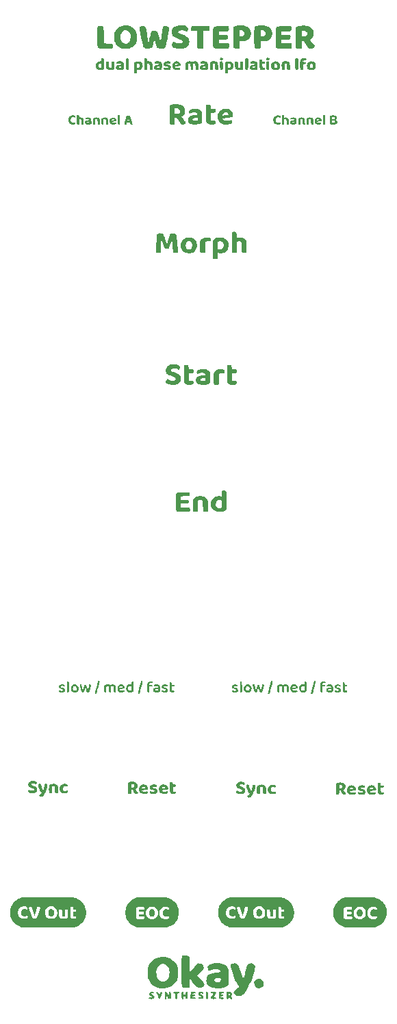
<source format=gto>
%TF.GenerationSoftware,KiCad,Pcbnew,(6.0.0-0)*%
%TF.CreationDate,2022-09-18T02:58:11-04:00*%
%TF.ProjectId,daisy_hardware_v1_PANEL_ONLY,64616973-795f-4686-9172-64776172655f,rev?*%
%TF.SameCoordinates,Original*%
%TF.FileFunction,Legend,Top*%
%TF.FilePolarity,Positive*%
%FSLAX46Y46*%
G04 Gerber Fmt 4.6, Leading zero omitted, Abs format (unit mm)*
G04 Created by KiCad (PCBNEW (6.0.0-0)) date 2022-09-18 02:58:11*
%MOMM*%
%LPD*%
G01*
G04 APERTURE LIST*
%ADD10C,0.150000*%
%ADD11C,6.200000*%
%ADD12O,8.000000X3.300000*%
%ADD13C,7.200000*%
%ADD14C,5.000000*%
G04 APERTURE END LIST*
D10*
%TO.C, *%
%TO.C,G\u002A\u002A\u002A*%
G36*
X184549957Y-364995248D02*
G01*
X184617694Y-365015421D01*
X184622827Y-365017834D01*
X184695829Y-365066059D01*
X184752899Y-365131909D01*
X184794101Y-365215523D01*
X184819502Y-365317039D01*
X184829168Y-365436597D01*
X184829273Y-365451665D01*
X184821440Y-365572158D01*
X184798084Y-365675529D01*
X184759423Y-365761312D01*
X184705673Y-365829044D01*
X184637051Y-365878259D01*
X184628165Y-365882736D01*
X184563365Y-365904271D01*
X184488351Y-365914080D01*
X184414359Y-365911219D01*
X184377732Y-365903779D01*
X184297805Y-365869739D01*
X184232808Y-365816975D01*
X184182820Y-365745621D01*
X184147917Y-365655813D01*
X184128178Y-365547688D01*
X184123391Y-365457667D01*
X184129924Y-365336024D01*
X184151727Y-365232653D01*
X184188991Y-365147142D01*
X184241908Y-365079078D01*
X184310672Y-365028050D01*
X184328625Y-365018740D01*
X184396045Y-364996936D01*
X184472948Y-364989096D01*
X184549957Y-364995248D01*
G37*
G36*
X181195526Y-365257711D02*
G01*
X181206103Y-365137358D01*
X181219981Y-365049506D01*
X181272551Y-364840578D01*
X181343865Y-364646049D01*
X181434786Y-364464295D01*
X181546177Y-364293695D01*
X181678902Y-364132626D01*
X181744234Y-364064406D01*
X181900553Y-363922787D01*
X182065217Y-363802813D01*
X182240122Y-363703475D01*
X182427163Y-363623762D01*
X182628233Y-363562667D01*
X182728683Y-363539982D01*
X182861408Y-363513054D01*
X186150444Y-363513054D01*
X186285272Y-363540384D01*
X186493865Y-363593240D01*
X186687914Y-363664672D01*
X186869138Y-363755599D01*
X187039257Y-363866936D01*
X187199988Y-363999602D01*
X187267618Y-364064406D01*
X187412146Y-364225332D01*
X187535805Y-364398040D01*
X187638354Y-364582072D01*
X187719551Y-364776970D01*
X187779156Y-364982277D01*
X187797431Y-365070075D01*
X187809745Y-365160629D01*
X187817106Y-365267363D01*
X187819575Y-365382978D01*
X187817212Y-365500176D01*
X187810075Y-365611658D01*
X187798227Y-365710125D01*
X187791871Y-365745790D01*
X187738129Y-365957845D01*
X187664567Y-366156495D01*
X187570839Y-366342380D01*
X187456597Y-366516137D01*
X187321493Y-366678405D01*
X187239076Y-366762116D01*
X187077578Y-366900898D01*
X186903922Y-367019037D01*
X186718542Y-367116327D01*
X186521876Y-367192566D01*
X186314358Y-367247547D01*
X186144757Y-367275605D01*
X186122695Y-367276862D01*
X186078390Y-367278057D01*
X186013604Y-367279189D01*
X185930102Y-367280255D01*
X185829647Y-367281252D01*
X185714003Y-367282177D01*
X185584934Y-367283029D01*
X185444203Y-367283804D01*
X185293574Y-367284501D01*
X185134811Y-367285115D01*
X184969677Y-367285646D01*
X184799936Y-367286090D01*
X184627352Y-367286444D01*
X184453688Y-367286707D01*
X184280708Y-367286875D01*
X184110176Y-367286947D01*
X183943856Y-367286919D01*
X183783510Y-367286788D01*
X183630904Y-367286554D01*
X183487799Y-367286211D01*
X183355961Y-367285760D01*
X183237153Y-367285195D01*
X183133139Y-367284516D01*
X183045681Y-367283720D01*
X182976545Y-367282803D01*
X182927493Y-367281764D01*
X182900289Y-367280599D01*
X182897419Y-367280327D01*
X182678826Y-367243592D01*
X182473759Y-367187236D01*
X182281324Y-367110833D01*
X182100630Y-367013958D01*
X181930784Y-366896187D01*
X181770895Y-366757093D01*
X181744234Y-366730890D01*
X181601855Y-366573499D01*
X181481190Y-366407290D01*
X181381375Y-366230640D01*
X181301547Y-366041928D01*
X181240841Y-365839530D01*
X181219981Y-365745790D01*
X181203853Y-365638589D01*
X181194401Y-365516236D01*
X181193661Y-365481674D01*
X182507386Y-365481674D01*
X182507418Y-365617340D01*
X182507567Y-365731089D01*
X182507911Y-365825013D01*
X182508527Y-365901203D01*
X182509494Y-365961750D01*
X182510890Y-366008747D01*
X182512793Y-366044283D01*
X182515280Y-366070451D01*
X182518431Y-366089341D01*
X182522322Y-366103045D01*
X182527032Y-366113654D01*
X182531239Y-366120986D01*
X182558880Y-366154923D01*
X182592889Y-366183139D01*
X182594214Y-366183961D01*
X182605760Y-366190326D01*
X182619050Y-366195449D01*
X182636660Y-366199464D01*
X182661168Y-366202505D01*
X182695151Y-366204708D01*
X182741187Y-366206207D01*
X182801853Y-366207137D01*
X182879727Y-366207632D01*
X182977385Y-366207828D01*
X183051256Y-366207858D01*
X183172908Y-366207508D01*
X183276922Y-366206451D01*
X183362049Y-366204724D01*
X183427035Y-366202361D01*
X183470629Y-366199397D01*
X183491578Y-366195867D01*
X183492271Y-366195544D01*
X183520988Y-366167702D01*
X183540886Y-366123482D01*
X183550883Y-366069231D01*
X183549895Y-366011296D01*
X183536842Y-365956025D01*
X183534232Y-365949436D01*
X183516839Y-365907809D01*
X182879413Y-365907809D01*
X182879413Y-365607714D01*
X183397423Y-365607714D01*
X183432511Y-365572626D01*
X183452811Y-365549256D01*
X183463368Y-365525373D01*
X183467228Y-365491756D01*
X183467599Y-365466383D01*
X183466691Y-365447870D01*
X183732127Y-365447870D01*
X183733931Y-365533519D01*
X183739660Y-365611767D01*
X183749312Y-365674842D01*
X183750383Y-365679555D01*
X183790665Y-365801462D01*
X183850242Y-365911576D01*
X183927101Y-366007885D01*
X184019227Y-366088372D01*
X184124606Y-366151025D01*
X184241226Y-366193828D01*
X184271852Y-366201180D01*
X184346014Y-366212178D01*
X184433923Y-366217530D01*
X184525988Y-366217221D01*
X184612619Y-366211235D01*
X184673979Y-366201849D01*
X184793253Y-366164931D01*
X184902530Y-366107553D01*
X184999569Y-366031977D01*
X185082129Y-365940463D01*
X185147969Y-365835271D01*
X185194846Y-365718663D01*
X185209443Y-365661731D01*
X185218408Y-365599919D01*
X185223315Y-365523486D01*
X185223990Y-365463669D01*
X185418566Y-365463669D01*
X185418990Y-365542215D01*
X185420271Y-365601536D01*
X185422874Y-365646411D01*
X185427264Y-365681617D01*
X185433908Y-365711935D01*
X185443271Y-365742144D01*
X185446630Y-365751760D01*
X185500617Y-365869954D01*
X185572615Y-365973553D01*
X185660822Y-366060957D01*
X185763436Y-366130565D01*
X185878653Y-366180777D01*
X185952381Y-366200778D01*
X186017406Y-366210641D01*
X186096278Y-366216442D01*
X186181164Y-366218171D01*
X186264228Y-366215815D01*
X186337637Y-366209364D01*
X186383477Y-366201406D01*
X186470292Y-366174547D01*
X186537886Y-366139819D01*
X186584656Y-366098185D01*
X186602227Y-366069916D01*
X186616134Y-366032443D01*
X186623817Y-365998449D01*
X186624329Y-365991191D01*
X186619141Y-365963109D01*
X186605632Y-365925790D01*
X186587426Y-365886788D01*
X186568146Y-365853659D01*
X186551418Y-365833959D01*
X186547963Y-365831980D01*
X186529801Y-365833832D01*
X186497629Y-365844523D01*
X186461472Y-365860323D01*
X186362415Y-365896899D01*
X186260323Y-365913835D01*
X186159335Y-365911416D01*
X186063591Y-365889928D01*
X185977231Y-365849658D01*
X185941147Y-365824392D01*
X185888911Y-365768645D01*
X185848270Y-365695943D01*
X185819809Y-365610663D01*
X185804109Y-365517183D01*
X185801752Y-365419881D01*
X185813323Y-365323132D01*
X185839403Y-365231316D01*
X185856850Y-365191087D01*
X185905389Y-365113819D01*
X185966393Y-365055928D01*
X186041152Y-365016684D01*
X186130955Y-364995357D01*
X186210463Y-364990683D01*
X186311368Y-365001572D01*
X186405131Y-365034411D01*
X186479755Y-365078984D01*
X186503528Y-365094500D01*
X186519218Y-365096113D01*
X186538224Y-365083949D01*
X186543651Y-365079698D01*
X186579994Y-365037750D01*
X186604381Y-364982574D01*
X186612544Y-364927686D01*
X186600825Y-364868675D01*
X186566847Y-364814131D01*
X186512200Y-364765781D01*
X186438475Y-364725348D01*
X186418237Y-364717060D01*
X186366915Y-364703076D01*
X186298672Y-364692709D01*
X186220376Y-364686320D01*
X186138892Y-364684272D01*
X186061086Y-364686927D01*
X185993825Y-364694645D01*
X185993649Y-364694676D01*
X185868355Y-364728010D01*
X185755032Y-364781790D01*
X185654726Y-364855082D01*
X185568483Y-364946954D01*
X185497350Y-365056473D01*
X185442373Y-365182706D01*
X185440698Y-365187582D01*
X185432125Y-365216691D01*
X185425995Y-365248801D01*
X185421945Y-365288427D01*
X185419615Y-365340084D01*
X185418642Y-365408285D01*
X185418566Y-365463669D01*
X185223990Y-365463669D01*
X185224256Y-365440078D01*
X185221328Y-365357339D01*
X185214624Y-365282913D01*
X185204239Y-365224445D01*
X185204021Y-365223593D01*
X185160087Y-365097749D01*
X185097528Y-364985774D01*
X185017833Y-364889116D01*
X184922489Y-364809225D01*
X184812983Y-364747551D01*
X184690804Y-364705541D01*
X184666357Y-364699918D01*
X184578754Y-364687568D01*
X184480408Y-364684033D01*
X184379623Y-364688895D01*
X184284703Y-364701735D01*
X184203953Y-364722132D01*
X184200100Y-364723461D01*
X184083308Y-364776732D01*
X183979912Y-364848951D01*
X183891835Y-364937978D01*
X183821000Y-365041672D01*
X183769328Y-365157894D01*
X183750278Y-365224228D01*
X183740298Y-365285453D01*
X183734248Y-365362591D01*
X183732127Y-365447870D01*
X183466691Y-365447870D01*
X183465326Y-365420043D01*
X183459491Y-365377482D01*
X183454421Y-365357426D01*
X183441243Y-365319623D01*
X182879413Y-365319623D01*
X182879413Y-365055540D01*
X183168293Y-365055540D01*
X183262889Y-365055019D01*
X183343542Y-365053520D01*
X183407866Y-365051136D01*
X183453476Y-365047963D01*
X183477984Y-365044094D01*
X183480267Y-365043181D01*
X183507546Y-365016328D01*
X183527302Y-364973116D01*
X183538434Y-364920319D01*
X183539839Y-364864711D01*
X183530416Y-364813067D01*
X183521307Y-364790861D01*
X183502993Y-364755446D01*
X183068165Y-364755491D01*
X182954114Y-364755561D01*
X182861553Y-364755831D01*
X182787964Y-364756427D01*
X182730829Y-364757476D01*
X182687630Y-364759106D01*
X182655851Y-364761443D01*
X182632973Y-364764613D01*
X182616478Y-364768745D01*
X182603848Y-364773965D01*
X182594214Y-364779388D01*
X182560277Y-364807030D01*
X182532060Y-364841039D01*
X182531239Y-364842363D01*
X182525849Y-364852016D01*
X182521338Y-364863163D01*
X182517628Y-364877896D01*
X182514640Y-364898305D01*
X182512297Y-364926482D01*
X182510520Y-364964518D01*
X182509232Y-365014505D01*
X182508354Y-365078534D01*
X182507809Y-365158695D01*
X182507518Y-365257081D01*
X182507403Y-365375782D01*
X182507386Y-365481674D01*
X181193661Y-365481674D01*
X181191625Y-365386640D01*
X181195526Y-365257711D01*
G37*
G36*
X146381146Y-364961093D02*
G01*
X146448883Y-364981267D01*
X146454017Y-364983680D01*
X146527019Y-365031904D01*
X146584088Y-365097755D01*
X146625290Y-365181369D01*
X146650691Y-365282885D01*
X146660357Y-365402442D01*
X146660463Y-365417511D01*
X146652629Y-365538004D01*
X146629274Y-365641374D01*
X146590612Y-365727158D01*
X146536862Y-365794889D01*
X146468240Y-365844105D01*
X146459354Y-365848581D01*
X146394554Y-365870116D01*
X146319540Y-365879926D01*
X146245548Y-365877064D01*
X146208921Y-365869624D01*
X146128994Y-365835585D01*
X146063997Y-365782820D01*
X146014009Y-365711466D01*
X145979107Y-365621659D01*
X145959367Y-365513534D01*
X145954580Y-365423512D01*
X145961114Y-365301870D01*
X145982916Y-365198499D01*
X146020180Y-365112987D01*
X146073098Y-365044924D01*
X146141862Y-364993896D01*
X146159815Y-364984586D01*
X146227234Y-364962782D01*
X146304137Y-364954941D01*
X146381146Y-364961093D01*
G37*
G36*
X141226149Y-365259568D02*
G01*
X141236726Y-365139215D01*
X141250603Y-365051363D01*
X141303173Y-364842435D01*
X141374487Y-364647905D01*
X141465408Y-364466152D01*
X141576799Y-364295552D01*
X141709524Y-364134483D01*
X141774856Y-364066263D01*
X141934739Y-363922245D01*
X142105034Y-363799744D01*
X142286363Y-363698434D01*
X142479348Y-363617988D01*
X142684609Y-363558080D01*
X142783996Y-363537205D01*
X142797364Y-363534853D01*
X142811803Y-363532672D01*
X142828221Y-363530656D01*
X142847526Y-363528799D01*
X142870628Y-363527093D01*
X142898434Y-363525533D01*
X142931853Y-363524111D01*
X142971793Y-363522822D01*
X143019163Y-363521659D01*
X143074872Y-363520615D01*
X143139827Y-363519685D01*
X143214937Y-363518861D01*
X143301110Y-363518137D01*
X143399255Y-363517507D01*
X143510281Y-363516965D01*
X143635095Y-363516503D01*
X143774606Y-363516115D01*
X143929723Y-363515796D01*
X144101354Y-363515538D01*
X144290408Y-363515335D01*
X144497792Y-363515181D01*
X144724415Y-363515068D01*
X144971186Y-363514992D01*
X145239013Y-363514944D01*
X145528805Y-363514920D01*
X145841470Y-363514912D01*
X145922985Y-363514911D01*
X146241486Y-363514917D01*
X146536888Y-363514936D01*
X146810099Y-363514978D01*
X147062028Y-363515046D01*
X147293583Y-363515149D01*
X147505673Y-363515292D01*
X147699206Y-363515483D01*
X147875090Y-363515726D01*
X148034234Y-363516030D01*
X148177546Y-363516400D01*
X148305935Y-363516842D01*
X148420309Y-363517364D01*
X148521576Y-363517972D01*
X148610646Y-363518671D01*
X148688425Y-363519470D01*
X148755824Y-363520373D01*
X148813750Y-363521388D01*
X148863111Y-363522521D01*
X148904817Y-363523778D01*
X148939774Y-363525166D01*
X148968893Y-363526691D01*
X148993081Y-363528360D01*
X149013247Y-363530179D01*
X149030299Y-363532155D01*
X149045146Y-363534294D01*
X149058695Y-363536603D01*
X149061973Y-363537205D01*
X149272966Y-363587573D01*
X149471082Y-363658094D01*
X149657115Y-363749182D01*
X149831855Y-363861252D01*
X149996092Y-363994720D01*
X150071113Y-364066191D01*
X150213944Y-364224156D01*
X150334909Y-364390862D01*
X150434851Y-364567888D01*
X150514611Y-364756813D01*
X150575031Y-364959217D01*
X150594840Y-365048609D01*
X150611340Y-365158034D01*
X150620980Y-365282258D01*
X150623752Y-365413369D01*
X150619652Y-365543457D01*
X150608673Y-365664614D01*
X150595366Y-365747647D01*
X150543012Y-365956126D01*
X150472179Y-366149979D01*
X150381926Y-366330975D01*
X150271312Y-366500884D01*
X150139394Y-366661475D01*
X150071185Y-366732819D01*
X149920065Y-366870288D01*
X149761451Y-366987148D01*
X149592748Y-367084795D01*
X149411359Y-367164626D01*
X149214688Y-367228039D01*
X149097330Y-367256807D01*
X148977947Y-367283116D01*
X145971000Y-367284790D01*
X145703462Y-367284922D01*
X145441973Y-367285014D01*
X145187569Y-367285070D01*
X144941283Y-367285089D01*
X144704149Y-367285073D01*
X144477203Y-367285022D01*
X144261478Y-367284938D01*
X144058009Y-367284821D01*
X143867830Y-367284673D01*
X143691976Y-367284495D01*
X143531481Y-367284287D01*
X143387380Y-367284050D01*
X143260706Y-367283785D01*
X143152494Y-367283494D01*
X143063779Y-367283178D01*
X142995596Y-367282836D01*
X142948977Y-367282471D01*
X142924958Y-367282083D01*
X142922040Y-367281938D01*
X142849462Y-367271657D01*
X142763281Y-367255661D01*
X142672633Y-367235940D01*
X142586650Y-367214484D01*
X142514469Y-367193284D01*
X142513228Y-367192876D01*
X142322376Y-367118330D01*
X142143722Y-367024209D01*
X141975536Y-366909433D01*
X141816088Y-366772924D01*
X141774856Y-366732747D01*
X141632478Y-366575356D01*
X141511812Y-366409146D01*
X141411997Y-366232497D01*
X141332169Y-366043784D01*
X141271464Y-365841387D01*
X141250603Y-365747647D01*
X141234475Y-365640445D01*
X141225023Y-365518092D01*
X141223126Y-365429514D01*
X142208167Y-365429514D01*
X142208591Y-365508061D01*
X142209872Y-365567382D01*
X142212475Y-365612256D01*
X142216866Y-365647463D01*
X142223510Y-365677781D01*
X142232873Y-365707989D01*
X142236232Y-365717605D01*
X142290219Y-365835799D01*
X142362217Y-365939399D01*
X142450424Y-366026802D01*
X142553037Y-366096410D01*
X142668255Y-366146622D01*
X142741983Y-366166624D01*
X142807007Y-366176486D01*
X142885880Y-366182288D01*
X142970765Y-366184016D01*
X143053830Y-366181661D01*
X143127238Y-366175210D01*
X143173079Y-366167251D01*
X143259893Y-366140393D01*
X143327487Y-366105664D01*
X143374258Y-366064030D01*
X143391829Y-366035761D01*
X143405735Y-365998289D01*
X143413418Y-365964295D01*
X143413931Y-365957037D01*
X143408743Y-365928955D01*
X143395233Y-365891635D01*
X143377027Y-365852633D01*
X143357748Y-365819505D01*
X143341020Y-365799805D01*
X143337565Y-365797826D01*
X143319402Y-365799677D01*
X143287230Y-365810369D01*
X143251074Y-365826168D01*
X143152017Y-365862745D01*
X143049924Y-365879680D01*
X142948936Y-365877262D01*
X142853192Y-365855774D01*
X142766832Y-365815503D01*
X142730749Y-365790237D01*
X142678512Y-365734490D01*
X142637872Y-365661788D01*
X142609410Y-365576509D01*
X142593710Y-365483029D01*
X142591354Y-365385726D01*
X142602925Y-365288978D01*
X142629005Y-365197161D01*
X142646452Y-365156932D01*
X142694990Y-365079664D01*
X142755995Y-365021774D01*
X142830754Y-364982530D01*
X142920557Y-364961203D01*
X143000064Y-364956529D01*
X143100969Y-364967417D01*
X143194733Y-365000256D01*
X143269357Y-365044829D01*
X143293129Y-365060345D01*
X143308819Y-365061958D01*
X143327826Y-365049795D01*
X143333252Y-365045544D01*
X143369595Y-365003595D01*
X143393982Y-364948419D01*
X143402146Y-364893532D01*
X143390427Y-364834520D01*
X143375982Y-364811333D01*
X143550664Y-364811333D01*
X143553514Y-364844705D01*
X143558584Y-364868083D01*
X143575254Y-364930964D01*
X143599778Y-365012406D01*
X143630851Y-365108778D01*
X143667167Y-365216451D01*
X143707420Y-365331794D01*
X143750304Y-365451176D01*
X143794515Y-365570967D01*
X143838746Y-365687536D01*
X143881691Y-365797254D01*
X143922046Y-365896490D01*
X143958504Y-365981612D01*
X143961371Y-365988059D01*
X143989971Y-366049583D01*
X144014124Y-366093157D01*
X144037786Y-366123317D01*
X144064918Y-366144601D01*
X144099477Y-366161546D01*
X144119526Y-366169344D01*
X144167062Y-366179967D01*
X144228852Y-366184106D01*
X144296708Y-366182205D01*
X144362439Y-366174709D01*
X144417856Y-366162060D01*
X144443504Y-366151794D01*
X144471561Y-366134481D01*
X144494200Y-366112293D01*
X144516253Y-366079325D01*
X144541150Y-366032468D01*
X144577981Y-365954300D01*
X144619592Y-365857674D01*
X144664280Y-365747245D01*
X144710340Y-365627672D01*
X144756070Y-365503609D01*
X144787774Y-365413715D01*
X145563316Y-365413715D01*
X145565121Y-365499364D01*
X145570849Y-365577612D01*
X145580501Y-365640688D01*
X145581573Y-365645400D01*
X145621855Y-365767307D01*
X145681432Y-365877422D01*
X145758290Y-365973730D01*
X145850416Y-366054218D01*
X145955796Y-366116870D01*
X146072416Y-366159673D01*
X146103041Y-366167026D01*
X146177203Y-366178023D01*
X146265112Y-366183376D01*
X146357178Y-366183067D01*
X146443808Y-366177081D01*
X146505168Y-366167694D01*
X146624442Y-366130776D01*
X146733719Y-366073399D01*
X146830759Y-365997822D01*
X146913319Y-365906308D01*
X146979158Y-365801117D01*
X147026036Y-365684509D01*
X147040632Y-365627577D01*
X147049598Y-365565764D01*
X147054504Y-365489332D01*
X147055446Y-365405924D01*
X147052517Y-365323185D01*
X147045813Y-365248759D01*
X147035429Y-365190290D01*
X147035211Y-365189439D01*
X146991276Y-365063595D01*
X146976285Y-365036761D01*
X147277996Y-365036761D01*
X147285414Y-365855649D01*
X147317199Y-365923445D01*
X147369183Y-366006752D01*
X147439452Y-366075480D01*
X147526313Y-366128365D01*
X147628074Y-366164142D01*
X147644348Y-366167918D01*
X147708122Y-366177449D01*
X147787507Y-366182850D01*
X147874463Y-366184115D01*
X147960950Y-366181237D01*
X148038928Y-366174212D01*
X148076975Y-366168255D01*
X148169205Y-366144773D01*
X148250927Y-366112493D01*
X148317111Y-366073674D01*
X148349394Y-366046024D01*
X148389762Y-366004388D01*
X148393189Y-365559446D01*
X148394096Y-365438597D01*
X148394540Y-365339432D01*
X148394169Y-365259628D01*
X148392632Y-365196862D01*
X148389577Y-365148810D01*
X148384651Y-365113150D01*
X148377504Y-365087558D01*
X148367781Y-365069711D01*
X148355133Y-365057286D01*
X148339207Y-365047959D01*
X148319650Y-365039408D01*
X148314052Y-365037077D01*
X148283169Y-365029616D01*
X148237551Y-365024916D01*
X148184231Y-365022967D01*
X148130240Y-365023756D01*
X148082611Y-365027273D01*
X148048375Y-365033506D01*
X148038651Y-365037528D01*
X148034386Y-365045716D01*
X148030943Y-365065739D01*
X148028256Y-365099512D01*
X148026253Y-365148949D01*
X148024868Y-365215964D01*
X148024030Y-365302472D01*
X148023671Y-365410385D01*
X148023646Y-365454527D01*
X148023646Y-365862245D01*
X147990636Y-365875787D01*
X147950196Y-365885772D01*
X147896826Y-365890335D01*
X147839146Y-365889665D01*
X147785773Y-365883952D01*
X147745328Y-365873386D01*
X147738670Y-365870240D01*
X147716491Y-365857639D01*
X147698766Y-365844685D01*
X147684939Y-365828651D01*
X147674458Y-365806809D01*
X147666769Y-365776435D01*
X147661319Y-365734799D01*
X147657554Y-365679176D01*
X147654920Y-365606839D01*
X147652866Y-365515061D01*
X147651529Y-365440895D01*
X147649654Y-365336704D01*
X147647709Y-365253824D01*
X147645158Y-365189565D01*
X147641462Y-365141237D01*
X147636082Y-365106148D01*
X147628482Y-365081606D01*
X147618123Y-365064922D01*
X147604467Y-365053405D01*
X147586977Y-365044362D01*
X147570889Y-365037532D01*
X147534615Y-365028523D01*
X147482497Y-365023169D01*
X147422455Y-365021737D01*
X147362412Y-365024493D01*
X147323718Y-365029205D01*
X147277996Y-365036761D01*
X146976285Y-365036761D01*
X146928718Y-364951619D01*
X146849022Y-364854962D01*
X146753678Y-364775071D01*
X146658098Y-364721239D01*
X148670426Y-364721239D01*
X148674139Y-365318453D01*
X148674997Y-365453501D01*
X148675814Y-365566706D01*
X148676694Y-365660232D01*
X148677740Y-365736244D01*
X148679056Y-365796905D01*
X148680744Y-365844379D01*
X148682908Y-365880832D01*
X148685651Y-365908426D01*
X148689075Y-365929327D01*
X148693285Y-365945697D01*
X148698384Y-365959703D01*
X148704474Y-365973506D01*
X148705476Y-365975686D01*
X148754171Y-366054728D01*
X148818949Y-366116072D01*
X148898832Y-366158910D01*
X148944750Y-366173291D01*
X148975222Y-366177666D01*
X149022646Y-366180782D01*
X149079984Y-366182301D01*
X149127994Y-366182142D01*
X149191846Y-366180339D01*
X149237206Y-366176980D01*
X149269579Y-366171240D01*
X149294470Y-366162290D01*
X149308010Y-366155091D01*
X149361263Y-366112469D01*
X149392662Y-366060173D01*
X149401990Y-365998592D01*
X149401403Y-365987690D01*
X149394385Y-365945332D01*
X149382256Y-365908048D01*
X149376182Y-365896548D01*
X149355778Y-365865425D01*
X149288163Y-365882646D01*
X149211086Y-365894130D01*
X149145066Y-365887115D01*
X149092323Y-365861951D01*
X149078027Y-365849542D01*
X149043968Y-365815482D01*
X149043968Y-365309477D01*
X149188435Y-365309477D01*
X149255572Y-365308705D01*
X149303143Y-365306065D01*
X149335553Y-365301067D01*
X149357205Y-365293222D01*
X149362380Y-365290163D01*
X149391307Y-365257708D01*
X149407837Y-365209649D01*
X149411342Y-365151304D01*
X149401197Y-365087991D01*
X149390133Y-365054396D01*
X149377161Y-365021386D01*
X149043968Y-365021386D01*
X149043791Y-364910351D01*
X149041896Y-364843913D01*
X149035279Y-364795921D01*
X149022173Y-364760998D01*
X149000811Y-364733764D01*
X148980068Y-364716447D01*
X148959205Y-364703778D01*
X148934380Y-364696271D01*
X148899095Y-364692782D01*
X148846849Y-364692173D01*
X148842024Y-364692211D01*
X148789941Y-364694249D01*
X148743306Y-364698846D01*
X148710195Y-364705126D01*
X148704148Y-364707190D01*
X148670426Y-364721239D01*
X146658098Y-364721239D01*
X146644172Y-364713396D01*
X146521993Y-364671386D01*
X146497547Y-364665764D01*
X146409944Y-364653413D01*
X146311598Y-364649878D01*
X146210813Y-364654741D01*
X146115893Y-364667580D01*
X146035142Y-364687978D01*
X146031290Y-364689306D01*
X145914497Y-364742577D01*
X145811102Y-364814796D01*
X145723025Y-364903823D01*
X145652189Y-365007518D01*
X145600517Y-365123739D01*
X145581467Y-365190074D01*
X145571487Y-365251299D01*
X145565438Y-365328437D01*
X145563316Y-365413715D01*
X144787774Y-365413715D01*
X144799765Y-365379715D01*
X144839723Y-365260646D01*
X144874240Y-365151060D01*
X144901612Y-365055611D01*
X144909231Y-365026237D01*
X144928762Y-364935319D01*
X144936249Y-364863136D01*
X144930974Y-364807257D01*
X144912220Y-364765248D01*
X144879268Y-364734676D01*
X144831401Y-364713110D01*
X144815445Y-364708413D01*
X144758688Y-364700879D01*
X144692476Y-364703579D01*
X144628596Y-364715567D01*
X144598682Y-364725796D01*
X144585556Y-364731948D01*
X144574906Y-364740074D01*
X144565482Y-364753397D01*
X144556032Y-364775135D01*
X144545306Y-364808509D01*
X144532053Y-364856741D01*
X144515022Y-364923050D01*
X144502013Y-364974665D01*
X144482002Y-365052842D01*
X144459284Y-365139244D01*
X144434693Y-365230912D01*
X144409066Y-365324885D01*
X144383237Y-365418202D01*
X144358042Y-365507902D01*
X144334317Y-365591026D01*
X144312898Y-365664611D01*
X144294618Y-365725699D01*
X144280315Y-365771327D01*
X144270824Y-365798536D01*
X144267735Y-365804843D01*
X144261460Y-365796736D01*
X144249036Y-365767424D01*
X144231069Y-365718740D01*
X144208163Y-365652517D01*
X144180924Y-365570589D01*
X144149956Y-365474788D01*
X144115865Y-365366948D01*
X144079255Y-365248901D01*
X144040732Y-365122481D01*
X144022245Y-365061051D01*
X143998899Y-364984842D01*
X143976500Y-364914796D01*
X143956355Y-364854770D01*
X143939774Y-364808620D01*
X143928063Y-364780203D01*
X143925151Y-364774838D01*
X143886301Y-364736175D01*
X143833022Y-364711661D01*
X143770744Y-364701960D01*
X143704899Y-364707737D01*
X143640919Y-364729653D01*
X143625075Y-364738185D01*
X143583136Y-364764537D01*
X143559435Y-364786765D01*
X143550664Y-364811333D01*
X143375982Y-364811333D01*
X143356449Y-364779977D01*
X143301801Y-364731627D01*
X143228076Y-364691194D01*
X143207839Y-364682905D01*
X143156516Y-364668922D01*
X143088274Y-364658555D01*
X143009978Y-364652166D01*
X142928494Y-364650118D01*
X142850688Y-364652772D01*
X142783426Y-364660491D01*
X142783250Y-364660521D01*
X142657957Y-364693855D01*
X142544634Y-364747635D01*
X142444328Y-364820927D01*
X142358085Y-364912799D01*
X142286952Y-365022318D01*
X142231975Y-365148551D01*
X142230299Y-365153427D01*
X142221726Y-365182536D01*
X142215596Y-365214646D01*
X142211547Y-365254273D01*
X142209217Y-365305929D01*
X142208244Y-365374131D01*
X142208167Y-365429514D01*
X141223126Y-365429514D01*
X141222248Y-365388497D01*
X141226149Y-365259568D01*
G37*
G36*
X182910091Y-350082524D02*
G01*
X182948422Y-349976931D01*
X183005265Y-349886405D01*
X183080839Y-349810720D01*
X183175364Y-349749651D01*
X183275220Y-349707540D01*
X183341314Y-349692294D01*
X183422100Y-349684598D01*
X183509506Y-349684380D01*
X183595458Y-349691567D01*
X183671884Y-349706089D01*
X183689796Y-349711244D01*
X183788219Y-349753263D01*
X183872694Y-349811721D01*
X183941228Y-349884078D01*
X183991833Y-349967795D01*
X184022517Y-350060333D01*
X184031458Y-350147072D01*
X184023526Y-350210539D01*
X183998921Y-350257676D01*
X183956435Y-350290519D01*
X183942416Y-350296925D01*
X183920866Y-350302622D01*
X183879078Y-350310914D01*
X183820605Y-350321201D01*
X183749003Y-350332881D01*
X183667825Y-350345353D01*
X183584318Y-350357495D01*
X183487574Y-350371645D01*
X183405632Y-350384589D01*
X183340438Y-350395972D01*
X183293938Y-350405440D01*
X183268079Y-350412640D01*
X183263261Y-350415902D01*
X183273899Y-350449555D01*
X183302376Y-350485949D01*
X183343858Y-350519938D01*
X183380569Y-350540744D01*
X183415204Y-350555706D01*
X183446740Y-350565203D01*
X183482437Y-350570436D01*
X183529560Y-350572606D01*
X183575315Y-350572946D01*
X183640016Y-350571862D01*
X183690627Y-350567604D01*
X183737008Y-350558661D01*
X183789019Y-350543523D01*
X183807842Y-350537331D01*
X183914329Y-350501716D01*
X183942835Y-350537331D01*
X183974390Y-350592080D01*
X183983072Y-350646567D01*
X183969937Y-350698612D01*
X183936043Y-350746036D01*
X183882448Y-350786658D01*
X183810208Y-350818300D01*
X183805877Y-350819685D01*
X183741000Y-350834699D01*
X183661025Y-350845154D01*
X183574034Y-350850713D01*
X183488110Y-350851036D01*
X183411337Y-350845787D01*
X183365249Y-350838133D01*
X183244398Y-350801959D01*
X183143093Y-350753285D01*
X183059734Y-350690981D01*
X182992722Y-350613915D01*
X182952514Y-350546315D01*
X182920856Y-350463307D01*
X182900402Y-350366465D01*
X182891863Y-350263546D01*
X182895898Y-350163517D01*
X183231709Y-350163517D01*
X183232558Y-350173327D01*
X183239951Y-350179282D01*
X183256764Y-350181419D01*
X183285875Y-350179774D01*
X183330160Y-350174385D01*
X183392498Y-350165289D01*
X183473283Y-350152906D01*
X183538618Y-350142907D01*
X183595552Y-350134320D01*
X183639890Y-350127767D01*
X183667433Y-350123872D01*
X183674346Y-350123061D01*
X183683166Y-350113508D01*
X183680723Y-350090003D01*
X183668396Y-350059004D01*
X183656340Y-350038772D01*
X183612208Y-349994103D01*
X183555109Y-349965901D01*
X183489996Y-349954650D01*
X183421819Y-349960838D01*
X183355530Y-349984951D01*
X183321846Y-350005901D01*
X183289287Y-350039403D01*
X183259261Y-350086640D01*
X183237839Y-350137599D01*
X183234525Y-350149813D01*
X183231709Y-350163517D01*
X182895898Y-350163517D01*
X182895947Y-350162307D01*
X182910091Y-350082524D01*
G37*
G36*
X185404140Y-350017824D02*
G01*
X185454655Y-349920569D01*
X185525523Y-349835965D01*
X185531955Y-349829851D01*
X185615164Y-349767781D01*
X185711853Y-349722127D01*
X185817792Y-349693098D01*
X185928752Y-349680902D01*
X186040500Y-349685748D01*
X186148809Y-349707842D01*
X186249447Y-349747393D01*
X186320632Y-349791036D01*
X186395038Y-349860252D01*
X186451691Y-349943669D01*
X186488640Y-350037425D01*
X186503931Y-350137657D01*
X186504237Y-350154071D01*
X186494422Y-350215577D01*
X186465948Y-350263545D01*
X186420278Y-350295807D01*
X186404813Y-350301664D01*
X186382665Y-350306651D01*
X186340366Y-350314248D01*
X186281560Y-350323873D01*
X186209892Y-350334948D01*
X186129005Y-350346890D01*
X186054096Y-350357517D01*
X185970360Y-350369352D01*
X185894681Y-350380390D01*
X185830244Y-350390139D01*
X185780232Y-350398107D01*
X185747833Y-350403802D01*
X185736282Y-350406641D01*
X185737848Y-350419662D01*
X185748614Y-350445519D01*
X185754288Y-350456622D01*
X185779013Y-350490006D01*
X185817437Y-350519139D01*
X185850031Y-350536935D01*
X185884901Y-350553389D01*
X185914878Y-350563907D01*
X185947169Y-350569799D01*
X185988983Y-350572375D01*
X186047528Y-350572946D01*
X186048094Y-350572946D01*
X186112795Y-350571862D01*
X186163406Y-350567604D01*
X186209787Y-350558661D01*
X186261798Y-350543523D01*
X186280620Y-350537331D01*
X186387108Y-350501716D01*
X186415614Y-350537331D01*
X186447169Y-350592080D01*
X186455851Y-350646567D01*
X186442716Y-350698612D01*
X186408822Y-350746036D01*
X186355227Y-350786658D01*
X186282987Y-350818300D01*
X186278656Y-350819685D01*
X186208370Y-350835856D01*
X186122930Y-350846465D01*
X186030605Y-350851214D01*
X185939664Y-350849806D01*
X185858377Y-350841944D01*
X185826024Y-350835971D01*
X185706217Y-350798798D01*
X185603517Y-350744922D01*
X185518422Y-350674973D01*
X185451430Y-350589582D01*
X185403040Y-350489381D01*
X185373749Y-350375001D01*
X185364056Y-350250577D01*
X185371072Y-350163517D01*
X185704488Y-350163517D01*
X185705337Y-350173327D01*
X185712730Y-350179282D01*
X185729543Y-350181419D01*
X185758653Y-350179774D01*
X185802939Y-350174385D01*
X185865277Y-350165289D01*
X185946062Y-350152906D01*
X186011397Y-350142907D01*
X186068331Y-350134320D01*
X186112669Y-350127767D01*
X186140212Y-350123872D01*
X186147125Y-350123061D01*
X186155944Y-350113508D01*
X186153501Y-350090003D01*
X186141175Y-350059004D01*
X186129119Y-350038772D01*
X186084987Y-349994103D01*
X186027888Y-349965901D01*
X185962775Y-349954650D01*
X185894598Y-349960838D01*
X185828309Y-349984951D01*
X185794624Y-350005901D01*
X185762066Y-350039403D01*
X185732040Y-350086640D01*
X185710618Y-350137599D01*
X185707304Y-350149813D01*
X185704488Y-350163517D01*
X185371072Y-350163517D01*
X185373950Y-350127801D01*
X185404140Y-350017824D01*
G37*
G36*
X184825471Y-349686472D02*
G01*
X184904920Y-349696208D01*
X184949748Y-349706687D01*
X185026556Y-349735585D01*
X185081533Y-349770162D01*
X185116556Y-349812340D01*
X185133506Y-349864038D01*
X185135806Y-349896881D01*
X185131400Y-349927878D01*
X185120302Y-349963840D01*
X185105689Y-349997227D01*
X185090740Y-350020496D01*
X185081063Y-350026774D01*
X185068256Y-350023218D01*
X185038440Y-350013769D01*
X184997336Y-350000253D01*
X184984230Y-349995870D01*
X184909959Y-349975524D01*
X184832611Y-349962234D01*
X184758387Y-349956455D01*
X184693491Y-349958642D01*
X184644127Y-349969253D01*
X184640677Y-349970628D01*
X184605523Y-349992254D01*
X184582091Y-350019500D01*
X184581090Y-350021559D01*
X184575233Y-350046189D01*
X184583260Y-350067708D01*
X184607210Y-350087357D01*
X184649122Y-350106379D01*
X184711035Y-350126015D01*
X184783320Y-350144700D01*
X184851374Y-350162872D01*
X184918376Y-350183697D01*
X184976589Y-350204614D01*
X185015236Y-350221483D01*
X185091615Y-350271469D01*
X185147038Y-350332976D01*
X185181252Y-350405563D01*
X185194008Y-350488794D01*
X185192490Y-350531802D01*
X185174037Y-350616124D01*
X185135278Y-350688258D01*
X185076790Y-350747856D01*
X184999148Y-350794573D01*
X184902929Y-350828063D01*
X184788710Y-350847980D01*
X184657067Y-350853977D01*
X184655655Y-350853966D01*
X184594128Y-350851161D01*
X184528541Y-350844621D01*
X184472492Y-350835724D01*
X184469596Y-350835117D01*
X184389999Y-350812379D01*
X184322579Y-350781714D01*
X184271641Y-350745419D01*
X184247225Y-350716504D01*
X184226697Y-350662208D01*
X184225491Y-350603101D01*
X184242739Y-350546907D01*
X184270677Y-350507782D01*
X184294787Y-350483672D01*
X184358184Y-350513103D01*
X184432007Y-350541528D01*
X184511127Y-350562006D01*
X184590548Y-350574149D01*
X184665272Y-350577565D01*
X184730305Y-350571867D01*
X184780649Y-350556663D01*
X184796316Y-350547272D01*
X184823911Y-350515004D01*
X184829322Y-350479274D01*
X184812483Y-350445091D01*
X184797796Y-350431672D01*
X184772892Y-350419132D01*
X184730980Y-350404178D01*
X184678616Y-350388974D01*
X184638975Y-350379278D01*
X184520526Y-350348747D01*
X184424355Y-350314839D01*
X184348818Y-350276193D01*
X184292269Y-350231451D01*
X184253065Y-350179254D01*
X184229561Y-350118245D01*
X184220113Y-350047063D01*
X184219776Y-350032936D01*
X184229605Y-349947048D01*
X184260704Y-349872173D01*
X184312916Y-349808495D01*
X184386086Y-349756199D01*
X184480056Y-349715471D01*
X184492050Y-349711581D01*
X184561733Y-349695867D01*
X184645869Y-349686387D01*
X184736451Y-349683227D01*
X184825471Y-349686472D01*
G37*
G36*
X186968878Y-349372984D02*
G01*
X187014013Y-349384710D01*
X187020400Y-349387591D01*
X187050642Y-349408906D01*
X187071535Y-349440081D01*
X187084426Y-349484966D01*
X187090659Y-349547411D01*
X187091745Y-349591637D01*
X187092423Y-349690668D01*
X187424728Y-349690668D01*
X187438632Y-349737075D01*
X187451773Y-349803561D01*
X187451415Y-349865216D01*
X187438007Y-349915998D01*
X187423594Y-349939077D01*
X187410758Y-349953031D01*
X187397438Y-349962607D01*
X187378960Y-349968781D01*
X187350649Y-349972533D01*
X187307831Y-349974839D01*
X187245832Y-349976676D01*
X187243537Y-349976737D01*
X187092423Y-349980717D01*
X187092423Y-350232606D01*
X187093067Y-350325457D01*
X187094939Y-350401661D01*
X187097944Y-350459233D01*
X187101990Y-350496188D01*
X187105393Y-350508731D01*
X187133270Y-350537016D01*
X187178799Y-350556179D01*
X187237063Y-350565283D01*
X187303145Y-350563392D01*
X187350093Y-350555334D01*
X187388674Y-350550296D01*
X187414099Y-350559419D01*
X187431904Y-350586366D01*
X187442377Y-350616383D01*
X187448822Y-350675938D01*
X187433762Y-350731848D01*
X187399701Y-350780531D01*
X187349141Y-350818405D01*
X187284839Y-350841833D01*
X187208118Y-350851988D01*
X187123291Y-350853103D01*
X187042077Y-350845400D01*
X186999401Y-350836487D01*
X186910914Y-350805048D01*
X186842484Y-350762888D01*
X186791813Y-350708043D01*
X186756606Y-350638548D01*
X186751861Y-350624725D01*
X186747328Y-350608186D01*
X186743539Y-350587649D01*
X186740431Y-350560973D01*
X186737938Y-350526015D01*
X186735997Y-350480633D01*
X186734544Y-350422686D01*
X186733513Y-350350030D01*
X186732842Y-350260524D01*
X186732465Y-350152026D01*
X186732318Y-350022394D01*
X186732309Y-349972949D01*
X186732309Y-349381711D01*
X186777323Y-349374271D01*
X186842970Y-349367350D01*
X186909343Y-349367059D01*
X186968878Y-349372984D01*
G37*
G36*
X181560246Y-349949299D02*
G01*
X181561092Y-349845125D01*
X181562219Y-349747725D01*
X181563619Y-349659873D01*
X181565286Y-349584345D01*
X181567211Y-349523915D01*
X181569388Y-349481360D01*
X181571809Y-349459453D01*
X181572347Y-349457738D01*
X181599375Y-349426226D01*
X181649075Y-349399390D01*
X181720523Y-349377485D01*
X181812792Y-349360769D01*
X181924958Y-349349496D01*
X181973354Y-349346657D01*
X182130196Y-349346024D01*
X182268341Y-349360282D01*
X182388001Y-349389532D01*
X182489385Y-349433871D01*
X182572706Y-349493396D01*
X182638175Y-349568208D01*
X182686001Y-349658403D01*
X182695057Y-349682872D01*
X182711364Y-349755835D01*
X182716532Y-349839807D01*
X182710767Y-349924799D01*
X182694276Y-350000820D01*
X182688138Y-350018186D01*
X182663307Y-350066459D01*
X182626470Y-350119927D01*
X182583060Y-350172138D01*
X182538516Y-350216636D01*
X182498272Y-350246966D01*
X182493042Y-350249844D01*
X182469444Y-350264766D01*
X182458992Y-350276755D01*
X182458963Y-350277171D01*
X182465972Y-350289156D01*
X182485569Y-350317179D01*
X182515613Y-350358319D01*
X182553961Y-350409656D01*
X182598470Y-350468270D01*
X182615012Y-350489840D01*
X182661218Y-350550537D01*
X182701992Y-350605246D01*
X182735183Y-350650986D01*
X182758641Y-350684776D01*
X182770215Y-350703637D01*
X182771062Y-350706124D01*
X182761717Y-350733848D01*
X182737514Y-350767382D01*
X182704203Y-350800219D01*
X182667531Y-350825850D01*
X182663388Y-350828026D01*
X182596981Y-350850127D01*
X182527648Y-350853371D01*
X182467581Y-350838864D01*
X182441497Y-350824696D01*
X182414163Y-350802476D01*
X182383672Y-350769857D01*
X182348114Y-350724494D01*
X182305581Y-350664039D01*
X182254163Y-350586147D01*
X182224889Y-350540498D01*
X182104852Y-350352001D01*
X182017824Y-350351438D01*
X181930797Y-350350876D01*
X181930797Y-350590243D01*
X181930193Y-350676784D01*
X181928446Y-350746713D01*
X181925652Y-350798047D01*
X181921911Y-350828805D01*
X181918665Y-350837109D01*
X181894555Y-350844115D01*
X181853575Y-350848633D01*
X181802733Y-350850639D01*
X181749041Y-350850108D01*
X181699507Y-350847019D01*
X181661141Y-350841347D01*
X181649564Y-350838012D01*
X181607646Y-350816007D01*
X181581347Y-350783670D01*
X181568879Y-350753003D01*
X181566506Y-350733736D01*
X181564488Y-350693490D01*
X181562818Y-350635040D01*
X181561489Y-350561161D01*
X181560492Y-350474629D01*
X181559822Y-350378218D01*
X181559469Y-350274705D01*
X181559427Y-350166864D01*
X181559676Y-350062785D01*
X181930797Y-350062785D01*
X182029828Y-350062499D01*
X182083366Y-350061003D01*
X182133944Y-350057313D01*
X182171805Y-350052178D01*
X182175945Y-350051292D01*
X182242221Y-350024994D01*
X182292493Y-349981709D01*
X182324821Y-349923620D01*
X182336179Y-349871078D01*
X182332803Y-349801520D01*
X182309273Y-349743330D01*
X182267077Y-349697493D01*
X182207706Y-349664989D01*
X182132647Y-349646801D01*
X182043391Y-349643912D01*
X181997929Y-349647997D01*
X181930797Y-349656384D01*
X181930797Y-350062785D01*
X181559676Y-350062785D01*
X181559689Y-350057470D01*
X181560246Y-349949299D01*
G37*
G36*
X170931090Y-260748286D02*
G01*
X171015461Y-260686753D01*
X171144157Y-260644376D01*
X171297040Y-260620096D01*
X171417537Y-260602601D01*
X171483641Y-260581036D01*
X171501005Y-260551499D01*
X171475282Y-260510091D01*
X171467753Y-260502311D01*
X171400107Y-260469387D01*
X171294589Y-260455798D01*
X171170483Y-260462471D01*
X171070222Y-260483181D01*
X171001347Y-260497744D01*
X170965590Y-260482389D01*
X170942815Y-260436180D01*
X170933560Y-260339779D01*
X170978429Y-260259474D01*
X171053071Y-260213229D01*
X171152333Y-260192314D01*
X171285837Y-260185455D01*
X171429631Y-260191898D01*
X171559765Y-260210888D01*
X171630355Y-260231422D01*
X171715310Y-260274783D01*
X171775373Y-260332486D01*
X171814030Y-260414273D01*
X171834766Y-260529886D01*
X171841067Y-260689066D01*
X171839221Y-260815139D01*
X171829905Y-261160410D01*
X171714839Y-261216608D01*
X171582327Y-261260442D01*
X171422874Y-261283060D01*
X171262499Y-261282845D01*
X171127221Y-261258184D01*
X171114856Y-261253860D01*
X170974614Y-261179825D01*
X170889887Y-261083004D01*
X170860730Y-260963493D01*
X170866158Y-260932001D01*
X171214421Y-260932001D01*
X171225417Y-260989321D01*
X171266697Y-261016760D01*
X171350694Y-261020929D01*
X171378461Y-261019211D01*
X171456572Y-261009260D01*
X171493285Y-260984462D01*
X171507244Y-260929211D01*
X171509277Y-260909717D01*
X171518909Y-260809142D01*
X171389182Y-260830616D01*
X171291156Y-260849026D01*
X171238705Y-260868132D01*
X171217820Y-260896062D01*
X171214421Y-260932001D01*
X170866158Y-260932001D01*
X170883220Y-260833000D01*
X170931090Y-260748286D01*
G37*
G36*
X167441754Y-259726996D02*
G01*
X167510116Y-259781689D01*
X167563547Y-259848088D01*
X167581560Y-259899418D01*
X167558016Y-259959584D01*
X167501371Y-260025590D01*
X167432602Y-260077179D01*
X167379440Y-260094571D01*
X167313715Y-260077857D01*
X167257981Y-260047833D01*
X167201569Y-259977789D01*
X167189484Y-259891709D01*
X167215786Y-259806401D01*
X167274532Y-259738671D01*
X167359781Y-259705327D01*
X167379440Y-259704264D01*
X167441754Y-259726996D01*
G37*
G36*
X161391927Y-260393507D02*
G01*
X161509576Y-260283921D01*
X161673032Y-260213028D01*
X161677067Y-260211929D01*
X161847422Y-260190864D01*
X162005464Y-260216962D01*
X162141760Y-260284114D01*
X162246874Y-260386213D01*
X162311373Y-260517151D01*
X162327423Y-260632976D01*
X162321361Y-260688683D01*
X162296746Y-260729060D01*
X162243931Y-260758941D01*
X162153271Y-260783159D01*
X162015120Y-260806548D01*
X161967139Y-260813532D01*
X161818898Y-260835115D01*
X161721940Y-260851725D01*
X161668093Y-260866789D01*
X161649183Y-260883733D01*
X161657036Y-260905982D01*
X161680502Y-260933672D01*
X161767745Y-260988910D01*
X161890571Y-261011718D01*
X162032778Y-261000065D01*
X162091679Y-260985233D01*
X162175889Y-260961503D01*
X162221532Y-260959164D01*
X162247367Y-260981737D01*
X162265352Y-261017840D01*
X162277974Y-261102986D01*
X162240645Y-261176829D01*
X162162982Y-261235640D01*
X162054601Y-261275688D01*
X161925120Y-261293241D01*
X161784155Y-261284570D01*
X161659670Y-261252795D01*
X161497168Y-261173532D01*
X161385417Y-261066699D01*
X161320112Y-260926037D01*
X161296946Y-260745283D01*
X161296781Y-260725068D01*
X161311252Y-260613936D01*
X161622036Y-260613936D01*
X161647377Y-260632311D01*
X161720129Y-260632293D01*
X161845905Y-260617535D01*
X161857866Y-260615904D01*
X161951628Y-260598126D01*
X161990775Y-260574003D01*
X161980739Y-260536819D01*
X161949983Y-260502035D01*
X161874258Y-260462472D01*
X161782866Y-260460101D01*
X161704410Y-260494331D01*
X161691135Y-260507396D01*
X161638493Y-260573515D01*
X161622036Y-260613936D01*
X161311252Y-260613936D01*
X161320767Y-260540863D01*
X161391927Y-260393507D01*
G37*
G36*
X173210084Y-260215706D02*
G01*
X173263074Y-260256242D01*
X173270686Y-260296524D01*
X173277221Y-260385700D01*
X173282182Y-260512619D01*
X173285068Y-260666130D01*
X173285592Y-260759385D01*
X173284994Y-260940411D01*
X173282231Y-261070090D01*
X173276466Y-261157110D01*
X173266861Y-261210157D01*
X173252580Y-261237918D01*
X173238561Y-261247269D01*
X173147790Y-261261501D01*
X173036772Y-261251313D01*
X173011414Y-261245391D01*
X172981320Y-261230390D01*
X172959149Y-261198344D01*
X172943735Y-261141241D01*
X172933913Y-261051071D01*
X172928515Y-260919823D01*
X172926376Y-260739484D01*
X172926178Y-260659900D01*
X172925768Y-260219437D01*
X173015164Y-260199802D01*
X173118612Y-260193524D01*
X173210084Y-260215706D01*
G37*
G36*
X171425543Y-256833452D02*
G01*
X171427788Y-256608859D01*
X171431115Y-256404613D01*
X171435522Y-256228670D01*
X171441005Y-256088986D01*
X171447563Y-255993518D01*
X171455102Y-255950389D01*
X171511216Y-255899708D01*
X171618105Y-255852536D01*
X171766511Y-255811245D01*
X171947172Y-255778209D01*
X172150827Y-255755803D01*
X172235224Y-255750421D01*
X172404262Y-255744052D01*
X172534967Y-255745876D01*
X172648697Y-255757548D01*
X172766810Y-255780721D01*
X172832416Y-255796690D01*
X172967682Y-255836121D01*
X173097762Y-255882770D01*
X173198342Y-255927745D01*
X173213007Y-255935890D01*
X173381422Y-256067827D01*
X173511340Y-256238051D01*
X173599341Y-256436111D01*
X173642002Y-256651554D01*
X173635902Y-256873931D01*
X173585287Y-257072979D01*
X173477647Y-257279558D01*
X173324644Y-257448250D01*
X173128482Y-257577816D01*
X172891362Y-257667019D01*
X172615486Y-257714622D01*
X172428900Y-257722704D01*
X172205201Y-257722704D01*
X172205201Y-258585532D01*
X172092612Y-258604142D01*
X171927976Y-258620406D01*
X171767390Y-258617191D01*
X171632374Y-258595576D01*
X171581982Y-258578555D01*
X171505103Y-258526635D01*
X171455202Y-258459768D01*
X171454381Y-258457682D01*
X171446790Y-258407982D01*
X171440300Y-258307027D01*
X171434911Y-258162770D01*
X171430619Y-257983169D01*
X171427422Y-257776179D01*
X171425318Y-257549756D01*
X171424306Y-257311857D01*
X171424374Y-257092207D01*
X172205201Y-257092207D01*
X172371295Y-257092207D01*
X172486482Y-257084375D01*
X172594140Y-257064429D01*
X172637584Y-257050343D01*
X172750289Y-256978257D01*
X172815156Y-256873386D01*
X172835697Y-256731923D01*
X172813338Y-256586276D01*
X172745676Y-256478702D01*
X172631834Y-256408499D01*
X172470934Y-256374963D01*
X172386834Y-256371640D01*
X172205201Y-256371640D01*
X172205201Y-257092207D01*
X171424374Y-257092207D01*
X171424381Y-257070437D01*
X171425543Y-256833452D01*
G37*
G36*
X153343260Y-260219157D02*
G01*
X153401592Y-260238732D01*
X153438848Y-260282539D01*
X153459656Y-260359727D01*
X153468643Y-260479447D01*
X153470449Y-260632331D01*
X153471268Y-260770063D01*
X153475549Y-260860578D01*
X153486031Y-260916700D01*
X153505451Y-260951255D01*
X153536549Y-260977068D01*
X153545289Y-260982886D01*
X153641235Y-261016953D01*
X153695408Y-261013030D01*
X153770685Y-260994136D01*
X153770685Y-260214666D01*
X153914799Y-260214666D01*
X154007564Y-260221769D01*
X154077169Y-260239755D01*
X154094941Y-260250694D01*
X154112019Y-260296930D01*
X154123562Y-260397252D01*
X154129742Y-260553796D01*
X154130969Y-260696395D01*
X154130177Y-260869220D01*
X154125474Y-260992833D01*
X154113368Y-261078070D01*
X154090371Y-261135765D01*
X154052989Y-261176753D01*
X153997734Y-261211869D01*
X153958167Y-261232757D01*
X153861322Y-261263339D01*
X153730156Y-261280432D01*
X153589072Y-261283080D01*
X153462473Y-261270327D01*
X153402611Y-261254512D01*
X153297099Y-261208255D01*
X153220016Y-261153582D01*
X153167084Y-261080794D01*
X153134028Y-260980198D01*
X153116571Y-260842095D01*
X153110437Y-260656791D01*
X153110165Y-260591452D01*
X153110165Y-260214666D01*
X153259227Y-260214666D01*
X153343260Y-260219157D01*
G37*
G36*
X156565428Y-260614327D02*
G01*
X156569293Y-260502291D01*
X156575920Y-260425632D01*
X156585969Y-260376128D01*
X156600101Y-260345558D01*
X156615425Y-260328653D01*
X156724371Y-260267079D01*
X156870673Y-260228669D01*
X157035739Y-260214787D01*
X157200976Y-260226799D01*
X157347791Y-260266068D01*
X157365396Y-260273627D01*
X157493067Y-260360606D01*
X157579762Y-260479373D01*
X157626706Y-260619000D01*
X157635122Y-260768555D01*
X157606235Y-260917109D01*
X157541269Y-261053733D01*
X157441447Y-261167497D01*
X157307995Y-261247470D01*
X157254340Y-261265248D01*
X157147958Y-261283311D01*
X157045543Y-261284583D01*
X157023470Y-261281589D01*
X156923168Y-261262772D01*
X156923168Y-261456074D01*
X156919417Y-261569116D01*
X156906333Y-261634717D01*
X156881166Y-261665122D01*
X156875677Y-261667600D01*
X156781838Y-261682814D01*
X156678409Y-261671883D01*
X156652955Y-261663940D01*
X156598953Y-261628888D01*
X156585861Y-261613769D01*
X156579111Y-261574825D01*
X156573150Y-261485467D01*
X156568317Y-261355329D01*
X156564955Y-261194043D01*
X156563404Y-261011242D01*
X156563344Y-260977416D01*
X156563508Y-260871726D01*
X156927867Y-260871726D01*
X156938529Y-260956970D01*
X156965700Y-261003743D01*
X157013773Y-261022582D01*
X157049094Y-261024844D01*
X157105092Y-261006556D01*
X157174171Y-260961294D01*
X157181698Y-260954997D01*
X157235252Y-260896460D01*
X157258972Y-260826847D01*
X157263436Y-260745219D01*
X157246007Y-260612676D01*
X157193272Y-260528404D01*
X157104558Y-260491619D01*
X157044797Y-260490928D01*
X156938180Y-260499890D01*
X156929322Y-260737473D01*
X156927867Y-260871726D01*
X156563508Y-260871726D01*
X156563665Y-260769961D01*
X156565428Y-260614327D01*
G37*
G36*
X157807958Y-255850289D02*
G01*
X157903347Y-255889050D01*
X157985892Y-255965711D01*
X158029476Y-256046562D01*
X158042248Y-256102131D01*
X158062073Y-256207171D01*
X158087369Y-256351732D01*
X158116552Y-256525862D01*
X158148038Y-256719610D01*
X158180243Y-256923025D01*
X158211585Y-257126156D01*
X158240479Y-257319051D01*
X158265342Y-257491759D01*
X158284590Y-257634329D01*
X158292759Y-257701030D01*
X158306589Y-257796415D01*
X158321791Y-257864313D01*
X158332087Y-257886479D01*
X158343828Y-257862132D01*
X158366351Y-257788135D01*
X158397444Y-257673463D01*
X158434895Y-257527091D01*
X158476493Y-257357994D01*
X158520026Y-257175147D01*
X158563282Y-256987526D01*
X158604050Y-256804104D01*
X158636819Y-256649876D01*
X158658823Y-256557608D01*
X158685715Y-256506314D01*
X158732499Y-256477780D01*
X158793858Y-256459227D01*
X158891680Y-256443112D01*
X159018282Y-256435544D01*
X159120781Y-256437119D01*
X159221889Y-256444004D01*
X159302462Y-256456312D01*
X159367024Y-256480658D01*
X159420099Y-256523657D01*
X159466211Y-256591923D01*
X159509884Y-256692072D01*
X159555641Y-256830718D01*
X159608008Y-257014477D01*
X159668171Y-257237507D01*
X159719169Y-257426375D01*
X159765158Y-257593687D01*
X159803873Y-257731453D01*
X159833052Y-257831681D01*
X159850430Y-257886381D01*
X159854182Y-257894132D01*
X159865467Y-257856128D01*
X159882361Y-257760044D01*
X159904637Y-257607563D01*
X159932066Y-257400368D01*
X159964419Y-257140141D01*
X160001467Y-256828566D01*
X160016124Y-256702305D01*
X160047103Y-256444927D01*
X160075440Y-256231703D01*
X160100576Y-256066210D01*
X160121947Y-255952028D01*
X160138994Y-255892735D01*
X160144230Y-255885335D01*
X160232372Y-255852899D01*
X160361341Y-255835599D01*
X160513348Y-255835552D01*
X160544357Y-255837750D01*
X160660003Y-255855155D01*
X160740259Y-255890087D01*
X160790661Y-255932288D01*
X160834193Y-255981967D01*
X160857604Y-256033213D01*
X160866037Y-256105643D01*
X160864766Y-256214881D01*
X160852790Y-256387512D01*
X160827853Y-256605076D01*
X160792326Y-256854450D01*
X160748584Y-257122510D01*
X160699000Y-257396133D01*
X160645947Y-257662197D01*
X160591799Y-257907578D01*
X160538928Y-258119152D01*
X160491624Y-258278141D01*
X160440845Y-258404915D01*
X160380367Y-258495178D01*
X160299652Y-258554762D01*
X160188159Y-258589502D01*
X160035347Y-258605231D01*
X159895508Y-258608057D01*
X159691018Y-258598588D01*
X159538333Y-258568399D01*
X159432258Y-258515657D01*
X159367598Y-258438529D01*
X159358629Y-258418647D01*
X159337207Y-258355951D01*
X159303772Y-258247558D01*
X159261889Y-258105762D01*
X159215127Y-257942854D01*
X159167051Y-257771130D01*
X159121229Y-257602881D01*
X159113142Y-257572585D01*
X159077210Y-257437479D01*
X158950408Y-257955917D01*
X158908914Y-258123514D01*
X158871752Y-258269755D01*
X158841422Y-258385110D01*
X158820422Y-258460050D01*
X158811625Y-258485018D01*
X158723907Y-258535151D01*
X158594333Y-258575462D01*
X158440654Y-258603370D01*
X158280624Y-258616294D01*
X158131995Y-258611654D01*
X158044258Y-258596577D01*
X157893353Y-258541797D01*
X157787000Y-258461084D01*
X157711235Y-258341986D01*
X157684585Y-258275876D01*
X157647166Y-258157060D01*
X157603027Y-257993502D01*
X157554131Y-257794793D01*
X157502439Y-257570523D01*
X157449917Y-257330282D01*
X157398525Y-257083661D01*
X157350229Y-256840249D01*
X157306991Y-256609637D01*
X157270773Y-256401414D01*
X157243540Y-256225172D01*
X157227254Y-256090500D01*
X157223404Y-256022918D01*
X157250857Y-255956558D01*
X157324242Y-255901700D01*
X157430103Y-255860995D01*
X157554981Y-255837091D01*
X157685419Y-255832639D01*
X157807958Y-255850289D01*
G37*
G36*
X176559588Y-256862843D02*
G01*
X176561865Y-256638236D01*
X176565229Y-256433993D01*
X176569674Y-256258070D01*
X176575200Y-256118425D01*
X176581802Y-256023015D01*
X176589361Y-255980007D01*
X176637658Y-255937830D01*
X176734634Y-255891211D01*
X176837056Y-255855254D01*
X176991254Y-255820557D01*
X177184013Y-255796816D01*
X177398227Y-255784259D01*
X177616787Y-255783116D01*
X177822586Y-255793613D01*
X177998515Y-255815981D01*
X178093556Y-255838459D01*
X178327625Y-255937400D01*
X178516495Y-256074512D01*
X178658651Y-256248167D01*
X178752580Y-256456738D01*
X178781775Y-256577974D01*
X178796954Y-256813928D01*
X178754907Y-257031694D01*
X178655633Y-257231274D01*
X178499131Y-257412671D01*
X178459050Y-257448407D01*
X178317449Y-257569444D01*
X178420885Y-257698156D01*
X178484851Y-257779299D01*
X178570842Y-257890451D01*
X178664920Y-258013534D01*
X178713555Y-258077770D01*
X178902791Y-258328672D01*
X178849090Y-258420363D01*
X178744065Y-258545663D01*
X178609252Y-258622838D01*
X178454263Y-258649077D01*
X178288708Y-258621572D01*
X178233594Y-258600310D01*
X178179365Y-258573220D01*
X178131706Y-258539161D01*
X178083421Y-258489448D01*
X178027315Y-258415391D01*
X177956193Y-258308305D01*
X177862858Y-258159501D01*
X177846289Y-258132708D01*
X177594444Y-257725026D01*
X177466844Y-257723865D01*
X177339243Y-257722704D01*
X177339243Y-258615556D01*
X177226655Y-258634166D01*
X177062018Y-258650429D01*
X176901433Y-258647214D01*
X176766417Y-258625599D01*
X176716024Y-258608579D01*
X176639146Y-258556658D01*
X176589244Y-258489792D01*
X176588424Y-258487705D01*
X176580798Y-258437906D01*
X176574286Y-258336854D01*
X176568882Y-258192507D01*
X176564584Y-258012823D01*
X176561390Y-257805758D01*
X176559297Y-257579271D01*
X176558300Y-257341318D01*
X176558389Y-257122231D01*
X177337338Y-257122231D01*
X177504385Y-257122231D01*
X177619435Y-257114546D01*
X177726626Y-257094959D01*
X177770509Y-257080834D01*
X177893436Y-257001081D01*
X177970675Y-256890455D01*
X177998340Y-256760811D01*
X177972541Y-256624002D01*
X177941040Y-256560923D01*
X177851603Y-256470998D01*
X177717299Y-256418791D01*
X177540702Y-256405210D01*
X177504373Y-256406953D01*
X177354255Y-256416675D01*
X177345796Y-256769453D01*
X177337338Y-257122231D01*
X176558389Y-257122231D01*
X176558398Y-257099856D01*
X176559588Y-256862843D01*
G37*
G36*
X158080881Y-259846300D02*
G01*
X158148280Y-259880058D01*
X158160882Y-259894292D01*
X158174566Y-259944052D01*
X158182738Y-260028028D01*
X158183701Y-260066463D01*
X158184161Y-260203486D01*
X158360280Y-260190746D01*
X158539460Y-260197707D01*
X158677837Y-260247032D01*
X158774130Y-260338168D01*
X158797325Y-260379147D01*
X158819446Y-260454606D01*
X158835416Y-260565939D01*
X158845238Y-260699875D01*
X158848914Y-260843142D01*
X158846446Y-260982467D01*
X158837836Y-261104579D01*
X158823086Y-261196207D01*
X158802198Y-261244077D01*
X158797190Y-261247269D01*
X158684271Y-261264666D01*
X158581772Y-261234228D01*
X158544444Y-261205446D01*
X158516791Y-261170552D01*
X158499084Y-261123857D01*
X158489207Y-261052350D01*
X158485044Y-260943017D01*
X158484397Y-260836155D01*
X158481685Y-260676909D01*
X158471323Y-260568372D01*
X158449971Y-260501362D01*
X158414290Y-260466696D01*
X158360941Y-260455191D01*
X158345741Y-260454855D01*
X158280888Y-260457256D01*
X158236215Y-260470740D01*
X158207964Y-260504733D01*
X158192379Y-260568657D01*
X158185702Y-260671938D01*
X158184178Y-260823998D01*
X158184161Y-260860174D01*
X158183014Y-261018712D01*
X158178776Y-261126982D01*
X158170250Y-261194734D01*
X158156241Y-261231717D01*
X158136670Y-261247269D01*
X158042831Y-261262483D01*
X157939402Y-261251552D01*
X157913948Y-261243609D01*
X157859945Y-261208557D01*
X157846854Y-261193438D01*
X157840354Y-261154833D01*
X157834570Y-261065395D01*
X157829804Y-260934339D01*
X157826360Y-260770880D01*
X157824540Y-260584230D01*
X157824337Y-260507968D01*
X157823877Y-259855526D01*
X157898936Y-259836687D01*
X157989072Y-259829932D01*
X158080881Y-259846300D01*
G37*
G36*
X162472092Y-255720261D02*
G01*
X162614516Y-255734275D01*
X162755056Y-255755257D01*
X162867245Y-255779120D01*
X162883679Y-255783796D01*
X163015930Y-255844132D01*
X163132534Y-255933712D01*
X163216401Y-256037649D01*
X163242684Y-256096531D01*
X163251539Y-256217021D01*
X163217493Y-256347548D01*
X163149783Y-256460146D01*
X163097206Y-256516591D01*
X163059297Y-256531747D01*
X163015192Y-256512736D01*
X163008365Y-256508415D01*
X162879481Y-256446528D01*
X162724161Y-256403427D01*
X162557418Y-256379909D01*
X162394266Y-256376772D01*
X162249716Y-256394814D01*
X162138781Y-256434833D01*
X162103708Y-256460337D01*
X162045941Y-256529261D01*
X162031896Y-256590805D01*
X162064818Y-256648496D01*
X162147950Y-256705863D01*
X162284536Y-256766435D01*
X162433810Y-256819352D01*
X162718162Y-256924752D01*
X162946509Y-257035574D01*
X163122876Y-257155811D01*
X163251288Y-257289454D01*
X163335770Y-257440497D01*
X163380348Y-257612932D01*
X163389992Y-257767739D01*
X163375304Y-257955489D01*
X163328881Y-258108951D01*
X163243319Y-258248735D01*
X163197061Y-258304770D01*
X163055111Y-258425769D01*
X162867976Y-258523720D01*
X162646919Y-258596044D01*
X162403205Y-258640163D01*
X162148099Y-258653499D01*
X161892865Y-258633474D01*
X161817609Y-258620508D01*
X161661916Y-258575359D01*
X161509991Y-258505926D01*
X161379732Y-258422132D01*
X161289034Y-258333902D01*
X161281450Y-258323176D01*
X161225814Y-258191022D01*
X161227150Y-258054400D01*
X161284175Y-257923405D01*
X161340882Y-257855348D01*
X161441726Y-257755280D01*
X161664939Y-257866592D01*
X161780752Y-257921812D01*
X161871238Y-257954996D01*
X161960551Y-257971684D01*
X162072847Y-257977415D01*
X162150326Y-257977905D01*
X162280420Y-257976271D01*
X162366225Y-257969125D01*
X162423461Y-257953099D01*
X162467849Y-257924824D01*
X162490056Y-257905118D01*
X162551544Y-257816465D01*
X162564482Y-257721757D01*
X162527561Y-257637630D01*
X162512317Y-257621921D01*
X162463584Y-257592715D01*
X162371109Y-257549639D01*
X162247921Y-257498379D01*
X162107052Y-257444617D01*
X162099492Y-257441861D01*
X161875464Y-257357311D01*
X161700852Y-257283011D01*
X161567113Y-257213511D01*
X161465704Y-257143361D01*
X161388082Y-257067111D01*
X161325704Y-256979314D01*
X161298316Y-256930806D01*
X161251428Y-256795361D01*
X161229800Y-256628721D01*
X161233449Y-256454015D01*
X161262388Y-256294375D01*
X161297864Y-256203667D01*
X161422100Y-256032274D01*
X161591909Y-255895878D01*
X161802790Y-255796329D01*
X162050243Y-255735481D01*
X162329771Y-255715186D01*
X162472092Y-255720261D01*
G37*
G36*
X176786104Y-259849966D02*
G01*
X176858865Y-259883118D01*
X176858865Y-260556082D01*
X176858411Y-260776811D01*
X176856715Y-260944759D01*
X176853279Y-261067189D01*
X176847604Y-261151362D01*
X176839190Y-261204540D01*
X176827540Y-261233985D01*
X176812153Y-261246960D01*
X176811374Y-261247269D01*
X176698455Y-261264666D01*
X176595956Y-261234228D01*
X176558629Y-261205446D01*
X176538751Y-261182173D01*
X176523809Y-261152041D01*
X176513103Y-261106846D01*
X176505932Y-261038382D01*
X176501598Y-260938447D01*
X176499401Y-260798835D01*
X176498641Y-260611343D01*
X176498581Y-260501251D01*
X176498581Y-259857103D01*
X176605962Y-259836958D01*
X176703778Y-259832219D01*
X176786104Y-259849966D01*
G37*
G36*
X165899954Y-255965312D02*
G01*
X165924520Y-256126568D01*
X165905301Y-256266731D01*
X165844196Y-256374993D01*
X165824517Y-256394158D01*
X165782214Y-256425590D01*
X165733386Y-256445500D01*
X165663790Y-256456444D01*
X165559185Y-256460978D01*
X165448207Y-256461711D01*
X165149645Y-256461711D01*
X165149645Y-257510766D01*
X165149105Y-257808634D01*
X165147386Y-258050834D01*
X165144340Y-258241737D01*
X165139818Y-258385715D01*
X165133671Y-258487138D01*
X165125751Y-258550376D01*
X165115910Y-258579802D01*
X165113238Y-258582323D01*
X165060681Y-258596460D01*
X164966734Y-258606829D01*
X164849965Y-258612965D01*
X164728939Y-258614402D01*
X164622224Y-258610677D01*
X164548387Y-258601323D01*
X164534161Y-258596818D01*
X164469089Y-258554663D01*
X164414066Y-258503756D01*
X164397620Y-258482844D01*
X164384385Y-258456215D01*
X164373938Y-258417409D01*
X164365855Y-258359967D01*
X164359712Y-258277427D01*
X164355088Y-258163329D01*
X164351558Y-258011215D01*
X164348699Y-257814623D01*
X164346089Y-257567093D01*
X164344992Y-257449384D01*
X164335965Y-256461711D01*
X163653120Y-256461711D01*
X163617284Y-256353128D01*
X163596419Y-256243712D01*
X163595336Y-256120279D01*
X163612005Y-256004337D01*
X163644401Y-255917396D01*
X163660323Y-255896526D01*
X163678794Y-255883141D01*
X163708775Y-255872205D01*
X163756226Y-255863404D01*
X163827107Y-255856429D01*
X163927378Y-255850966D01*
X164062999Y-255846705D01*
X164239930Y-255843333D01*
X164464130Y-255840539D01*
X164741561Y-255838011D01*
X164786200Y-255837651D01*
X165861810Y-255829076D01*
X165899954Y-255965312D01*
G37*
G36*
X178033421Y-260401350D02*
G01*
X178148061Y-260288996D01*
X178296282Y-260216244D01*
X178471970Y-260190139D01*
X178567294Y-260196656D01*
X178744390Y-260247389D01*
X178885276Y-260343146D01*
X178984604Y-260478796D01*
X179036673Y-260646837D01*
X179037637Y-260828750D01*
X178988400Y-260988738D01*
X178896649Y-261120842D01*
X178770068Y-261219104D01*
X178616344Y-261277564D01*
X178443162Y-261290264D01*
X178258206Y-261251245D01*
X178257463Y-261250980D01*
X178114548Y-261175007D01*
X178014508Y-261061093D01*
X177952121Y-260905572D01*
X177929337Y-260716684D01*
X177930575Y-260709441D01*
X178300727Y-260709441D01*
X178305653Y-260811976D01*
X178320034Y-260899161D01*
X178337529Y-260941053D01*
X178419077Y-261006693D01*
X178508487Y-261017343D01*
X178593550Y-260971790D01*
X178598562Y-260966931D01*
X178652152Y-260880441D01*
X178674993Y-260771839D01*
X178669005Y-260658610D01*
X178636110Y-260558238D01*
X178578229Y-260488207D01*
X178544064Y-260471097D01*
X178465840Y-260471617D01*
X178380696Y-260505671D01*
X178322977Y-260556926D01*
X178306191Y-260616207D01*
X178300727Y-260709441D01*
X177930575Y-260709441D01*
X177958475Y-260546261D01*
X178033421Y-260401350D01*
G37*
G36*
X173176269Y-259726996D02*
G01*
X173244631Y-259781689D01*
X173298062Y-259848088D01*
X173316075Y-259899418D01*
X173292532Y-259959584D01*
X173235886Y-260025590D01*
X173167117Y-260077179D01*
X173113955Y-260094571D01*
X173048230Y-260077857D01*
X172992496Y-260047833D01*
X172936084Y-259977789D01*
X172924000Y-259891709D01*
X172950302Y-259806401D01*
X173009048Y-259738671D01*
X173094296Y-259705327D01*
X173113955Y-259704264D01*
X173176269Y-259726996D01*
G37*
G36*
X175521177Y-260202593D02*
G01*
X175663724Y-260257256D01*
X175763653Y-260349849D01*
X175777244Y-260370483D01*
X175803034Y-260420307D01*
X175820412Y-260478030D01*
X175830963Y-260556216D01*
X175836271Y-260667430D01*
X175837920Y-260824238D01*
X175837949Y-260852096D01*
X175838061Y-261234326D01*
X175763002Y-261253164D01*
X175672866Y-261259920D01*
X175581057Y-261243551D01*
X175513659Y-261209794D01*
X175501056Y-261195560D01*
X175491750Y-261152358D01*
X175484247Y-261063386D01*
X175479470Y-260942916D01*
X175478237Y-260843661D01*
X175475417Y-260682705D01*
X175465327Y-260572533D01*
X175444702Y-260504017D01*
X175410275Y-260468027D01*
X175358779Y-260455435D01*
X175339122Y-260454855D01*
X175274269Y-260457256D01*
X175229595Y-260470740D01*
X175201344Y-260504733D01*
X175185759Y-260568657D01*
X175179083Y-260671938D01*
X175177558Y-260823998D01*
X175177541Y-260860174D01*
X175176394Y-261018712D01*
X175172156Y-261126982D01*
X175163631Y-261194734D01*
X175149622Y-261231717D01*
X175130050Y-261247269D01*
X175036212Y-261262483D01*
X174932783Y-261251552D01*
X174907328Y-261243609D01*
X174872478Y-261225139D01*
X174848018Y-261194240D01*
X174832131Y-261141252D01*
X174822995Y-261056516D01*
X174818793Y-260930374D01*
X174817717Y-260767831D01*
X174818158Y-260606584D01*
X174821026Y-260494197D01*
X174827975Y-260419489D01*
X174840658Y-260371277D01*
X174860730Y-260338381D01*
X174884811Y-260314129D01*
X175015470Y-260234828D01*
X175191853Y-260192499D01*
X175333104Y-260184642D01*
X175521177Y-260202593D01*
G37*
G36*
X154109099Y-256879763D02*
G01*
X154144743Y-256706814D01*
X154250112Y-256447169D01*
X154401488Y-256223043D01*
X154594215Y-256037721D01*
X154823639Y-255894487D01*
X155085104Y-255796626D01*
X155373955Y-255747423D01*
X155512057Y-255742031D01*
X155815309Y-255768768D01*
X156090434Y-255846297D01*
X156333817Y-255970594D01*
X156541843Y-256137632D01*
X156710898Y-256343388D01*
X156837365Y-256583838D01*
X156917630Y-256854956D01*
X156948079Y-257152717D01*
X156941687Y-257333681D01*
X156891063Y-257640382D01*
X156794295Y-257910379D01*
X156652864Y-258141868D01*
X156468252Y-258333044D01*
X156241941Y-258482103D01*
X155975411Y-258587239D01*
X155895433Y-258608172D01*
X155663375Y-258642761D01*
X155412395Y-258646483D01*
X155173538Y-258619395D01*
X155114924Y-258606750D01*
X154841824Y-258512284D01*
X154606313Y-258371304D01*
X154410370Y-258185647D01*
X154255973Y-257957148D01*
X154153769Y-257715142D01*
X154113135Y-257535541D01*
X154092012Y-257321499D01*
X154091385Y-257221196D01*
X154899033Y-257221196D01*
X154917455Y-257433511D01*
X154966059Y-257625876D01*
X155024849Y-257750396D01*
X155140991Y-257885259D01*
X155289191Y-257975756D01*
X155457545Y-258018422D01*
X155634146Y-258009793D01*
X155767258Y-257966474D01*
X155871196Y-257908992D01*
X155948441Y-257837688D01*
X156014333Y-257735657D01*
X156057575Y-257646548D01*
X156102839Y-257498311D01*
X156126599Y-257315533D01*
X156128853Y-257119737D01*
X156109602Y-256932447D01*
X156068846Y-256775185D01*
X156057575Y-256748032D01*
X155990902Y-256617502D01*
X155922683Y-256528506D01*
X155837576Y-256464139D01*
X155767258Y-256428106D01*
X155592382Y-256377946D01*
X155416657Y-256381726D01*
X155251989Y-256435981D01*
X155110283Y-256537247D01*
X155024858Y-256644184D01*
X154952735Y-256808569D01*
X154910793Y-257006894D01*
X154899033Y-257221196D01*
X154091385Y-257221196D01*
X154090599Y-257095434D01*
X154109099Y-256879763D01*
G37*
G36*
X163588334Y-260202897D02*
G01*
X163659279Y-260225990D01*
X163736675Y-260250895D01*
X163795093Y-260244231D01*
X163830951Y-260227054D01*
X163925282Y-260197746D01*
X164051539Y-260187251D01*
X164184708Y-260195318D01*
X164299773Y-260221696D01*
X164324644Y-260231998D01*
X164397697Y-260277031D01*
X164450622Y-260338505D01*
X164486306Y-260425676D01*
X164507638Y-260547800D01*
X164517509Y-260714134D01*
X164519149Y-260855182D01*
X164518560Y-261011597D01*
X164515706Y-261118269D01*
X164508957Y-261185503D01*
X164496685Y-261223599D01*
X164477259Y-261242860D01*
X164456491Y-261251310D01*
X164383416Y-261259714D01*
X164293885Y-261252438D01*
X164291603Y-261252018D01*
X164240340Y-261239185D01*
X164204348Y-261216663D01*
X164180577Y-261174702D01*
X164165979Y-261103550D01*
X164157504Y-260993455D01*
X164152103Y-260834665D01*
X164151301Y-260803313D01*
X164144005Y-260646410D01*
X164128592Y-260541565D01*
X164100821Y-260480916D01*
X164056452Y-260456598D01*
X163991242Y-260460747D01*
X163969253Y-260465793D01*
X163890441Y-260485574D01*
X163882041Y-260868027D01*
X163873640Y-261250481D01*
X163777451Y-261259786D01*
X163689084Y-261256335D01*
X163619827Y-261236212D01*
X163592514Y-261216617D01*
X163574721Y-261185121D01*
X163564443Y-261130088D01*
X163559673Y-261039882D01*
X163558405Y-260902867D01*
X163558392Y-260879868D01*
X163555244Y-260707334D01*
X163543713Y-260586732D01*
X163520672Y-260510176D01*
X163482994Y-260469781D01*
X163427551Y-260457660D01*
X163391782Y-260459785D01*
X163303191Y-260469867D01*
X163294710Y-260843993D01*
X163287681Y-261029300D01*
X163276220Y-261156293D01*
X163260149Y-261226553D01*
X163249675Y-261241346D01*
X163183723Y-261259605D01*
X163093644Y-261259759D01*
X163017967Y-261243609D01*
X162983116Y-261225139D01*
X162958657Y-261194240D01*
X162942769Y-261141252D01*
X162933633Y-261056516D01*
X162929431Y-260930374D01*
X162928356Y-260767831D01*
X162928796Y-260606584D01*
X162931664Y-260494197D01*
X162938613Y-260419489D01*
X162951296Y-260371277D01*
X162971368Y-260338381D01*
X162995449Y-260314129D01*
X163113048Y-260242235D01*
X163264763Y-260197912D01*
X163430042Y-260183890D01*
X163588334Y-260202897D01*
G37*
G36*
X167794269Y-260614327D02*
G01*
X167798135Y-260502291D01*
X167804762Y-260425632D01*
X167814811Y-260376128D01*
X167828942Y-260345558D01*
X167844267Y-260328653D01*
X167953212Y-260267079D01*
X168099514Y-260228669D01*
X168264581Y-260214787D01*
X168429818Y-260226799D01*
X168576633Y-260266068D01*
X168594238Y-260273627D01*
X168721908Y-260360606D01*
X168808603Y-260479373D01*
X168855547Y-260619000D01*
X168863963Y-260768555D01*
X168835076Y-260917109D01*
X168770110Y-261053733D01*
X168670289Y-261167497D01*
X168536836Y-261247470D01*
X168483181Y-261265248D01*
X168376800Y-261283311D01*
X168274384Y-261284583D01*
X168252311Y-261281589D01*
X168152009Y-261262772D01*
X168152009Y-261456074D01*
X168148259Y-261569116D01*
X168135175Y-261634717D01*
X168110008Y-261665122D01*
X168104518Y-261667600D01*
X168010680Y-261682814D01*
X167907251Y-261671883D01*
X167881797Y-261663940D01*
X167827794Y-261628888D01*
X167814703Y-261613769D01*
X167807953Y-261574825D01*
X167801991Y-261485467D01*
X167797159Y-261355329D01*
X167793797Y-261194043D01*
X167792245Y-261011242D01*
X167792185Y-260977416D01*
X167792349Y-260871726D01*
X168156709Y-260871726D01*
X168167371Y-260956970D01*
X168194542Y-261003743D01*
X168242614Y-261022582D01*
X168277936Y-261024844D01*
X168333933Y-261006556D01*
X168403012Y-260961294D01*
X168410540Y-260954997D01*
X168464093Y-260896460D01*
X168487813Y-260826847D01*
X168492277Y-260745219D01*
X168474849Y-260612676D01*
X168422114Y-260528404D01*
X168333399Y-260491619D01*
X168273638Y-260490928D01*
X168167021Y-260499890D01*
X168158164Y-260737473D01*
X168156709Y-260871726D01*
X167792349Y-260871726D01*
X167792506Y-260769961D01*
X167794269Y-260614327D01*
G37*
G36*
X155829602Y-259849966D02*
G01*
X155902364Y-259883118D01*
X155902364Y-260556082D01*
X155901910Y-260776811D01*
X155900214Y-260944759D01*
X155896778Y-261067189D01*
X155891103Y-261151362D01*
X155882689Y-261204540D01*
X155871038Y-261233985D01*
X155855652Y-261246960D01*
X155854873Y-261247269D01*
X155741954Y-261264666D01*
X155639455Y-261234228D01*
X155602127Y-261205446D01*
X155582250Y-261182173D01*
X155567308Y-261152041D01*
X155556602Y-261106846D01*
X155549431Y-261038382D01*
X155545097Y-260938447D01*
X155542900Y-260798835D01*
X155542140Y-260611343D01*
X155542080Y-260501251D01*
X155542080Y-259857103D01*
X155649461Y-259836958D01*
X155747276Y-259832219D01*
X155829602Y-259849966D01*
G37*
G36*
X151829665Y-260558709D02*
G01*
X151887713Y-260416958D01*
X151987282Y-260307739D01*
X151987598Y-260307489D01*
X152107345Y-260240950D01*
X152251632Y-260199809D01*
X152389912Y-260192191D01*
X152411031Y-260194880D01*
X152509693Y-260210891D01*
X152509693Y-260033208D01*
X152511746Y-259933232D01*
X152522043Y-259877415D01*
X152546784Y-259849904D01*
X152586776Y-259836180D01*
X152671685Y-259830678D01*
X152759411Y-259844216D01*
X152854964Y-259871599D01*
X152863106Y-260482914D01*
X152865717Y-260703890D01*
X152865212Y-260872807D01*
X152859055Y-260997650D01*
X152844713Y-261086405D01*
X152819651Y-261147055D01*
X152781335Y-261187587D01*
X152727231Y-261215987D01*
X152654805Y-261240238D01*
X152619414Y-261250781D01*
X152445275Y-261287241D01*
X152282161Y-261284107D01*
X152183119Y-261265431D01*
X152026837Y-261201168D01*
X151910715Y-261093788D01*
X151837488Y-260947131D01*
X151809891Y-260765037D01*
X151809787Y-260743843D01*
X152167272Y-260743843D01*
X152172309Y-260838934D01*
X152199562Y-260902560D01*
X152248660Y-260952829D01*
X152330166Y-261009977D01*
X152401310Y-261022986D01*
X152462201Y-261007080D01*
X152486468Y-260985838D01*
X152501106Y-260937284D01*
X152508151Y-260849915D01*
X152509693Y-260738891D01*
X152508068Y-260614184D01*
X152501442Y-260536917D01*
X152487183Y-260494527D01*
X152462660Y-260474453D01*
X152453611Y-260471125D01*
X152367636Y-260470115D01*
X152274308Y-260506099D01*
X152211073Y-260557989D01*
X152185286Y-260617380D01*
X152169329Y-260707698D01*
X152167272Y-260743843D01*
X151809787Y-260743843D01*
X151809774Y-260741195D01*
X151829665Y-260558709D01*
G37*
G36*
X168813486Y-256833452D02*
G01*
X168815731Y-256608859D01*
X168819059Y-256404613D01*
X168823465Y-256228670D01*
X168828948Y-256088986D01*
X168835506Y-255993518D01*
X168843045Y-255950389D01*
X168899381Y-255899520D01*
X169004728Y-255853281D01*
X169148128Y-255813280D01*
X169318619Y-255781125D01*
X169505243Y-255758423D01*
X169697041Y-255746783D01*
X169883051Y-255747813D01*
X170052316Y-255763119D01*
X170084530Y-255768266D01*
X170329114Y-255823957D01*
X170526100Y-255899440D01*
X170686000Y-255999372D01*
X170765496Y-256069974D01*
X170903285Y-256247967D01*
X170991968Y-256450541D01*
X171031292Y-256667369D01*
X171021009Y-256888123D01*
X170960868Y-257102475D01*
X170850620Y-257300098D01*
X170796895Y-257367119D01*
X170632814Y-257509613D01*
X170424771Y-257617842D01*
X170179811Y-257689223D01*
X169904983Y-257721173D01*
X169827025Y-257722704D01*
X169593144Y-257722704D01*
X169593144Y-258585883D01*
X169499320Y-258604648D01*
X169367453Y-258620079D01*
X169220573Y-258620602D01*
X169082584Y-258607393D01*
X168977389Y-258581632D01*
X168969925Y-258578555D01*
X168893047Y-258526635D01*
X168843145Y-258459768D01*
X168842324Y-258457682D01*
X168834733Y-258407982D01*
X168828243Y-258307027D01*
X168822854Y-258162770D01*
X168818562Y-257983169D01*
X168815365Y-257776179D01*
X168813262Y-257549756D01*
X168812249Y-257311857D01*
X168812317Y-257092207D01*
X169593144Y-257092207D01*
X169759238Y-257092207D01*
X169874425Y-257084375D01*
X169982083Y-257064429D01*
X170025527Y-257050343D01*
X170138233Y-256978257D01*
X170203100Y-256873386D01*
X170223640Y-256731923D01*
X170201281Y-256586276D01*
X170133619Y-256478702D01*
X170019777Y-256408499D01*
X169858878Y-256374963D01*
X169774777Y-256371640D01*
X169593144Y-256371640D01*
X169593144Y-257092207D01*
X168812317Y-257092207D01*
X168812324Y-257070437D01*
X168813486Y-256833452D01*
G37*
G36*
X169285814Y-260219157D02*
G01*
X169344145Y-260238732D01*
X169381401Y-260282539D01*
X169402209Y-260359727D01*
X169411196Y-260479447D01*
X169413002Y-260632331D01*
X169413821Y-260770063D01*
X169418102Y-260860578D01*
X169428584Y-260916700D01*
X169448005Y-260951255D01*
X169479102Y-260977068D01*
X169487843Y-260982886D01*
X169583788Y-261016953D01*
X169637961Y-261013030D01*
X169713239Y-260994136D01*
X169713239Y-260214666D01*
X169857352Y-260214666D01*
X169950117Y-260221769D01*
X170019723Y-260239755D01*
X170037494Y-260250694D01*
X170054572Y-260296930D01*
X170066115Y-260397252D01*
X170072295Y-260553796D01*
X170073522Y-260696395D01*
X170072730Y-260869220D01*
X170068027Y-260992833D01*
X170055922Y-261078070D01*
X170032924Y-261135765D01*
X169995543Y-261176753D01*
X169940288Y-261211869D01*
X169900720Y-261232757D01*
X169803875Y-261263339D01*
X169672709Y-261280432D01*
X169531625Y-261283080D01*
X169405026Y-261270327D01*
X169345165Y-261254512D01*
X169239652Y-261208255D01*
X169162569Y-261153582D01*
X169109637Y-261080794D01*
X169076581Y-260980198D01*
X169059125Y-260842095D01*
X169052990Y-260656791D01*
X169052719Y-260591452D01*
X169052719Y-260214666D01*
X169201780Y-260214666D01*
X169285814Y-260219157D01*
G37*
G36*
X160813001Y-260190582D02*
G01*
X160936235Y-260213967D01*
X160979564Y-260231335D01*
X161039901Y-260271172D01*
X161061820Y-260321340D01*
X161060638Y-260388959D01*
X161050142Y-260461337D01*
X161026499Y-260488948D01*
X160976578Y-260487073D01*
X160976359Y-260487035D01*
X160901046Y-260478874D01*
X160797993Y-260473190D01*
X160751780Y-260472023D01*
X160655856Y-260475811D01*
X160606684Y-260493095D01*
X160592966Y-260517155D01*
X160604926Y-260549639D01*
X160659901Y-260580771D01*
X160766073Y-260615154D01*
X160768377Y-260615796D01*
X160929297Y-260677969D01*
X161045957Y-260760399D01*
X161112623Y-260858030D01*
X161126477Y-260931511D01*
X161101567Y-261071504D01*
X161027933Y-261177851D01*
X160976345Y-261215690D01*
X160881468Y-261251198D01*
X160751200Y-261274418D01*
X160609351Y-261283105D01*
X160479731Y-261275014D01*
X160436656Y-261266580D01*
X160345497Y-261226295D01*
X160270260Y-261163393D01*
X160228913Y-261094390D01*
X160225768Y-261072752D01*
X160242252Y-261021132D01*
X160265675Y-260982206D01*
X160311027Y-260945100D01*
X160363251Y-260957504D01*
X160452477Y-260989781D01*
X160560820Y-261010926D01*
X160660204Y-261016666D01*
X160707459Y-261009876D01*
X160755547Y-260970385D01*
X160766194Y-260934570D01*
X160747843Y-260891232D01*
X160685050Y-260864076D01*
X160653605Y-260857494D01*
X160465787Y-260806279D01*
X160331373Y-260730738D01*
X160251130Y-260631484D01*
X160225768Y-260514902D01*
X160252975Y-260401766D01*
X160325097Y-260299363D01*
X160416631Y-260233726D01*
X160528581Y-260200566D01*
X160668910Y-260186150D01*
X160813001Y-260190582D01*
G37*
G36*
X168272847Y-255938252D02*
G01*
X168298042Y-256048676D01*
X168302744Y-256175868D01*
X168288323Y-256296971D01*
X168256150Y-256389129D01*
X168244793Y-256405843D01*
X168222594Y-256430743D01*
X168196202Y-256449183D01*
X168156726Y-256462322D01*
X168095276Y-256471320D01*
X168002959Y-256477334D01*
X167870886Y-256481526D01*
X167690164Y-256485053D01*
X167629309Y-256486085D01*
X167071158Y-256495448D01*
X167071158Y-256912065D01*
X168117329Y-256912065D01*
X168153184Y-257020708D01*
X168174236Y-257133212D01*
X168173011Y-257256172D01*
X168151798Y-257367300D01*
X168112884Y-257444306D01*
X168109321Y-257448079D01*
X168081176Y-257467155D01*
X168034401Y-257481341D01*
X167960067Y-257491606D01*
X167849243Y-257498918D01*
X167692999Y-257504247D01*
X167565556Y-257507053D01*
X167071158Y-257516579D01*
X167071158Y-257992916D01*
X168269281Y-257992916D01*
X168300549Y-258105505D01*
X168329916Y-258274079D01*
X168319768Y-258416585D01*
X168271859Y-258525179D01*
X168192321Y-258590078D01*
X168133828Y-258602444D01*
X168025840Y-258612021D01*
X167878842Y-258618880D01*
X167703317Y-258623093D01*
X167509751Y-258624730D01*
X167308628Y-258623863D01*
X167110432Y-258620561D01*
X166925647Y-258614896D01*
X166764758Y-258606939D01*
X166638250Y-258596760D01*
X166556606Y-258584431D01*
X166538830Y-258578900D01*
X166456612Y-258523564D01*
X166386277Y-258445249D01*
X166381318Y-258437463D01*
X166365519Y-258409078D01*
X166352734Y-258376853D01*
X166342644Y-258334512D01*
X166334933Y-258275775D01*
X166329281Y-258194365D01*
X166325371Y-258084005D01*
X166322885Y-257938415D01*
X166321505Y-257751318D01*
X166320913Y-257516436D01*
X166320792Y-257242325D01*
X166320928Y-256956064D01*
X166321548Y-256723572D01*
X166322970Y-256538569D01*
X166325513Y-256394777D01*
X166329496Y-256285918D01*
X166335235Y-256205712D01*
X166343050Y-256147882D01*
X166353259Y-256106148D01*
X166366180Y-256074232D01*
X166381384Y-256047079D01*
X166416373Y-255995210D01*
X166455741Y-255953967D01*
X166506414Y-255922140D01*
X166575320Y-255898522D01*
X166669386Y-255881903D01*
X166795537Y-255871074D01*
X166960702Y-255864826D01*
X167171807Y-255861950D01*
X167435779Y-255861238D01*
X168243566Y-255861238D01*
X168272847Y-255938252D01*
G37*
G36*
X159101775Y-260748286D02*
G01*
X159186147Y-260686753D01*
X159314843Y-260644376D01*
X159467725Y-260620096D01*
X159588223Y-260602601D01*
X159654327Y-260581036D01*
X159671691Y-260551499D01*
X159645968Y-260510091D01*
X159638439Y-260502311D01*
X159570793Y-260469387D01*
X159465275Y-260455798D01*
X159341169Y-260462471D01*
X159240907Y-260483181D01*
X159172032Y-260497744D01*
X159136276Y-260482389D01*
X159113501Y-260436180D01*
X159104246Y-260339779D01*
X159149114Y-260259474D01*
X159223756Y-260213229D01*
X159323019Y-260192314D01*
X159456522Y-260185455D01*
X159600317Y-260191898D01*
X159730451Y-260210888D01*
X159801041Y-260231422D01*
X159885996Y-260274783D01*
X159946059Y-260332486D01*
X159984715Y-260414273D01*
X160005451Y-260529886D01*
X160011753Y-260689066D01*
X160009907Y-260815139D01*
X160000591Y-261160410D01*
X159885525Y-261216608D01*
X159753013Y-261260442D01*
X159593560Y-261283060D01*
X159433185Y-261282845D01*
X159297906Y-261258184D01*
X159285542Y-261253860D01*
X159145299Y-261179825D01*
X159060573Y-261083004D01*
X159031415Y-260963493D01*
X159036843Y-260932001D01*
X159385106Y-260932001D01*
X159396103Y-260989321D01*
X159437383Y-261016760D01*
X159521380Y-261020929D01*
X159549147Y-261019211D01*
X159627258Y-261009260D01*
X159663971Y-260984462D01*
X159677930Y-260929211D01*
X159679963Y-260909717D01*
X159689594Y-260809142D01*
X159559868Y-260830616D01*
X159461841Y-260849026D01*
X159409390Y-260868132D01*
X159388505Y-260896062D01*
X159385106Y-260932001D01*
X159036843Y-260932001D01*
X159053906Y-260833000D01*
X159101775Y-260748286D01*
G37*
G36*
X170601234Y-259849966D02*
G01*
X170673995Y-259883118D01*
X170673995Y-260556082D01*
X170673541Y-260776811D01*
X170671845Y-260944759D01*
X170668409Y-261067189D01*
X170662734Y-261151362D01*
X170654320Y-261204540D01*
X170642670Y-261233985D01*
X170627283Y-261246960D01*
X170626504Y-261247269D01*
X170513585Y-261264666D01*
X170411086Y-261234228D01*
X170373759Y-261205446D01*
X170353881Y-261182173D01*
X170338939Y-261152041D01*
X170328233Y-261106846D01*
X170321063Y-261038382D01*
X170316728Y-260938447D01*
X170314531Y-260798835D01*
X170313771Y-260611343D01*
X170313711Y-260501251D01*
X170313711Y-259857103D01*
X170421092Y-259836958D01*
X170518908Y-259832219D01*
X170601234Y-259849966D01*
G37*
G36*
X167475568Y-260215706D02*
G01*
X167528559Y-260256242D01*
X167536171Y-260296524D01*
X167542706Y-260385700D01*
X167547666Y-260512619D01*
X167550553Y-260666130D01*
X167551077Y-260759385D01*
X167550479Y-260940411D01*
X167547716Y-261070090D01*
X167541951Y-261157110D01*
X167532346Y-261210157D01*
X167518065Y-261237918D01*
X167504045Y-261247269D01*
X167413275Y-261261501D01*
X167302256Y-261251313D01*
X167276899Y-261245391D01*
X167246804Y-261230390D01*
X167224634Y-261198344D01*
X167209220Y-261141241D01*
X167199398Y-261051071D01*
X167194000Y-260919823D01*
X167191861Y-260739484D01*
X167191663Y-260659900D01*
X167191253Y-260219437D01*
X167280649Y-260199802D01*
X167384096Y-260193524D01*
X167475568Y-260215706D01*
G37*
G36*
X177728375Y-259808558D02*
G01*
X177825996Y-259850588D01*
X177871623Y-259919574D01*
X177873877Y-259969874D01*
X177864504Y-260013689D01*
X177839528Y-260039347D01*
X177784499Y-260053760D01*
X177684970Y-260063838D01*
X177675904Y-260064564D01*
X177549798Y-260082037D01*
X177473377Y-260114036D01*
X177436855Y-260166770D01*
X177429774Y-260220739D01*
X177440193Y-260249946D01*
X177480339Y-260267599D01*
X177562559Y-260277661D01*
X177616962Y-260280786D01*
X177804610Y-260289725D01*
X177804610Y-260529914D01*
X177459338Y-260547922D01*
X177459338Y-260888484D01*
X177458027Y-261040252D01*
X177453203Y-261142128D01*
X177443525Y-261204230D01*
X177427656Y-261236673D01*
X177411847Y-261247269D01*
X177318008Y-261262483D01*
X177214580Y-261251552D01*
X177189125Y-261243609D01*
X177135123Y-261208557D01*
X177122032Y-261193438D01*
X177114821Y-261153863D01*
X177108550Y-261064673D01*
X177103639Y-260936298D01*
X177100508Y-260779167D01*
X177099561Y-260634997D01*
X177100292Y-260436251D01*
X177103390Y-260287632D01*
X177109671Y-260179239D01*
X177119954Y-260101173D01*
X177135057Y-260043532D01*
X177151642Y-260004500D01*
X177238670Y-259895170D01*
X177369368Y-259824900D01*
X177540477Y-259795286D01*
X177580258Y-259794381D01*
X177728375Y-259808558D01*
G37*
G36*
X152498290Y-255810463D02*
G01*
X152643791Y-255842586D01*
X152741686Y-255905571D01*
X152780096Y-255966823D01*
X152788115Y-256018045D01*
X152795147Y-256123107D01*
X152801015Y-256275805D01*
X152805545Y-256469937D01*
X152808559Y-256699301D01*
X152809882Y-256957693D01*
X152809929Y-257018410D01*
X152809929Y-257991531D01*
X153341555Y-257999730D01*
X153873181Y-258007928D01*
X153913123Y-258143035D01*
X153938353Y-258305417D01*
X153913793Y-258445600D01*
X153845119Y-258551708D01*
X153821343Y-258574273D01*
X153795723Y-258591512D01*
X153760437Y-258604126D01*
X153707665Y-258612819D01*
X153629585Y-258618291D01*
X153518376Y-258621245D01*
X153366216Y-258622381D01*
X153165285Y-258622402D01*
X153058989Y-258622238D01*
X152812549Y-258620929D01*
X152619411Y-258617669D01*
X152472851Y-258612099D01*
X152366147Y-258603859D01*
X152292573Y-258592591D01*
X152247577Y-258578900D01*
X152165359Y-258523564D01*
X152095024Y-258445249D01*
X152090065Y-258437463D01*
X152075118Y-258410728D01*
X152062854Y-258380348D01*
X152053008Y-258340473D01*
X152045314Y-258285253D01*
X152039507Y-258208838D01*
X152035322Y-258105378D01*
X152032492Y-257969025D01*
X152030753Y-257793927D01*
X152029838Y-257574235D01*
X152029483Y-257304099D01*
X152029426Y-257101485D01*
X152030157Y-256747358D01*
X152032412Y-256451143D01*
X152036182Y-256213230D01*
X152041457Y-256034012D01*
X152048227Y-255913879D01*
X152056484Y-255853222D01*
X152060340Y-255845607D01*
X152103983Y-255834024D01*
X152189665Y-255821569D01*
X152299472Y-255810807D01*
X152308035Y-255810150D01*
X152498290Y-255810463D01*
G37*
G36*
X172341886Y-259966297D02*
G01*
X172409500Y-260000112D01*
X172422112Y-260014387D01*
X172437974Y-260067504D01*
X172444925Y-260146286D01*
X172444930Y-260147113D01*
X172447961Y-260204861D01*
X172466709Y-260233655D01*
X172516724Y-260243574D01*
X172595508Y-260244689D01*
X172745626Y-260244689D01*
X172745626Y-260361572D01*
X172736885Y-260444749D01*
X172702450Y-260491594D01*
X172630002Y-260511664D01*
X172548017Y-260514902D01*
X172445390Y-260514902D01*
X172445390Y-260739023D01*
X172451785Y-260876614D01*
X172475183Y-260963837D01*
X172521901Y-261009415D01*
X172598260Y-261022067D01*
X172648165Y-261018916D01*
X172703589Y-261019018D01*
X172726307Y-261046382D01*
X172730614Y-261114488D01*
X172718887Y-261196525D01*
X172675311Y-261245538D01*
X172655555Y-261256658D01*
X172530383Y-261289340D01*
X172376922Y-261279814D01*
X172307842Y-261263239D01*
X172240386Y-261240728D01*
X172189279Y-261212194D01*
X172152083Y-261169551D01*
X172126363Y-261104713D01*
X172109682Y-261009593D01*
X172099603Y-260876107D01*
X172093691Y-260696166D01*
X172090803Y-260542880D01*
X172081487Y-259976529D01*
X172158356Y-259957236D01*
X172249561Y-259950139D01*
X172341886Y-259966297D01*
G37*
G36*
X164776243Y-260748286D02*
G01*
X164860615Y-260686753D01*
X164989311Y-260644376D01*
X165142193Y-260620096D01*
X165262691Y-260602601D01*
X165328795Y-260581036D01*
X165346159Y-260551499D01*
X165320436Y-260510091D01*
X165312907Y-260502311D01*
X165245261Y-260469387D01*
X165139743Y-260455798D01*
X165015637Y-260462471D01*
X164915375Y-260483181D01*
X164846500Y-260497744D01*
X164810744Y-260482389D01*
X164787969Y-260436180D01*
X164778714Y-260339779D01*
X164823583Y-260259474D01*
X164898224Y-260213229D01*
X164997487Y-260192314D01*
X165130990Y-260185455D01*
X165274785Y-260191898D01*
X165404919Y-260210888D01*
X165475509Y-260231422D01*
X165560464Y-260274783D01*
X165620527Y-260332486D01*
X165659183Y-260414273D01*
X165679919Y-260529886D01*
X165686221Y-260689066D01*
X165684375Y-260815139D01*
X165675059Y-261160410D01*
X165559993Y-261216608D01*
X165427481Y-261260442D01*
X165268028Y-261283060D01*
X165107653Y-261282845D01*
X164972374Y-261258184D01*
X164960010Y-261253860D01*
X164819767Y-261179825D01*
X164735041Y-261083004D01*
X164705883Y-260963493D01*
X164711311Y-260932001D01*
X165059574Y-260932001D01*
X165070571Y-260989321D01*
X165111851Y-261016760D01*
X165195848Y-261020929D01*
X165223615Y-261019211D01*
X165301726Y-261009260D01*
X165338439Y-260984462D01*
X165352398Y-260929211D01*
X165354431Y-260909717D01*
X165364062Y-260809142D01*
X165234336Y-260830616D01*
X165136309Y-260849026D01*
X165083858Y-260868132D01*
X165062973Y-260896062D01*
X165059574Y-260932001D01*
X164711311Y-260932001D01*
X164728374Y-260833000D01*
X164776243Y-260748286D01*
G37*
G36*
X154388064Y-260748286D02*
G01*
X154472435Y-260686753D01*
X154601131Y-260644376D01*
X154754014Y-260620096D01*
X154874511Y-260602601D01*
X154940615Y-260581036D01*
X154957979Y-260551499D01*
X154932256Y-260510091D01*
X154924727Y-260502311D01*
X154857081Y-260469387D01*
X154751563Y-260455798D01*
X154627457Y-260462471D01*
X154527196Y-260483181D01*
X154458321Y-260497744D01*
X154422564Y-260482389D01*
X154399789Y-260436180D01*
X154390534Y-260339779D01*
X154435403Y-260259474D01*
X154510045Y-260213229D01*
X154609307Y-260192314D01*
X154742811Y-260185455D01*
X154886605Y-260191898D01*
X155016739Y-260210888D01*
X155087329Y-260231422D01*
X155172284Y-260274783D01*
X155232347Y-260332486D01*
X155271004Y-260414273D01*
X155291740Y-260529886D01*
X155298041Y-260689066D01*
X155296195Y-260815139D01*
X155286879Y-261160410D01*
X155171813Y-261216608D01*
X155039301Y-261260442D01*
X154879848Y-261283060D01*
X154719473Y-261282845D01*
X154584195Y-261258184D01*
X154571830Y-261253860D01*
X154431588Y-261179825D01*
X154346861Y-261083004D01*
X154317704Y-260963493D01*
X154323132Y-260932001D01*
X154671395Y-260932001D01*
X154682391Y-260989321D01*
X154723671Y-261016760D01*
X154807668Y-261020929D01*
X154835435Y-261019211D01*
X154913546Y-261009260D01*
X154950259Y-260984462D01*
X154964218Y-260929211D01*
X154966251Y-260909717D01*
X154975883Y-260809142D01*
X154846156Y-260830616D01*
X154748130Y-260849026D01*
X154695679Y-260868132D01*
X154674794Y-260896062D01*
X154671395Y-260932001D01*
X154323132Y-260932001D01*
X154340194Y-260833000D01*
X154388064Y-260748286D01*
G37*
G36*
X173619946Y-260401350D02*
G01*
X173734586Y-260288996D01*
X173882807Y-260216244D01*
X174058495Y-260190139D01*
X174153819Y-260196656D01*
X174330915Y-260247389D01*
X174471801Y-260343146D01*
X174571129Y-260478796D01*
X174623198Y-260646837D01*
X174624161Y-260828750D01*
X174574925Y-260988738D01*
X174483174Y-261120842D01*
X174356593Y-261219104D01*
X174202869Y-261277564D01*
X174029687Y-261290264D01*
X173844731Y-261251245D01*
X173843988Y-261250980D01*
X173701072Y-261175007D01*
X173601033Y-261061093D01*
X173538646Y-260905572D01*
X173515862Y-260716684D01*
X173517100Y-260709441D01*
X173887252Y-260709441D01*
X173892178Y-260811976D01*
X173906558Y-260899161D01*
X173924054Y-260941053D01*
X174005602Y-261006693D01*
X174095012Y-261017343D01*
X174180075Y-260971790D01*
X174185086Y-260966931D01*
X174238677Y-260880441D01*
X174261518Y-260771839D01*
X174255530Y-260658610D01*
X174222634Y-260558238D01*
X174164754Y-260488207D01*
X174130589Y-260471097D01*
X174052364Y-260471617D01*
X173967221Y-260505671D01*
X173909502Y-260556926D01*
X173892715Y-260616207D01*
X173887252Y-260709441D01*
X173517100Y-260709441D01*
X173545000Y-260546261D01*
X173619946Y-260401350D01*
G37*
G36*
X166634179Y-260202593D02*
G01*
X166776726Y-260257256D01*
X166876655Y-260349849D01*
X166890247Y-260370483D01*
X166916036Y-260420307D01*
X166933414Y-260478030D01*
X166943966Y-260556216D01*
X166949274Y-260667430D01*
X166950922Y-260824238D01*
X166950951Y-260852096D01*
X166951064Y-261234326D01*
X166876005Y-261253164D01*
X166785869Y-261259920D01*
X166694060Y-261243551D01*
X166626661Y-261209794D01*
X166614058Y-261195560D01*
X166604753Y-261152358D01*
X166597249Y-261063386D01*
X166592472Y-260942916D01*
X166591240Y-260843661D01*
X166588419Y-260682705D01*
X166578329Y-260572533D01*
X166557704Y-260504017D01*
X166523277Y-260468027D01*
X166471782Y-260455435D01*
X166452124Y-260454855D01*
X166387271Y-260457256D01*
X166342598Y-260470740D01*
X166314347Y-260504733D01*
X166298762Y-260568657D01*
X166292085Y-260671938D01*
X166290561Y-260823998D01*
X166290544Y-260860174D01*
X166289397Y-261018712D01*
X166285159Y-261126982D01*
X166276633Y-261194734D01*
X166262624Y-261231717D01*
X166243053Y-261247269D01*
X166149214Y-261262483D01*
X166045785Y-261251552D01*
X166020331Y-261243609D01*
X165985480Y-261225139D01*
X165961021Y-261194240D01*
X165945133Y-261141252D01*
X165935997Y-261056516D01*
X165931795Y-260930374D01*
X165930720Y-260767831D01*
X165931160Y-260606584D01*
X165934028Y-260494197D01*
X165940977Y-260419489D01*
X165953661Y-260371277D01*
X165973732Y-260338381D01*
X165997813Y-260314129D01*
X166128472Y-260234828D01*
X166304856Y-260192499D01*
X166446106Y-260184642D01*
X166634179Y-260202593D01*
G37*
G36*
X176018946Y-255938252D02*
G01*
X176044142Y-256048676D01*
X176048843Y-256175868D01*
X176034422Y-256296971D01*
X176002249Y-256389129D01*
X175990893Y-256405843D01*
X175968693Y-256430743D01*
X175942301Y-256449183D01*
X175902826Y-256462322D01*
X175841375Y-256471320D01*
X175749059Y-256477334D01*
X175616985Y-256481526D01*
X175436263Y-256485053D01*
X175375408Y-256486085D01*
X174817258Y-256495448D01*
X174817258Y-256912065D01*
X175863428Y-256912065D01*
X175899284Y-257020708D01*
X175922799Y-257145579D01*
X175918332Y-257273768D01*
X175888715Y-257385140D01*
X175837711Y-257458812D01*
X175805229Y-257479432D01*
X175760319Y-257494088D01*
X175693148Y-257503752D01*
X175593880Y-257509398D01*
X175452682Y-257511998D01*
X175294310Y-257512538D01*
X174817258Y-257512538D01*
X174817258Y-257992916D01*
X176008698Y-257992916D01*
X176043474Y-258108988D01*
X176075203Y-258274662D01*
X176066542Y-258415722D01*
X176019265Y-258524053D01*
X175938421Y-258590078D01*
X175879927Y-258602444D01*
X175771939Y-258612021D01*
X175624941Y-258618880D01*
X175449417Y-258623093D01*
X175255850Y-258624730D01*
X175054727Y-258623863D01*
X174856531Y-258620561D01*
X174671746Y-258614896D01*
X174510858Y-258606939D01*
X174384349Y-258596760D01*
X174302706Y-258584431D01*
X174284929Y-258578900D01*
X174202712Y-258523564D01*
X174132376Y-258445249D01*
X174127417Y-258437463D01*
X174111618Y-258409078D01*
X174098833Y-258376853D01*
X174088744Y-258334512D01*
X174081032Y-258275775D01*
X174075380Y-258194365D01*
X174071470Y-258084005D01*
X174068984Y-257938415D01*
X174067605Y-257751318D01*
X174067013Y-257516436D01*
X174066891Y-257242325D01*
X174067027Y-256956064D01*
X174067647Y-256723572D01*
X174069069Y-256538569D01*
X174071613Y-256394777D01*
X174075595Y-256285918D01*
X174081334Y-256205712D01*
X174089149Y-256147882D01*
X174099358Y-256106148D01*
X174112280Y-256074232D01*
X174127483Y-256047079D01*
X174162472Y-255995210D01*
X174201840Y-255953967D01*
X174252514Y-255922140D01*
X174321419Y-255898522D01*
X174415485Y-255881903D01*
X174541636Y-255871074D01*
X174706801Y-255864826D01*
X174917906Y-255861950D01*
X175181878Y-255861238D01*
X175989666Y-255861238D01*
X176018946Y-255938252D01*
G37*
G36*
X159095271Y-349586472D02*
G01*
X159174720Y-349596208D01*
X159219548Y-349606687D01*
X159296356Y-349635585D01*
X159351333Y-349670162D01*
X159386356Y-349712340D01*
X159403306Y-349764038D01*
X159405606Y-349796881D01*
X159401200Y-349827878D01*
X159390102Y-349863840D01*
X159375489Y-349897227D01*
X159360540Y-349920496D01*
X159350863Y-349926774D01*
X159338056Y-349923218D01*
X159308240Y-349913769D01*
X159267136Y-349900253D01*
X159254030Y-349895870D01*
X159179759Y-349875524D01*
X159102411Y-349862234D01*
X159028187Y-349856455D01*
X158963291Y-349858642D01*
X158913927Y-349869253D01*
X158910477Y-349870628D01*
X158875323Y-349892254D01*
X158851891Y-349919500D01*
X158850890Y-349921559D01*
X158845033Y-349946189D01*
X158853060Y-349967708D01*
X158877010Y-349987357D01*
X158918922Y-350006379D01*
X158980835Y-350026015D01*
X159053120Y-350044700D01*
X159121174Y-350062872D01*
X159188176Y-350083697D01*
X159246389Y-350104614D01*
X159285036Y-350121483D01*
X159361415Y-350171469D01*
X159416838Y-350232976D01*
X159451052Y-350305563D01*
X159463808Y-350388794D01*
X159462290Y-350431802D01*
X159443837Y-350516124D01*
X159405078Y-350588258D01*
X159346590Y-350647856D01*
X159268948Y-350694573D01*
X159172729Y-350728063D01*
X159058510Y-350747980D01*
X158926867Y-350753977D01*
X158925455Y-350753966D01*
X158863928Y-350751161D01*
X158798341Y-350744621D01*
X158742292Y-350735724D01*
X158739396Y-350735117D01*
X158659799Y-350712379D01*
X158592379Y-350681714D01*
X158541441Y-350645419D01*
X158517025Y-350616504D01*
X158496497Y-350562208D01*
X158495291Y-350503101D01*
X158512539Y-350446907D01*
X158540477Y-350407782D01*
X158564587Y-350383672D01*
X158627984Y-350413103D01*
X158701807Y-350441528D01*
X158780927Y-350462006D01*
X158860348Y-350474149D01*
X158935072Y-350477565D01*
X159000105Y-350471867D01*
X159050449Y-350456663D01*
X159066116Y-350447272D01*
X159093711Y-350415004D01*
X159099122Y-350379274D01*
X159082283Y-350345091D01*
X159067596Y-350331672D01*
X159042692Y-350319132D01*
X159000780Y-350304178D01*
X158948416Y-350288974D01*
X158908775Y-350279278D01*
X158790326Y-350248747D01*
X158694155Y-350214839D01*
X158618618Y-350176193D01*
X158562069Y-350131451D01*
X158522865Y-350079254D01*
X158499361Y-350018245D01*
X158489913Y-349947063D01*
X158489576Y-349932936D01*
X158499405Y-349847048D01*
X158530504Y-349772173D01*
X158582716Y-349708495D01*
X158655886Y-349656199D01*
X158749856Y-349615471D01*
X158761850Y-349611581D01*
X158831533Y-349595867D01*
X158915669Y-349586387D01*
X159006251Y-349583227D01*
X159095271Y-349586472D01*
G37*
G36*
X161238678Y-349272984D02*
G01*
X161283813Y-349284710D01*
X161290200Y-349287591D01*
X161320442Y-349308906D01*
X161341335Y-349340081D01*
X161354226Y-349384966D01*
X161360459Y-349447411D01*
X161361545Y-349491637D01*
X161362223Y-349590668D01*
X161694528Y-349590668D01*
X161708432Y-349637075D01*
X161721573Y-349703561D01*
X161721215Y-349765216D01*
X161707807Y-349815998D01*
X161693394Y-349839077D01*
X161680558Y-349853031D01*
X161667238Y-349862607D01*
X161648760Y-349868781D01*
X161620449Y-349872533D01*
X161577631Y-349874839D01*
X161515632Y-349876676D01*
X161513337Y-349876737D01*
X161362223Y-349880717D01*
X161362223Y-350132606D01*
X161362867Y-350225457D01*
X161364739Y-350301661D01*
X161367744Y-350359233D01*
X161371790Y-350396188D01*
X161375193Y-350408731D01*
X161403070Y-350437016D01*
X161448599Y-350456179D01*
X161506863Y-350465283D01*
X161572945Y-350463392D01*
X161619893Y-350455334D01*
X161658474Y-350450296D01*
X161683899Y-350459419D01*
X161701704Y-350486366D01*
X161712177Y-350516383D01*
X161718622Y-350575938D01*
X161703562Y-350631848D01*
X161669501Y-350680531D01*
X161618941Y-350718405D01*
X161554639Y-350741833D01*
X161477918Y-350751988D01*
X161393091Y-350753103D01*
X161311877Y-350745400D01*
X161269201Y-350736487D01*
X161180714Y-350705048D01*
X161112284Y-350662888D01*
X161061613Y-350608043D01*
X161026406Y-350538548D01*
X161021661Y-350524725D01*
X161017128Y-350508186D01*
X161013339Y-350487649D01*
X161010231Y-350460973D01*
X161007738Y-350426015D01*
X161005797Y-350380633D01*
X161004344Y-350322686D01*
X161003313Y-350250030D01*
X161002642Y-350160524D01*
X161002265Y-350052026D01*
X161002118Y-349922394D01*
X161002109Y-349872949D01*
X161002109Y-349281711D01*
X161047123Y-349274271D01*
X161112770Y-349267350D01*
X161179143Y-349267059D01*
X161238678Y-349272984D01*
G37*
G36*
X155830046Y-349849299D02*
G01*
X155830892Y-349745125D01*
X155832019Y-349647725D01*
X155833419Y-349559873D01*
X155835086Y-349484345D01*
X155837011Y-349423915D01*
X155839188Y-349381360D01*
X155841609Y-349359453D01*
X155842147Y-349357738D01*
X155869175Y-349326226D01*
X155918875Y-349299390D01*
X155990323Y-349277485D01*
X156082592Y-349260769D01*
X156194758Y-349249496D01*
X156243154Y-349246657D01*
X156399996Y-349246024D01*
X156538141Y-349260282D01*
X156657801Y-349289532D01*
X156759185Y-349333871D01*
X156842506Y-349393396D01*
X156907975Y-349468208D01*
X156955801Y-349558403D01*
X156964857Y-349582872D01*
X156981164Y-349655835D01*
X156986332Y-349739807D01*
X156980567Y-349824799D01*
X156964076Y-349900820D01*
X156957938Y-349918186D01*
X156933107Y-349966459D01*
X156896270Y-350019927D01*
X156852860Y-350072138D01*
X156808316Y-350116636D01*
X156768072Y-350146966D01*
X156762842Y-350149844D01*
X156739244Y-350164766D01*
X156728792Y-350176755D01*
X156728763Y-350177171D01*
X156735772Y-350189156D01*
X156755369Y-350217179D01*
X156785413Y-350258319D01*
X156823761Y-350309656D01*
X156868270Y-350368270D01*
X156884812Y-350389840D01*
X156931018Y-350450537D01*
X156971792Y-350505246D01*
X157004983Y-350550986D01*
X157028441Y-350584776D01*
X157040015Y-350603637D01*
X157040862Y-350606124D01*
X157031517Y-350633848D01*
X157007314Y-350667382D01*
X156974003Y-350700219D01*
X156937331Y-350725850D01*
X156933188Y-350728026D01*
X156866781Y-350750127D01*
X156797448Y-350753371D01*
X156737381Y-350738864D01*
X156711297Y-350724696D01*
X156683963Y-350702476D01*
X156653472Y-350669857D01*
X156617914Y-350624494D01*
X156575381Y-350564039D01*
X156523963Y-350486147D01*
X156494689Y-350440498D01*
X156374652Y-350252001D01*
X156287624Y-350251438D01*
X156200597Y-350250876D01*
X156200597Y-350490243D01*
X156199993Y-350576784D01*
X156198246Y-350646713D01*
X156195452Y-350698047D01*
X156191711Y-350728805D01*
X156188465Y-350737109D01*
X156164355Y-350744115D01*
X156123375Y-350748633D01*
X156072533Y-350750639D01*
X156018841Y-350750108D01*
X155969307Y-350747019D01*
X155930941Y-350741347D01*
X155919364Y-350738012D01*
X155877446Y-350716007D01*
X155851147Y-350683670D01*
X155838679Y-350653003D01*
X155836306Y-350633736D01*
X155834288Y-350593490D01*
X155832618Y-350535040D01*
X155831289Y-350461161D01*
X155830292Y-350374629D01*
X155829622Y-350278218D01*
X155829269Y-350174705D01*
X155829227Y-350066864D01*
X155829476Y-349962785D01*
X156200597Y-349962785D01*
X156299628Y-349962499D01*
X156353166Y-349961003D01*
X156403744Y-349957313D01*
X156441605Y-349952178D01*
X156445745Y-349951292D01*
X156512021Y-349924994D01*
X156562293Y-349881709D01*
X156594621Y-349823620D01*
X156605979Y-349771078D01*
X156602603Y-349701520D01*
X156579073Y-349643330D01*
X156536877Y-349597493D01*
X156477506Y-349564989D01*
X156402447Y-349546801D01*
X156313191Y-349543912D01*
X156267729Y-349547997D01*
X156200597Y-349556384D01*
X156200597Y-349962785D01*
X155829476Y-349962785D01*
X155829489Y-349957470D01*
X155830046Y-349849299D01*
G37*
G36*
X157179891Y-349982524D02*
G01*
X157218222Y-349876931D01*
X157275065Y-349786405D01*
X157350639Y-349710720D01*
X157445164Y-349649651D01*
X157545020Y-349607540D01*
X157611114Y-349592294D01*
X157691900Y-349584598D01*
X157779306Y-349584380D01*
X157865258Y-349591567D01*
X157941684Y-349606089D01*
X157959596Y-349611244D01*
X158058019Y-349653263D01*
X158142494Y-349711721D01*
X158211028Y-349784078D01*
X158261633Y-349867795D01*
X158292317Y-349960333D01*
X158301258Y-350047072D01*
X158293326Y-350110539D01*
X158268721Y-350157676D01*
X158226235Y-350190519D01*
X158212216Y-350196925D01*
X158190666Y-350202622D01*
X158148878Y-350210914D01*
X158090405Y-350221201D01*
X158018803Y-350232881D01*
X157937625Y-350245353D01*
X157854118Y-350257495D01*
X157757374Y-350271645D01*
X157675432Y-350284589D01*
X157610238Y-350295972D01*
X157563738Y-350305440D01*
X157537879Y-350312640D01*
X157533061Y-350315902D01*
X157543699Y-350349555D01*
X157572176Y-350385949D01*
X157613658Y-350419938D01*
X157650369Y-350440744D01*
X157685004Y-350455706D01*
X157716540Y-350465203D01*
X157752237Y-350470436D01*
X157799360Y-350472606D01*
X157845115Y-350472946D01*
X157909816Y-350471862D01*
X157960427Y-350467604D01*
X158006808Y-350458661D01*
X158058819Y-350443523D01*
X158077642Y-350437331D01*
X158184129Y-350401716D01*
X158212635Y-350437331D01*
X158244190Y-350492080D01*
X158252872Y-350546567D01*
X158239737Y-350598612D01*
X158205843Y-350646036D01*
X158152248Y-350686658D01*
X158080008Y-350718300D01*
X158075677Y-350719685D01*
X158010800Y-350734699D01*
X157930825Y-350745154D01*
X157843834Y-350750713D01*
X157757910Y-350751036D01*
X157681137Y-350745787D01*
X157635049Y-350738133D01*
X157514198Y-350701959D01*
X157412893Y-350653285D01*
X157329534Y-350590981D01*
X157262522Y-350513915D01*
X157222314Y-350446315D01*
X157190656Y-350363307D01*
X157170202Y-350266465D01*
X157161663Y-350163546D01*
X157165698Y-350063517D01*
X157501509Y-350063517D01*
X157502358Y-350073327D01*
X157509751Y-350079282D01*
X157526564Y-350081419D01*
X157555675Y-350079774D01*
X157599960Y-350074385D01*
X157662298Y-350065289D01*
X157743083Y-350052906D01*
X157808418Y-350042907D01*
X157865352Y-350034320D01*
X157909690Y-350027767D01*
X157937233Y-350023872D01*
X157944146Y-350023061D01*
X157952966Y-350013508D01*
X157950523Y-349990003D01*
X157938196Y-349959004D01*
X157926140Y-349938772D01*
X157882008Y-349894103D01*
X157824909Y-349865901D01*
X157759796Y-349854650D01*
X157691619Y-349860838D01*
X157625330Y-349884951D01*
X157591646Y-349905901D01*
X157559087Y-349939403D01*
X157529061Y-349986640D01*
X157507639Y-350037599D01*
X157504325Y-350049813D01*
X157501509Y-350063517D01*
X157165698Y-350063517D01*
X157165747Y-350062307D01*
X157179891Y-349982524D01*
G37*
G36*
X159673940Y-349917824D02*
G01*
X159724455Y-349820569D01*
X159795323Y-349735965D01*
X159801755Y-349729851D01*
X159884964Y-349667781D01*
X159981653Y-349622127D01*
X160087592Y-349593098D01*
X160198552Y-349580902D01*
X160310300Y-349585748D01*
X160418609Y-349607842D01*
X160519247Y-349647393D01*
X160590432Y-349691036D01*
X160664838Y-349760252D01*
X160721491Y-349843669D01*
X160758440Y-349937425D01*
X160773731Y-350037657D01*
X160774037Y-350054071D01*
X160764222Y-350115577D01*
X160735748Y-350163545D01*
X160690078Y-350195807D01*
X160674613Y-350201664D01*
X160652465Y-350206651D01*
X160610166Y-350214248D01*
X160551360Y-350223873D01*
X160479692Y-350234948D01*
X160398805Y-350246890D01*
X160323896Y-350257517D01*
X160240160Y-350269352D01*
X160164481Y-350280390D01*
X160100044Y-350290139D01*
X160050032Y-350298107D01*
X160017633Y-350303802D01*
X160006082Y-350306641D01*
X160007648Y-350319662D01*
X160018414Y-350345519D01*
X160024088Y-350356622D01*
X160048813Y-350390006D01*
X160087237Y-350419139D01*
X160119831Y-350436935D01*
X160154701Y-350453389D01*
X160184678Y-350463907D01*
X160216969Y-350469799D01*
X160258783Y-350472375D01*
X160317328Y-350472946D01*
X160317894Y-350472946D01*
X160382595Y-350471862D01*
X160433206Y-350467604D01*
X160479587Y-350458661D01*
X160531598Y-350443523D01*
X160550420Y-350437331D01*
X160656908Y-350401716D01*
X160685414Y-350437331D01*
X160716969Y-350492080D01*
X160725651Y-350546567D01*
X160712516Y-350598612D01*
X160678622Y-350646036D01*
X160625027Y-350686658D01*
X160552787Y-350718300D01*
X160548456Y-350719685D01*
X160478170Y-350735856D01*
X160392730Y-350746465D01*
X160300405Y-350751214D01*
X160209464Y-350749806D01*
X160128177Y-350741944D01*
X160095824Y-350735971D01*
X159976017Y-350698798D01*
X159873317Y-350644922D01*
X159788222Y-350574973D01*
X159721230Y-350489582D01*
X159672840Y-350389381D01*
X159643549Y-350275001D01*
X159633856Y-350150577D01*
X159640872Y-350063517D01*
X159974288Y-350063517D01*
X159975137Y-350073327D01*
X159982530Y-350079282D01*
X159999343Y-350081419D01*
X160028453Y-350079774D01*
X160072739Y-350074385D01*
X160135077Y-350065289D01*
X160215862Y-350052906D01*
X160281197Y-350042907D01*
X160338131Y-350034320D01*
X160382469Y-350027767D01*
X160410012Y-350023872D01*
X160416925Y-350023061D01*
X160425744Y-350013508D01*
X160423301Y-349990003D01*
X160410975Y-349959004D01*
X160398919Y-349938772D01*
X160354787Y-349894103D01*
X160297688Y-349865901D01*
X160232575Y-349854650D01*
X160164398Y-349860838D01*
X160098109Y-349884951D01*
X160064424Y-349905901D01*
X160031866Y-349939403D01*
X160001840Y-349986640D01*
X159980418Y-350037599D01*
X159977104Y-350049813D01*
X159974288Y-350063517D01*
X159640872Y-350063517D01*
X159643750Y-350027801D01*
X159673940Y-349917824D01*
G37*
G36*
X174785196Y-337218492D02*
G01*
X174889704Y-337241977D01*
X174922028Y-337256178D01*
X175000111Y-337296931D01*
X175082028Y-337255965D01*
X175147656Y-337230937D01*
X175225842Y-337218322D01*
X175314396Y-337215501D01*
X175433908Y-337223898D01*
X175523650Y-337250691D01*
X175591083Y-337299653D01*
X175643670Y-337374558D01*
X175648946Y-337384695D01*
X175665489Y-337420187D01*
X175677413Y-337456078D01*
X175685465Y-337499550D01*
X175690392Y-337557784D01*
X175692942Y-337637962D01*
X175693863Y-337747265D01*
X175693946Y-337817098D01*
X175693497Y-337944110D01*
X175691823Y-338036652D01*
X175688432Y-338100246D01*
X175682835Y-338140413D01*
X175674538Y-338162678D01*
X175663053Y-338172562D01*
X175662310Y-338172860D01*
X175588249Y-338184695D01*
X175512657Y-338171303D01*
X175478396Y-338153865D01*
X175461725Y-338140402D01*
X175449843Y-338122850D01*
X175441942Y-338094838D01*
X175437211Y-338049996D01*
X175434843Y-337981952D01*
X175434027Y-337884336D01*
X175433946Y-337803865D01*
X175433569Y-337682998D01*
X175431953Y-337595589D01*
X175428369Y-337535098D01*
X175422088Y-337494986D01*
X175412382Y-337468715D01*
X175398521Y-337449744D01*
X175393946Y-337445000D01*
X175334658Y-337412189D01*
X175258487Y-337408220D01*
X175176764Y-337433579D01*
X175172952Y-337435513D01*
X175113946Y-337466027D01*
X175113946Y-337813373D01*
X175113504Y-337941143D01*
X175111857Y-338034412D01*
X175108521Y-338098674D01*
X175103013Y-338139423D01*
X175094849Y-338162150D01*
X175083546Y-338172350D01*
X175082310Y-338172860D01*
X175010489Y-338185063D01*
X174939620Y-338172700D01*
X174893946Y-338145000D01*
X174878639Y-338126605D01*
X174867803Y-338102575D01*
X174860677Y-338066254D01*
X174856501Y-338010989D01*
X174854513Y-337930123D01*
X174853953Y-337817004D01*
X174853946Y-337795000D01*
X174853595Y-337676405D01*
X174852006Y-337591093D01*
X174848371Y-337532348D01*
X174841884Y-337493453D01*
X174831737Y-337467695D01*
X174817124Y-337448356D01*
X174811608Y-337442662D01*
X174774438Y-337415374D01*
X174727943Y-337407091D01*
X174681619Y-337410204D01*
X174630855Y-337416758D01*
X174593304Y-337426979D01*
X174566973Y-337446331D01*
X174549873Y-337480278D01*
X174540010Y-337534285D01*
X174535393Y-337613814D01*
X174534030Y-337724330D01*
X174533946Y-337815309D01*
X174533786Y-337945169D01*
X174532129Y-338040398D01*
X174527208Y-338106364D01*
X174517259Y-338148434D01*
X174500514Y-338171977D01*
X174475207Y-338182360D01*
X174439572Y-338184952D01*
X174412310Y-338185000D01*
X174353751Y-338170685D01*
X174312722Y-338143776D01*
X174298236Y-338127236D01*
X174287753Y-338106940D01*
X174280766Y-338076901D01*
X174276765Y-338031131D01*
X174275241Y-337963645D01*
X174275687Y-337868454D01*
X174277592Y-337739572D01*
X174277722Y-337731840D01*
X174283946Y-337361128D01*
X174342134Y-337314771D01*
X174430674Y-337264793D01*
X174542691Y-337231213D01*
X174665195Y-337215341D01*
X174785196Y-337218492D01*
G37*
G36*
X180155377Y-336845700D02*
G01*
X180223743Y-336877916D01*
X180262655Y-336924304D01*
X180268248Y-336982610D01*
X180257714Y-337014717D01*
X180235931Y-337049012D01*
X180206264Y-337052328D01*
X180183201Y-337044717D01*
X180102383Y-337026625D01*
X180016772Y-337027440D01*
X179939124Y-337045202D01*
X179882195Y-337077949D01*
X179869252Y-337092994D01*
X179859985Y-337125614D01*
X179854696Y-337180354D01*
X179854252Y-337200000D01*
X179853946Y-337285000D01*
X180031806Y-337285000D01*
X180123368Y-337286422D01*
X180182160Y-337293246D01*
X180215382Y-337309305D01*
X180230232Y-337338432D01*
X180233912Y-337384461D01*
X180233946Y-337392635D01*
X180227484Y-337434412D01*
X180203886Y-337461771D01*
X180156833Y-337477438D01*
X180080003Y-337484143D01*
X180019946Y-337485000D01*
X179853946Y-337485000D01*
X179853946Y-337822860D01*
X179853485Y-337948694D01*
X179851767Y-338040103D01*
X179848290Y-338102658D01*
X179842548Y-338141926D01*
X179834040Y-338163476D01*
X179822310Y-338172860D01*
X179759118Y-338183878D01*
X179689859Y-338178010D01*
X179648946Y-338163398D01*
X179638509Y-338154496D01*
X179630366Y-338138367D01*
X179624236Y-338110470D01*
X179619837Y-338066262D01*
X179616890Y-338001203D01*
X179615114Y-337910753D01*
X179614228Y-337790370D01*
X179613952Y-337635512D01*
X179613946Y-337596963D01*
X179614047Y-337434808D01*
X179614595Y-337307673D01*
X179615955Y-337210580D01*
X179618494Y-337138550D01*
X179622578Y-337086605D01*
X179628573Y-337049765D01*
X179636845Y-337023051D01*
X179647760Y-337001484D01*
X179659013Y-336984038D01*
X179728300Y-336908428D01*
X179819100Y-336859442D01*
X179937913Y-336833653D01*
X179945746Y-336832802D01*
X180061422Y-336829911D01*
X180155377Y-336845700D01*
G37*
G36*
X182545147Y-336979616D02*
G01*
X182590044Y-337002103D01*
X182598439Y-337011585D01*
X182607000Y-337043889D01*
X182612533Y-337100761D01*
X182613639Y-337140000D01*
X182613946Y-337245000D01*
X182761806Y-337245000D01*
X182845146Y-337247171D01*
X182896293Y-337256899D01*
X182922957Y-337279006D01*
X182932851Y-337318315D01*
X182933946Y-337352635D01*
X182925724Y-337397569D01*
X182896924Y-337425865D01*
X182841346Y-337440637D01*
X182752790Y-337444997D01*
X182749946Y-337445000D01*
X182613946Y-337445000D01*
X182613946Y-337694538D01*
X182614245Y-337798316D01*
X182616032Y-337869526D01*
X182620636Y-337915598D01*
X182629389Y-337943965D01*
X182643621Y-337962058D01*
X182664573Y-337977250D01*
X182714977Y-337998585D01*
X182781362Y-338001797D01*
X182813563Y-337998773D01*
X182873657Y-337993788D01*
X182905775Y-337999131D01*
X182921222Y-338017590D01*
X182924283Y-338026061D01*
X182926364Y-338087325D01*
X182895563Y-338138727D01*
X182838398Y-338177299D01*
X182761388Y-338200076D01*
X182671052Y-338204091D01*
X182573908Y-338186376D01*
X182572778Y-338186035D01*
X182517395Y-338167964D01*
X182473380Y-338148060D01*
X182439428Y-338121798D01*
X182414236Y-338084653D01*
X182396497Y-338032101D01*
X182384909Y-337959617D01*
X182378165Y-337862677D01*
X182374963Y-337736755D01*
X182373998Y-337577328D01*
X182373946Y-337496374D01*
X182373946Y-336985762D01*
X182423946Y-336973212D01*
X182483989Y-336968712D01*
X182545147Y-336979616D01*
G37*
G36*
X169174655Y-337219317D02*
G01*
X169195815Y-337223532D01*
X169294741Y-337255757D01*
X169360152Y-337301546D01*
X169390224Y-337358604D01*
X169383132Y-337424640D01*
X169373179Y-337446432D01*
X169356216Y-337471024D01*
X169334292Y-337473258D01*
X169292752Y-337454381D01*
X169290929Y-337453439D01*
X169211775Y-337424461D01*
X169122864Y-337409986D01*
X169038508Y-337410887D01*
X168973022Y-337428031D01*
X168963377Y-337433533D01*
X168919722Y-337474722D01*
X168915553Y-337514320D01*
X168950358Y-337551328D01*
X169023627Y-337584746D01*
X169043946Y-337591242D01*
X169163239Y-337629018D01*
X169250336Y-337661463D01*
X169312070Y-337691993D01*
X169355277Y-337724023D01*
X169386791Y-337760970D01*
X169388467Y-337763429D01*
X169427583Y-337853609D01*
X169432054Y-337947964D01*
X169404365Y-338037149D01*
X169347001Y-338111822D01*
X169284793Y-338153257D01*
X169215928Y-338174885D01*
X169122741Y-338190015D01*
X169020556Y-338197468D01*
X168924697Y-338196064D01*
X168856364Y-338186221D01*
X168758065Y-338150287D01*
X168694049Y-338102407D01*
X168666054Y-338044634D01*
X168675816Y-337979018D01*
X168677585Y-337975000D01*
X168694518Y-337942234D01*
X168713474Y-337928835D01*
X168745076Y-337934005D01*
X168799945Y-337956949D01*
X168816761Y-337964560D01*
X168904876Y-337993368D01*
X168996150Y-338004832D01*
X169078740Y-337998937D01*
X169140802Y-337975668D01*
X169153946Y-337965000D01*
X169186435Y-337926560D01*
X169189302Y-337894739D01*
X169164116Y-337851312D01*
X169163781Y-337850833D01*
X169116779Y-337814703D01*
X169032098Y-337787555D01*
X169018781Y-337784761D01*
X168882604Y-337748523D01*
X168782698Y-337700524D01*
X168716496Y-337638576D01*
X168681432Y-337560494D01*
X168674020Y-337490993D01*
X168692154Y-337397614D01*
X168743041Y-337320075D01*
X168821708Y-337260927D01*
X168923182Y-337222718D01*
X169042489Y-337207999D01*
X169174655Y-337219317D01*
G37*
G36*
X177008403Y-337506932D02*
G01*
X177067236Y-337391113D01*
X177153124Y-337301813D01*
X177263529Y-337242119D01*
X177325839Y-337224606D01*
X177450365Y-337211019D01*
X177566337Y-337221141D01*
X177622197Y-337237096D01*
X177637356Y-337238157D01*
X177646823Y-337222704D01*
X177651871Y-337184002D01*
X177653774Y-337115317D01*
X177653946Y-337069279D01*
X177655218Y-336977266D01*
X177661858Y-336918040D01*
X177678101Y-336884404D01*
X177708183Y-336869158D01*
X177756338Y-336865108D01*
X177774153Y-336865000D01*
X177807657Y-336865962D01*
X177834248Y-336871609D01*
X177854726Y-336886084D01*
X177869888Y-336913527D01*
X177880533Y-336958082D01*
X177887460Y-337023889D01*
X177891466Y-337115092D01*
X177893350Y-337235830D01*
X177893912Y-337390248D01*
X177893946Y-337486428D01*
X177893837Y-337650641D01*
X177893292Y-337779561D01*
X177891984Y-337877895D01*
X177889586Y-337950348D01*
X177885770Y-338001629D01*
X177880208Y-338036442D01*
X177872574Y-338059495D01*
X177862540Y-338075495D01*
X177852193Y-338086752D01*
X177804591Y-338123209D01*
X177744800Y-338155867D01*
X177739512Y-338158141D01*
X177663322Y-338179335D01*
X177564507Y-338192663D01*
X177459862Y-338197052D01*
X177366183Y-338191428D01*
X177328296Y-338184423D01*
X177198241Y-338133935D01*
X177096937Y-338056260D01*
X177025521Y-337953156D01*
X176985134Y-337826377D01*
X176976913Y-337677680D01*
X176977332Y-337671812D01*
X177237766Y-337671812D01*
X177242018Y-337795119D01*
X177272822Y-337889713D01*
X177330844Y-337957373D01*
X177349059Y-337969904D01*
X177423743Y-337997211D01*
X177513707Y-338003170D01*
X177599688Y-337986594D01*
X177602644Y-337985495D01*
X177653946Y-337965990D01*
X177653946Y-337449852D01*
X177593568Y-337424843D01*
X177501588Y-337406896D01*
X177406769Y-337422205D01*
X177323398Y-337467877D01*
X177306799Y-337482915D01*
X177271820Y-337523376D01*
X177251821Y-337566068D01*
X177241405Y-337625755D01*
X177237766Y-337671812D01*
X176977332Y-337671812D01*
X176979164Y-337646183D01*
X177008403Y-337506932D01*
G37*
G36*
X180383930Y-337729578D02*
G01*
X180450773Y-337677368D01*
X180549396Y-337640696D01*
X180682707Y-337617542D01*
X180731213Y-337612820D01*
X180809606Y-337604616D01*
X180873931Y-337594838D01*
X180912548Y-337585331D01*
X180916455Y-337583449D01*
X180931498Y-337554155D01*
X180922710Y-337510421D01*
X180895416Y-337465189D01*
X180854941Y-337431403D01*
X180853613Y-337430719D01*
X180782229Y-337410712D01*
X180689820Y-337406928D01*
X180591821Y-337419134D01*
X180532350Y-337435562D01*
X180460718Y-337455778D01*
X180417998Y-337452707D01*
X180398881Y-337423771D01*
X180397729Y-337370160D01*
X180415874Y-337308438D01*
X180460706Y-337263515D01*
X180535332Y-337234001D01*
X180642858Y-337218505D01*
X180743946Y-337215247D01*
X180836833Y-337216773D01*
X180902535Y-337223067D01*
X180953795Y-337236484D01*
X181003356Y-337259381D01*
X181013946Y-337265172D01*
X181069335Y-337299870D01*
X181110407Y-337337896D01*
X181139242Y-337385642D01*
X181157922Y-337449500D01*
X181168526Y-337535863D01*
X181173137Y-337651122D01*
X181173914Y-337756513D01*
X181173619Y-337872814D01*
X181172108Y-337955949D01*
X181168482Y-338012755D01*
X181161842Y-338050065D01*
X181151292Y-338074714D01*
X181135933Y-338093535D01*
X181128706Y-338100528D01*
X181060992Y-338142834D01*
X180965009Y-338174675D01*
X180851519Y-338194324D01*
X180731285Y-338200057D01*
X180615071Y-338190147D01*
X180593946Y-338186275D01*
X180480726Y-338149968D01*
X180400831Y-338092396D01*
X180352563Y-338011614D01*
X180334222Y-337905677D01*
X180333946Y-337888690D01*
X180333995Y-337888323D01*
X180574429Y-337888323D01*
X180591398Y-337945211D01*
X180618396Y-337973865D01*
X180670043Y-337993964D01*
X180741881Y-338003598D01*
X180817293Y-338002446D01*
X180879664Y-337990186D01*
X180901396Y-337979337D01*
X180923480Y-337951788D01*
X180931506Y-337905241D01*
X180930218Y-337855155D01*
X180923946Y-337756635D01*
X180815926Y-337762460D01*
X180711291Y-337774673D01*
X180634373Y-337797582D01*
X180590849Y-337829463D01*
X180589659Y-337831251D01*
X180574429Y-337888323D01*
X180333995Y-337888323D01*
X180345957Y-337799345D01*
X180383930Y-337729578D01*
G37*
G36*
X175994446Y-337380835D02*
G01*
X176079243Y-337295467D01*
X176185347Y-337239684D01*
X176198953Y-337235365D01*
X176307339Y-337210626D01*
X176403154Y-337208511D01*
X176506776Y-337228964D01*
X176525861Y-337234451D01*
X176627236Y-337282953D01*
X176713177Y-337359009D01*
X176776575Y-337453526D01*
X176810321Y-337557413D01*
X176813946Y-337602929D01*
X176804204Y-337650599D01*
X176780958Y-337695764D01*
X176753171Y-337722750D01*
X176744120Y-337725000D01*
X176714438Y-337727936D01*
X176655925Y-337735852D01*
X176577098Y-337747403D01*
X176486477Y-337761247D01*
X176392578Y-337776041D01*
X176303921Y-337790444D01*
X176229021Y-337803111D01*
X176176399Y-337812701D01*
X176154571Y-337817870D01*
X176154478Y-337817945D01*
X176156421Y-337839896D01*
X176174231Y-337879950D01*
X176174883Y-337881133D01*
X176229996Y-337941854D01*
X176311398Y-337982850D01*
X176409641Y-338002366D01*
X176515279Y-337998648D01*
X176618865Y-337969941D01*
X176629084Y-337965476D01*
X176714223Y-337926831D01*
X176746921Y-337976734D01*
X176766249Y-338036259D01*
X176748191Y-338092589D01*
X176695300Y-338140341D01*
X176661220Y-338157427D01*
X176573023Y-338181965D01*
X176463565Y-338195015D01*
X176350144Y-338195738D01*
X176250057Y-338183292D01*
X176230357Y-338178370D01*
X176107800Y-338124808D01*
X176011735Y-338041900D01*
X175943614Y-337931494D01*
X175904892Y-337795441D01*
X175900036Y-337758231D01*
X175901629Y-337617838D01*
X175902939Y-337612700D01*
X176130354Y-337612700D01*
X176142620Y-337633299D01*
X176180257Y-337640925D01*
X176247679Y-337637640D01*
X176349298Y-337625502D01*
X176373946Y-337622217D01*
X176453146Y-337610184D01*
X176516992Y-337597891D01*
X176555163Y-337587423D01*
X176560647Y-337584489D01*
X176564246Y-337557776D01*
X176548232Y-337514707D01*
X176519794Y-337468623D01*
X176486118Y-337432866D01*
X176475053Y-337425592D01*
X176397166Y-337404704D01*
X176312294Y-337414180D01*
X176233612Y-337449834D01*
X176174292Y-337507480D01*
X176164284Y-337524345D01*
X176139047Y-337577068D01*
X176130354Y-337612700D01*
X175902939Y-337612700D01*
X175934170Y-337490165D01*
X175994446Y-337380835D01*
G37*
G36*
X181894655Y-337219317D02*
G01*
X181915815Y-337223532D01*
X182014741Y-337255757D01*
X182080152Y-337301546D01*
X182110224Y-337358604D01*
X182103132Y-337424640D01*
X182093179Y-337446432D01*
X182076216Y-337471024D01*
X182054292Y-337473258D01*
X182012752Y-337454381D01*
X182010929Y-337453439D01*
X181931775Y-337424461D01*
X181842864Y-337409986D01*
X181758508Y-337410887D01*
X181693022Y-337428031D01*
X181683377Y-337433533D01*
X181639722Y-337474722D01*
X181635553Y-337514320D01*
X181670358Y-337551328D01*
X181743627Y-337584746D01*
X181763946Y-337591242D01*
X181883239Y-337629018D01*
X181970336Y-337661463D01*
X182032070Y-337691993D01*
X182075277Y-337724023D01*
X182106791Y-337760970D01*
X182108467Y-337763429D01*
X182147583Y-337853609D01*
X182152054Y-337947964D01*
X182124365Y-338037149D01*
X182067001Y-338111822D01*
X182004793Y-338153257D01*
X181935928Y-338174885D01*
X181842741Y-338190015D01*
X181740556Y-338197468D01*
X181644697Y-338196064D01*
X181576364Y-338186221D01*
X181478065Y-338150287D01*
X181414049Y-338102407D01*
X181386054Y-338044634D01*
X181395816Y-337979018D01*
X181397585Y-337975000D01*
X181414518Y-337942234D01*
X181433474Y-337928835D01*
X181465076Y-337934005D01*
X181519945Y-337956949D01*
X181536761Y-337964560D01*
X181624876Y-337993368D01*
X181716150Y-338004832D01*
X181798740Y-337998937D01*
X181860802Y-337975668D01*
X181873946Y-337965000D01*
X181906435Y-337926560D01*
X181909302Y-337894739D01*
X181884116Y-337851312D01*
X181883781Y-337850833D01*
X181836779Y-337814703D01*
X181752098Y-337787555D01*
X181738781Y-337784761D01*
X181602604Y-337748523D01*
X181502698Y-337700524D01*
X181436496Y-337638576D01*
X181401432Y-337560494D01*
X181394020Y-337490993D01*
X181412154Y-337397614D01*
X181463041Y-337320075D01*
X181541708Y-337260927D01*
X181643182Y-337222718D01*
X181762489Y-337207999D01*
X181894655Y-337219317D01*
G37*
G36*
X178973940Y-336779522D02*
G01*
X179019791Y-336819337D01*
X179034680Y-336871428D01*
X179029903Y-336900041D01*
X179015972Y-336962815D01*
X178993995Y-337055250D01*
X178965081Y-337172846D01*
X178930340Y-337311103D01*
X178890880Y-337465521D01*
X178847809Y-337631600D01*
X178840383Y-337660000D01*
X178645351Y-338405000D01*
X178579648Y-338405000D01*
X178513457Y-338390817D01*
X178473946Y-338365000D01*
X178444530Y-338328552D01*
X178433946Y-338303303D01*
X178438838Y-338280258D01*
X178452604Y-338223790D01*
X178473880Y-338139145D01*
X178501301Y-338031568D01*
X178533502Y-337906306D01*
X178569117Y-337768601D01*
X178606781Y-337623701D01*
X178645131Y-337476850D01*
X178682801Y-337333292D01*
X178718425Y-337198275D01*
X178750640Y-337077042D01*
X178778080Y-336974838D01*
X178799380Y-336896910D01*
X178806928Y-336870000D01*
X178825815Y-336809522D01*
X178843867Y-336778261D01*
X178869945Y-336766624D01*
X178903936Y-336765000D01*
X178973940Y-336779522D01*
G37*
G36*
X169825138Y-336874652D02*
G01*
X169865123Y-336893367D01*
X169876048Y-336903223D01*
X169884779Y-336917969D01*
X169891616Y-336941940D01*
X169896856Y-336979473D01*
X169900799Y-337034905D01*
X169903744Y-337112572D01*
X169905990Y-337216810D01*
X169907836Y-337351956D01*
X169909580Y-337522347D01*
X169909754Y-337540823D01*
X169915562Y-338159912D01*
X169869754Y-338172182D01*
X169782513Y-338182591D01*
X169713946Y-338170422D01*
X169677972Y-338147072D01*
X169669252Y-338137001D01*
X169665584Y-338112179D01*
X169662232Y-338052430D01*
X169659313Y-337962823D01*
X169656949Y-337848430D01*
X169655258Y-337714323D01*
X169654362Y-337565572D01*
X169654252Y-337502139D01*
X169654359Y-337327660D01*
X169655014Y-337189044D01*
X169656423Y-337082158D01*
X169658793Y-337002866D01*
X169662332Y-336947035D01*
X169667247Y-336910529D01*
X169673745Y-336889214D01*
X169682033Y-336878955D01*
X169685581Y-336877139D01*
X169754246Y-336865306D01*
X169825138Y-336874652D01*
G37*
G36*
X171433823Y-337223186D02*
G01*
X171466136Y-337269965D01*
X171494179Y-337346862D01*
X171520618Y-337457398D01*
X171541602Y-337567896D01*
X171566540Y-337707605D01*
X171586122Y-337809012D01*
X171602420Y-337873118D01*
X171617500Y-337900924D01*
X171633434Y-337893432D01*
X171652289Y-337851645D01*
X171676135Y-337776564D01*
X171707041Y-337669191D01*
X171712353Y-337650576D01*
X171742851Y-337545593D01*
X171770623Y-337453330D01*
X171793399Y-337381079D01*
X171808911Y-337336128D01*
X171813467Y-337325774D01*
X171841418Y-337308461D01*
X171893669Y-337294264D01*
X171919134Y-337290484D01*
X171970873Y-337287928D01*
X172011860Y-337296626D01*
X172045528Y-337321428D01*
X172075309Y-337367182D01*
X172104636Y-337438739D01*
X172136943Y-337540948D01*
X172164035Y-337636457D01*
X172192460Y-337736864D01*
X172218134Y-337823520D01*
X172238792Y-337889074D01*
X172252170Y-337926180D01*
X172254895Y-337931316D01*
X172262274Y-337917713D01*
X172275281Y-337872258D01*
X172292346Y-337802448D01*
X172311900Y-337715780D01*
X172332372Y-337619749D01*
X172352194Y-337521852D01*
X172369795Y-337429585D01*
X172383606Y-337350444D01*
X172392058Y-337291926D01*
X172393946Y-337267204D01*
X172410790Y-337232223D01*
X172452973Y-337211457D01*
X172507966Y-337206228D01*
X172563241Y-337217861D01*
X172603967Y-337245023D01*
X172620805Y-337266096D01*
X172629175Y-337288995D01*
X172629077Y-337323088D01*
X172620509Y-337377746D01*
X172603951Y-337460023D01*
X172582114Y-337558083D01*
X172555262Y-337667447D01*
X172525530Y-337780603D01*
X172495053Y-337890037D01*
X172465965Y-337988235D01*
X172440402Y-338067685D01*
X172420498Y-338120872D01*
X172411242Y-338138257D01*
X172369831Y-338163422D01*
X172304851Y-338178361D01*
X172232012Y-338180410D01*
X172194310Y-338175079D01*
X172167017Y-338167718D01*
X172145063Y-338155542D01*
X172125754Y-338133081D01*
X172106393Y-338094863D01*
X172084286Y-338035417D01*
X172056736Y-337949272D01*
X172021048Y-337830955D01*
X172015326Y-337811770D01*
X171942815Y-337568541D01*
X171848769Y-337864336D01*
X171811457Y-337979420D01*
X171782643Y-338061648D01*
X171759796Y-338116613D01*
X171740383Y-338149909D01*
X171721871Y-338167128D01*
X171709335Y-338172292D01*
X171611360Y-338182701D01*
X171519314Y-338164547D01*
X171518057Y-338164048D01*
X171491364Y-338147428D01*
X171466714Y-338117182D01*
X171442263Y-338068618D01*
X171416169Y-337997047D01*
X171386587Y-337897778D01*
X171351674Y-337766120D01*
X171333719Y-337695000D01*
X171298525Y-337553716D01*
X171272448Y-337446249D01*
X171254963Y-337367593D01*
X171245542Y-337312747D01*
X171243660Y-337276705D01*
X171248788Y-337254463D01*
X171260402Y-337241019D01*
X171277973Y-337231368D01*
X171284606Y-337228337D01*
X171345723Y-337205894D01*
X171394574Y-337203003D01*
X171433823Y-337223186D01*
G37*
G36*
X173653940Y-336779522D02*
G01*
X173699791Y-336819337D01*
X173714680Y-336871428D01*
X173709903Y-336900041D01*
X173695972Y-336962815D01*
X173673995Y-337055250D01*
X173645081Y-337172846D01*
X173610340Y-337311103D01*
X173570880Y-337465521D01*
X173527809Y-337631600D01*
X173520383Y-337660000D01*
X173325351Y-338405000D01*
X173259648Y-338405000D01*
X173193457Y-338390817D01*
X173153946Y-338365000D01*
X173124530Y-338328552D01*
X173113946Y-338303303D01*
X173118838Y-338280258D01*
X173132604Y-338223790D01*
X173153880Y-338139145D01*
X173181301Y-338031568D01*
X173213502Y-337906306D01*
X173249117Y-337768601D01*
X173286781Y-337623701D01*
X173325131Y-337476850D01*
X173362801Y-337333292D01*
X173398425Y-337198275D01*
X173430640Y-337077042D01*
X173458080Y-336974838D01*
X173479380Y-336896910D01*
X173486928Y-336870000D01*
X173505815Y-336809522D01*
X173523867Y-336778261D01*
X173549945Y-336766624D01*
X173583936Y-336765000D01*
X173653940Y-336779522D01*
G37*
G36*
X170157634Y-337529715D02*
G01*
X170176859Y-337474089D01*
X170181458Y-337465000D01*
X170252854Y-337357451D01*
X170338217Y-337282638D01*
X170443439Y-337237255D01*
X170574415Y-337217994D01*
X170623946Y-337216807D01*
X170764646Y-337228225D01*
X170877661Y-337264682D01*
X170968883Y-337329484D01*
X171044208Y-337425938D01*
X171066433Y-337465000D01*
X171087469Y-337518582D01*
X171099261Y-337587858D01*
X171103506Y-337683789D01*
X171103600Y-337705000D01*
X171092377Y-337849186D01*
X171056987Y-337964548D01*
X170994851Y-338055938D01*
X170903388Y-338128208D01*
X170868115Y-338147776D01*
X170793303Y-338173784D01*
X170696573Y-338191093D01*
X170595409Y-338197896D01*
X170507296Y-338192383D01*
X170483946Y-338187521D01*
X170360092Y-338138188D01*
X170261914Y-338060405D01*
X170184086Y-337949903D01*
X170181458Y-337945000D01*
X170160422Y-337891417D01*
X170148630Y-337822141D01*
X170144385Y-337726210D01*
X170144291Y-337705000D01*
X170393946Y-337705000D01*
X170407714Y-337816863D01*
X170446019Y-337905999D01*
X170504361Y-337968804D01*
X170578238Y-338001675D01*
X170663151Y-338001007D01*
X170732242Y-337975881D01*
X170792364Y-337923282D01*
X170833699Y-337841128D01*
X170852957Y-337736738D01*
X170853946Y-337705000D01*
X170840229Y-337591458D01*
X170801145Y-337501364D01*
X170739795Y-337438762D01*
X170659279Y-337407695D01*
X170623946Y-337405000D01*
X170536897Y-337422891D01*
X170467825Y-337473869D01*
X170419830Y-337553891D01*
X170396012Y-337658912D01*
X170393946Y-337705000D01*
X170144291Y-337705000D01*
X170147344Y-337603031D01*
X170157634Y-337529715D01*
G37*
G36*
X155490726Y-365257711D02*
G01*
X155501303Y-365137358D01*
X155515181Y-365049506D01*
X155567751Y-364840578D01*
X155639065Y-364646049D01*
X155729986Y-364464295D01*
X155841377Y-364293695D01*
X155974102Y-364132626D01*
X156039434Y-364064406D01*
X156195753Y-363922787D01*
X156360417Y-363802813D01*
X156535322Y-363703475D01*
X156722363Y-363623762D01*
X156923433Y-363562667D01*
X157023883Y-363539982D01*
X157156608Y-363513054D01*
X160445644Y-363513054D01*
X160580472Y-363540384D01*
X160789065Y-363593240D01*
X160983114Y-363664672D01*
X161164338Y-363755599D01*
X161334457Y-363866936D01*
X161495188Y-363999602D01*
X161562818Y-364064406D01*
X161707346Y-364225332D01*
X161831005Y-364398040D01*
X161933554Y-364582072D01*
X162014751Y-364776970D01*
X162074356Y-364982277D01*
X162092631Y-365070075D01*
X162104945Y-365160629D01*
X162112306Y-365267363D01*
X162114775Y-365382978D01*
X162112412Y-365500176D01*
X162105275Y-365611658D01*
X162093427Y-365710125D01*
X162087071Y-365745790D01*
X162033329Y-365957845D01*
X161959767Y-366156495D01*
X161866039Y-366342380D01*
X161751797Y-366516137D01*
X161616693Y-366678405D01*
X161534276Y-366762116D01*
X161372778Y-366900898D01*
X161199122Y-367019037D01*
X161013742Y-367116327D01*
X160817076Y-367192566D01*
X160609558Y-367247547D01*
X160439957Y-367275605D01*
X160417895Y-367276862D01*
X160373590Y-367278057D01*
X160308804Y-367279189D01*
X160225302Y-367280255D01*
X160124847Y-367281252D01*
X160009203Y-367282177D01*
X159880134Y-367283029D01*
X159739403Y-367283804D01*
X159588774Y-367284501D01*
X159430011Y-367285115D01*
X159264877Y-367285646D01*
X159095136Y-367286090D01*
X158922552Y-367286444D01*
X158748888Y-367286707D01*
X158575908Y-367286875D01*
X158405376Y-367286947D01*
X158239056Y-367286919D01*
X158078710Y-367286788D01*
X157926104Y-367286554D01*
X157782999Y-367286211D01*
X157651161Y-367285760D01*
X157532353Y-367285195D01*
X157428339Y-367284516D01*
X157340881Y-367283720D01*
X157271745Y-367282803D01*
X157222693Y-367281764D01*
X157195489Y-367280599D01*
X157192619Y-367280327D01*
X156974026Y-367243592D01*
X156768959Y-367187236D01*
X156576524Y-367110833D01*
X156395830Y-367013958D01*
X156225984Y-366896187D01*
X156066095Y-366757093D01*
X156039434Y-366730890D01*
X155897055Y-366573499D01*
X155776390Y-366407290D01*
X155676575Y-366230640D01*
X155596747Y-366041928D01*
X155536041Y-365839530D01*
X155515181Y-365745790D01*
X155499053Y-365638589D01*
X155489601Y-365516236D01*
X155488861Y-365481674D01*
X156802586Y-365481674D01*
X156802618Y-365617340D01*
X156802767Y-365731089D01*
X156803111Y-365825013D01*
X156803727Y-365901203D01*
X156804694Y-365961750D01*
X156806090Y-366008747D01*
X156807993Y-366044283D01*
X156810480Y-366070451D01*
X156813631Y-366089341D01*
X156817522Y-366103045D01*
X156822232Y-366113654D01*
X156826439Y-366120986D01*
X156854080Y-366154923D01*
X156888089Y-366183139D01*
X156889414Y-366183961D01*
X156900960Y-366190326D01*
X156914250Y-366195449D01*
X156931860Y-366199464D01*
X156956368Y-366202505D01*
X156990351Y-366204708D01*
X157036387Y-366206207D01*
X157097053Y-366207137D01*
X157174927Y-366207632D01*
X157272585Y-366207828D01*
X157346456Y-366207858D01*
X157468108Y-366207508D01*
X157572122Y-366206451D01*
X157657249Y-366204724D01*
X157722235Y-366202361D01*
X157765829Y-366199397D01*
X157786778Y-366195867D01*
X157787471Y-366195544D01*
X157816188Y-366167702D01*
X157836086Y-366123482D01*
X157846083Y-366069231D01*
X157845095Y-366011296D01*
X157832042Y-365956025D01*
X157829432Y-365949436D01*
X157812039Y-365907809D01*
X157174613Y-365907809D01*
X157174613Y-365607714D01*
X157692623Y-365607714D01*
X157727711Y-365572626D01*
X157748011Y-365549256D01*
X157758568Y-365525373D01*
X157762428Y-365491756D01*
X157762799Y-365466383D01*
X157761891Y-365447870D01*
X158027327Y-365447870D01*
X158029131Y-365533519D01*
X158034860Y-365611767D01*
X158044512Y-365674842D01*
X158045583Y-365679555D01*
X158085865Y-365801462D01*
X158145442Y-365911576D01*
X158222301Y-366007885D01*
X158314427Y-366088372D01*
X158419806Y-366151025D01*
X158536426Y-366193828D01*
X158567052Y-366201180D01*
X158641214Y-366212178D01*
X158729123Y-366217530D01*
X158821188Y-366217221D01*
X158907819Y-366211235D01*
X158969179Y-366201849D01*
X159088453Y-366164931D01*
X159197730Y-366107553D01*
X159294769Y-366031977D01*
X159377329Y-365940463D01*
X159443169Y-365835271D01*
X159490046Y-365718663D01*
X159504643Y-365661731D01*
X159513608Y-365599919D01*
X159518515Y-365523486D01*
X159519190Y-365463669D01*
X159713766Y-365463669D01*
X159714190Y-365542215D01*
X159715471Y-365601536D01*
X159718074Y-365646411D01*
X159722464Y-365681617D01*
X159729108Y-365711935D01*
X159738471Y-365742144D01*
X159741830Y-365751760D01*
X159795817Y-365869954D01*
X159867815Y-365973553D01*
X159956022Y-366060957D01*
X160058636Y-366130565D01*
X160173853Y-366180777D01*
X160247581Y-366200778D01*
X160312606Y-366210641D01*
X160391478Y-366216442D01*
X160476364Y-366218171D01*
X160559428Y-366215815D01*
X160632837Y-366209364D01*
X160678677Y-366201406D01*
X160765492Y-366174547D01*
X160833086Y-366139819D01*
X160879856Y-366098185D01*
X160897427Y-366069916D01*
X160911334Y-366032443D01*
X160919017Y-365998449D01*
X160919529Y-365991191D01*
X160914341Y-365963109D01*
X160900832Y-365925790D01*
X160882626Y-365886788D01*
X160863346Y-365853659D01*
X160846618Y-365833959D01*
X160843163Y-365831980D01*
X160825001Y-365833832D01*
X160792829Y-365844523D01*
X160756672Y-365860323D01*
X160657615Y-365896899D01*
X160555523Y-365913835D01*
X160454535Y-365911416D01*
X160358791Y-365889928D01*
X160272431Y-365849658D01*
X160236347Y-365824392D01*
X160184111Y-365768645D01*
X160143470Y-365695943D01*
X160115009Y-365610663D01*
X160099309Y-365517183D01*
X160096952Y-365419881D01*
X160108523Y-365323132D01*
X160134603Y-365231316D01*
X160152050Y-365191087D01*
X160200589Y-365113819D01*
X160261593Y-365055928D01*
X160336352Y-365016684D01*
X160426155Y-364995357D01*
X160505663Y-364990683D01*
X160606568Y-365001572D01*
X160700331Y-365034411D01*
X160774955Y-365078984D01*
X160798728Y-365094500D01*
X160814418Y-365096113D01*
X160833424Y-365083949D01*
X160838851Y-365079698D01*
X160875194Y-365037750D01*
X160899581Y-364982574D01*
X160907744Y-364927686D01*
X160896025Y-364868675D01*
X160862047Y-364814131D01*
X160807400Y-364765781D01*
X160733675Y-364725348D01*
X160713437Y-364717060D01*
X160662115Y-364703076D01*
X160593872Y-364692709D01*
X160515576Y-364686320D01*
X160434092Y-364684272D01*
X160356286Y-364686927D01*
X160289025Y-364694645D01*
X160288849Y-364694676D01*
X160163555Y-364728010D01*
X160050232Y-364781790D01*
X159949926Y-364855082D01*
X159863683Y-364946954D01*
X159792550Y-365056473D01*
X159737573Y-365182706D01*
X159735898Y-365187582D01*
X159727325Y-365216691D01*
X159721195Y-365248801D01*
X159717145Y-365288427D01*
X159714815Y-365340084D01*
X159713842Y-365408285D01*
X159713766Y-365463669D01*
X159519190Y-365463669D01*
X159519456Y-365440078D01*
X159516528Y-365357339D01*
X159509824Y-365282913D01*
X159499439Y-365224445D01*
X159499221Y-365223593D01*
X159455287Y-365097749D01*
X159392728Y-364985774D01*
X159313033Y-364889116D01*
X159217689Y-364809225D01*
X159108183Y-364747551D01*
X158986004Y-364705541D01*
X158961557Y-364699918D01*
X158873954Y-364687568D01*
X158775608Y-364684033D01*
X158674823Y-364688895D01*
X158579903Y-364701735D01*
X158499153Y-364722132D01*
X158495300Y-364723461D01*
X158378508Y-364776732D01*
X158275112Y-364848951D01*
X158187035Y-364937978D01*
X158116200Y-365041672D01*
X158064528Y-365157894D01*
X158045478Y-365224228D01*
X158035498Y-365285453D01*
X158029448Y-365362591D01*
X158027327Y-365447870D01*
X157761891Y-365447870D01*
X157760526Y-365420043D01*
X157754691Y-365377482D01*
X157749621Y-365357426D01*
X157736443Y-365319623D01*
X157174613Y-365319623D01*
X157174613Y-365055540D01*
X157463493Y-365055540D01*
X157558089Y-365055019D01*
X157638742Y-365053520D01*
X157703066Y-365051136D01*
X157748676Y-365047963D01*
X157773184Y-365044094D01*
X157775467Y-365043181D01*
X157802746Y-365016328D01*
X157822502Y-364973116D01*
X157833634Y-364920319D01*
X157835039Y-364864711D01*
X157825616Y-364813067D01*
X157816507Y-364790861D01*
X157798193Y-364755446D01*
X157363365Y-364755491D01*
X157249314Y-364755561D01*
X157156753Y-364755831D01*
X157083164Y-364756427D01*
X157026029Y-364757476D01*
X156982830Y-364759106D01*
X156951051Y-364761443D01*
X156928173Y-364764613D01*
X156911678Y-364768745D01*
X156899048Y-364773965D01*
X156889414Y-364779388D01*
X156855477Y-364807030D01*
X156827260Y-364841039D01*
X156826439Y-364842363D01*
X156821049Y-364852016D01*
X156816538Y-364863163D01*
X156812828Y-364877896D01*
X156809840Y-364898305D01*
X156807497Y-364926482D01*
X156805720Y-364964518D01*
X156804432Y-365014505D01*
X156803554Y-365078534D01*
X156803009Y-365158695D01*
X156802718Y-365257081D01*
X156802603Y-365375782D01*
X156802586Y-365481674D01*
X155488861Y-365481674D01*
X155486825Y-365386640D01*
X155490726Y-365257711D01*
G37*
G36*
X158845157Y-364995248D02*
G01*
X158912894Y-365015421D01*
X158918027Y-365017834D01*
X158991029Y-365066059D01*
X159048099Y-365131909D01*
X159089301Y-365215523D01*
X159114702Y-365317039D01*
X159124368Y-365436597D01*
X159124473Y-365451665D01*
X159116640Y-365572158D01*
X159093284Y-365675529D01*
X159054623Y-365761312D01*
X159000873Y-365829044D01*
X158932251Y-365878259D01*
X158923365Y-365882736D01*
X158858565Y-365904271D01*
X158783551Y-365914080D01*
X158709559Y-365911219D01*
X158672932Y-365903779D01*
X158593005Y-365869739D01*
X158528008Y-365816975D01*
X158478020Y-365745621D01*
X158443117Y-365655813D01*
X158423378Y-365547688D01*
X158418591Y-365457667D01*
X158425124Y-365336024D01*
X158446927Y-365232653D01*
X158484191Y-365147142D01*
X158537108Y-365079078D01*
X158605872Y-365028050D01*
X158623825Y-365018740D01*
X158691245Y-364996936D01*
X158768148Y-364989096D01*
X158845157Y-364995248D01*
G37*
G36*
X168440352Y-297727906D02*
G01*
X168499092Y-297736457D01*
X168509152Y-297739289D01*
X168565109Y-297767247D01*
X168605420Y-297812414D01*
X168632709Y-297880745D01*
X168649601Y-297978195D01*
X168657073Y-298074890D01*
X168666756Y-298260000D01*
X169214974Y-298260000D01*
X169238140Y-298337320D01*
X169256914Y-298434027D01*
X169259539Y-298533402D01*
X169245763Y-298617332D01*
X169242165Y-298627740D01*
X169215474Y-298672878D01*
X169171429Y-298704937D01*
X169104459Y-298725652D01*
X169008998Y-298736760D01*
X168882299Y-298740000D01*
X168661306Y-298740000D01*
X168661306Y-299161314D01*
X168662290Y-299304557D01*
X168665098Y-299427108D01*
X168669510Y-299524082D01*
X168675308Y-299590593D01*
X168681898Y-299621107D01*
X168728215Y-299668546D01*
X168803162Y-299701793D01*
X168897348Y-299719075D01*
X169001381Y-299718622D01*
X169100853Y-299700129D01*
X169159728Y-299691947D01*
X169200086Y-299710902D01*
X169228063Y-299761867D01*
X169241998Y-299812185D01*
X169247221Y-299918104D01*
X169216687Y-300015693D01*
X169154634Y-300097129D01*
X169065302Y-300154590D01*
X169053999Y-300159109D01*
X168982678Y-300176280D01*
X168884803Y-300187003D01*
X168773347Y-300190996D01*
X168661277Y-300187976D01*
X168561564Y-300177659D01*
X168524619Y-300170661D01*
X168374925Y-300122416D01*
X168257024Y-300051777D01*
X168167945Y-299956133D01*
X168104715Y-299832872D01*
X168089932Y-299788762D01*
X168083355Y-299747572D01*
X168077533Y-299673292D01*
X168072474Y-299570566D01*
X168068190Y-299444042D01*
X168064689Y-299298366D01*
X168061983Y-299138184D01*
X168060080Y-298968144D01*
X168058992Y-298792891D01*
X168058727Y-298617071D01*
X168059296Y-298445332D01*
X168060709Y-298282319D01*
X168062976Y-298132680D01*
X168066106Y-298001060D01*
X168070110Y-297892106D01*
X168074998Y-297810465D01*
X168080779Y-297760782D01*
X168085558Y-297747371D01*
X168124721Y-297735944D01*
X168191765Y-297728055D01*
X168274707Y-297723933D01*
X168361563Y-297723807D01*
X168440352Y-297727906D01*
G37*
G36*
X161608788Y-297653028D02*
G01*
X161752170Y-297671361D01*
X161878722Y-297698311D01*
X161942837Y-297718741D01*
X162067370Y-297780429D01*
X162155571Y-297856779D01*
X162206909Y-297947186D01*
X162221174Y-298036314D01*
X162212194Y-298123756D01*
X162180276Y-298196691D01*
X162128311Y-298261669D01*
X162080204Y-298313338D01*
X161983946Y-298265700D01*
X161799799Y-298195915D01*
X161603064Y-298163220D01*
X161521306Y-298160348D01*
X161393650Y-298165610D01*
X161297636Y-298183016D01*
X161226196Y-298214628D01*
X161172591Y-298262119D01*
X161129943Y-298328702D01*
X161120752Y-298389343D01*
X161146291Y-298445569D01*
X161207830Y-298498907D01*
X161306643Y-298550883D01*
X161444001Y-298603022D01*
X161461518Y-298608833D01*
X161685048Y-298688834D01*
X161871064Y-298770922D01*
X162022050Y-298857323D01*
X162140493Y-298950263D01*
X162228877Y-299051969D01*
X162289687Y-299164667D01*
X162325410Y-299290584D01*
X162337135Y-299393238D01*
X162335958Y-299543200D01*
X162311901Y-299668398D01*
X162261591Y-299778985D01*
X162181656Y-299885117D01*
X162169257Y-299898745D01*
X162043818Y-300009235D01*
X161895117Y-300092914D01*
X161727886Y-300150332D01*
X161650557Y-300165059D01*
X161546373Y-300177414D01*
X161428448Y-300186603D01*
X161309894Y-300191835D01*
X161203827Y-300192317D01*
X161123360Y-300187257D01*
X161121306Y-300186988D01*
X160935141Y-300152026D01*
X160778206Y-300101581D01*
X160652430Y-300036921D01*
X160559740Y-299959315D01*
X160502067Y-299870032D01*
X160481339Y-299770342D01*
X160481306Y-299766006D01*
X160497940Y-299656495D01*
X160549192Y-299565993D01*
X160603100Y-299514537D01*
X160665687Y-299465556D01*
X160778496Y-299533616D01*
X160951541Y-299618713D01*
X161128506Y-299665844D01*
X161316786Y-299676892D01*
X161337723Y-299676025D01*
X161476404Y-299659898D01*
X161580266Y-299626444D01*
X161651119Y-299574408D01*
X161690774Y-299502531D01*
X161701306Y-299423690D01*
X161691709Y-299363084D01*
X161660473Y-299309594D01*
X161603930Y-299260697D01*
X161518411Y-299213869D01*
X161400247Y-299166586D01*
X161261306Y-299121053D01*
X161060889Y-299053205D01*
X160896796Y-298982621D01*
X160765353Y-298906953D01*
X160662887Y-298823849D01*
X160585724Y-298730960D01*
X160547524Y-298664484D01*
X160520396Y-298604810D01*
X160503815Y-298552136D01*
X160495401Y-298493186D01*
X160492772Y-298414679D01*
X160492914Y-298360000D01*
X160498154Y-298236719D01*
X160514442Y-298140887D01*
X160546215Y-298060502D01*
X160597908Y-297983561D01*
X160657042Y-297915936D01*
X160765759Y-297819713D01*
X160892768Y-297746315D01*
X161043375Y-297693626D01*
X161222883Y-297659530D01*
X161327518Y-297648600D01*
X161462571Y-297644909D01*
X161608788Y-297653028D01*
G37*
G36*
X167527273Y-298265277D02*
G01*
X167632974Y-298306288D01*
X167707290Y-298367759D01*
X167748904Y-298448689D01*
X167756501Y-298548076D01*
X167738022Y-298637580D01*
X167709319Y-298730000D01*
X167510312Y-298724775D01*
X167404952Y-298723955D01*
X167324827Y-298729123D01*
X167255397Y-298742046D01*
X167182120Y-298764492D01*
X167181306Y-298764775D01*
X167051306Y-298810000D01*
X167031306Y-300150000D01*
X166941306Y-300163517D01*
X166810754Y-300175234D01*
X166685636Y-300172268D01*
X166601622Y-300159520D01*
X166520752Y-300122036D01*
X166464856Y-300053414D01*
X166433838Y-299953529D01*
X166431301Y-299935652D01*
X166428187Y-299888729D01*
X166425784Y-299807914D01*
X166424146Y-299699310D01*
X166423332Y-299569021D01*
X166423397Y-299423149D01*
X166424397Y-299267798D01*
X166424781Y-299230000D01*
X166426818Y-299057830D01*
X166428982Y-298920978D01*
X166431593Y-298814760D01*
X166434971Y-298734496D01*
X166439439Y-298675502D01*
X166445316Y-298633096D01*
X166452924Y-298602596D01*
X166462583Y-298579320D01*
X166470316Y-298565509D01*
X166543682Y-298479761D01*
X166651568Y-298404215D01*
X166789359Y-298340805D01*
X166952440Y-298291463D01*
X167136195Y-298258122D01*
X167226976Y-298248644D01*
X167391501Y-298245729D01*
X167527273Y-298265277D01*
G37*
G36*
X164242015Y-299349587D02*
G01*
X164244012Y-299345502D01*
X164315305Y-299244170D01*
X164416587Y-299159714D01*
X164539107Y-299099059D01*
X164567188Y-299089851D01*
X164627188Y-299075757D01*
X164715542Y-299059868D01*
X164820774Y-299044048D01*
X164931405Y-299030162D01*
X164941306Y-299029063D01*
X165084692Y-299013448D01*
X165193197Y-299001374D01*
X165271645Y-298991553D01*
X165324860Y-298982694D01*
X165357669Y-298973509D01*
X165374897Y-298962709D01*
X165381367Y-298949004D01*
X165381907Y-298931106D01*
X165381306Y-298911501D01*
X165362347Y-298838205D01*
X165308338Y-298776421D01*
X165223574Y-298730472D01*
X165190749Y-298719844D01*
X165093237Y-298704249D01*
X164970469Y-298702128D01*
X164834510Y-298712556D01*
X164697421Y-298734609D01*
X164571306Y-298767347D01*
X164411306Y-298819168D01*
X164376509Y-298774584D01*
X164327698Y-298684519D01*
X164311801Y-298588238D01*
X164328504Y-298495319D01*
X164377493Y-298415345D01*
X164388655Y-298404060D01*
X164469182Y-298350108D01*
X164581540Y-298306551D01*
X164718728Y-298274196D01*
X164873742Y-298253853D01*
X165039578Y-298246330D01*
X165209236Y-298252437D01*
X165375710Y-298272983D01*
X165431306Y-298283604D01*
X165594347Y-298335691D01*
X165733856Y-298417230D01*
X165846543Y-298525746D01*
X165928559Y-298657551D01*
X165941022Y-298686406D01*
X165950800Y-298716156D01*
X165958216Y-298751855D01*
X165963595Y-298798558D01*
X165967263Y-298861321D01*
X165969542Y-298945198D01*
X165970759Y-299055246D01*
X165971237Y-299196518D01*
X165971306Y-299323362D01*
X165971306Y-299896724D01*
X165921306Y-299950265D01*
X165820574Y-300032027D01*
X165685258Y-300098048D01*
X165550907Y-300140101D01*
X165431594Y-300163339D01*
X165288035Y-300180185D01*
X165134992Y-300189812D01*
X164987225Y-300191391D01*
X164859494Y-300184094D01*
X164830589Y-300180527D01*
X164673737Y-300147157D01*
X164529778Y-300095265D01*
X164407207Y-300028729D01*
X164314524Y-299951425D01*
X164305136Y-299940813D01*
X164245555Y-299843006D01*
X164208230Y-299723078D01*
X164194384Y-299592931D01*
X164199190Y-299536053D01*
X164785107Y-299536053D01*
X164790393Y-299615229D01*
X164825304Y-299673552D01*
X164891496Y-299711991D01*
X164990624Y-299731517D01*
X165121306Y-299733239D01*
X165207312Y-299727051D01*
X165284231Y-299717373D01*
X165338397Y-299706033D01*
X165347117Y-299703017D01*
X165374400Y-299690470D01*
X165390590Y-299674035D01*
X165398121Y-299644573D01*
X165399425Y-299592945D01*
X165397117Y-299515186D01*
X165391306Y-299350000D01*
X165241306Y-299356917D01*
X165084186Y-299368766D01*
X164963469Y-299388831D01*
X164876181Y-299418277D01*
X164819352Y-299458273D01*
X164790008Y-299509985D01*
X164785107Y-299536053D01*
X164199190Y-299536053D01*
X164205238Y-299464466D01*
X164242015Y-299349587D01*
G37*
G36*
X163100352Y-297727906D02*
G01*
X163159092Y-297736457D01*
X163169152Y-297739289D01*
X163225109Y-297767247D01*
X163265420Y-297812414D01*
X163292709Y-297880745D01*
X163309601Y-297978195D01*
X163317073Y-298074890D01*
X163326756Y-298260000D01*
X163874974Y-298260000D01*
X163898140Y-298337320D01*
X163916914Y-298434027D01*
X163919539Y-298533402D01*
X163905763Y-298617332D01*
X163902165Y-298627740D01*
X163875474Y-298672878D01*
X163831429Y-298704937D01*
X163764459Y-298725652D01*
X163668998Y-298736760D01*
X163542299Y-298740000D01*
X163321306Y-298740000D01*
X163321306Y-299161314D01*
X163322290Y-299304557D01*
X163325098Y-299427108D01*
X163329510Y-299524082D01*
X163335308Y-299590593D01*
X163341898Y-299621107D01*
X163388215Y-299668546D01*
X163463162Y-299701793D01*
X163557348Y-299719075D01*
X163661381Y-299718622D01*
X163760853Y-299700129D01*
X163819728Y-299691947D01*
X163860086Y-299710902D01*
X163888063Y-299761867D01*
X163901998Y-299812185D01*
X163907221Y-299918104D01*
X163876687Y-300015693D01*
X163814634Y-300097129D01*
X163725302Y-300154590D01*
X163713999Y-300159109D01*
X163642678Y-300176280D01*
X163544803Y-300187003D01*
X163433347Y-300190996D01*
X163321277Y-300187976D01*
X163221564Y-300177659D01*
X163184619Y-300170661D01*
X163034925Y-300122416D01*
X162917024Y-300051777D01*
X162827945Y-299956133D01*
X162764715Y-299832872D01*
X162749932Y-299788762D01*
X162743355Y-299747572D01*
X162737533Y-299673292D01*
X162732474Y-299570566D01*
X162728190Y-299444042D01*
X162724689Y-299298366D01*
X162721983Y-299138184D01*
X162720080Y-298968144D01*
X162718992Y-298792891D01*
X162718727Y-298617071D01*
X162719296Y-298445332D01*
X162720709Y-298282319D01*
X162722976Y-298132680D01*
X162726106Y-298001060D01*
X162730110Y-297892106D01*
X162734998Y-297810465D01*
X162740779Y-297760782D01*
X162745558Y-297747371D01*
X162784721Y-297735944D01*
X162851765Y-297728055D01*
X162934707Y-297723933D01*
X163021563Y-297723807D01*
X163100352Y-297727906D01*
G37*
G36*
X157573940Y-336779522D02*
G01*
X157619791Y-336819337D01*
X157634680Y-336871428D01*
X157629903Y-336900041D01*
X157615972Y-336962815D01*
X157593995Y-337055250D01*
X157565081Y-337172846D01*
X157530340Y-337311103D01*
X157490880Y-337465521D01*
X157447809Y-337631600D01*
X157440383Y-337660000D01*
X157245351Y-338405000D01*
X157179648Y-338405000D01*
X157113457Y-338390817D01*
X157073946Y-338365000D01*
X157044530Y-338328552D01*
X157033946Y-338303303D01*
X157038838Y-338280258D01*
X157052604Y-338223790D01*
X157073880Y-338139145D01*
X157101301Y-338031568D01*
X157133502Y-337906306D01*
X157169117Y-337768601D01*
X157206781Y-337623701D01*
X157245131Y-337476850D01*
X157282801Y-337333292D01*
X157318425Y-337198275D01*
X157350640Y-337077042D01*
X157378080Y-336974838D01*
X157399380Y-336896910D01*
X157406928Y-336870000D01*
X157425815Y-336809522D01*
X157443867Y-336778261D01*
X157469945Y-336766624D01*
X157503936Y-336765000D01*
X157573940Y-336779522D01*
G37*
G36*
X147774655Y-337219317D02*
G01*
X147795815Y-337223532D01*
X147894741Y-337255757D01*
X147960152Y-337301546D01*
X147990224Y-337358604D01*
X147983132Y-337424640D01*
X147973179Y-337446432D01*
X147956216Y-337471024D01*
X147934292Y-337473258D01*
X147892752Y-337454381D01*
X147890929Y-337453439D01*
X147811775Y-337424461D01*
X147722864Y-337409986D01*
X147638508Y-337410887D01*
X147573022Y-337428031D01*
X147563377Y-337433533D01*
X147519722Y-337474722D01*
X147515553Y-337514320D01*
X147550358Y-337551328D01*
X147623627Y-337584746D01*
X147643946Y-337591242D01*
X147763239Y-337629018D01*
X147850336Y-337661463D01*
X147912070Y-337691993D01*
X147955277Y-337724023D01*
X147986791Y-337760970D01*
X147988467Y-337763429D01*
X148027583Y-337853609D01*
X148032054Y-337947964D01*
X148004365Y-338037149D01*
X147947001Y-338111822D01*
X147884793Y-338153257D01*
X147815928Y-338174885D01*
X147722741Y-338190015D01*
X147620556Y-338197468D01*
X147524697Y-338196064D01*
X147456364Y-338186221D01*
X147358065Y-338150287D01*
X147294049Y-338102407D01*
X147266054Y-338044634D01*
X147275816Y-337979018D01*
X147277585Y-337975000D01*
X147294518Y-337942234D01*
X147313474Y-337928835D01*
X147345076Y-337934005D01*
X147399945Y-337956949D01*
X147416761Y-337964560D01*
X147504876Y-337993368D01*
X147596150Y-338004832D01*
X147678740Y-337998937D01*
X147740802Y-337975668D01*
X147753946Y-337965000D01*
X147786435Y-337926560D01*
X147789302Y-337894739D01*
X147764116Y-337851312D01*
X147763781Y-337850833D01*
X147716779Y-337814703D01*
X147632098Y-337787555D01*
X147618781Y-337784761D01*
X147482604Y-337748523D01*
X147382698Y-337700524D01*
X147316496Y-337638576D01*
X147281432Y-337560494D01*
X147274020Y-337490993D01*
X147292154Y-337397614D01*
X147343041Y-337320075D01*
X147421708Y-337260927D01*
X147523182Y-337222718D01*
X147642489Y-337207999D01*
X147774655Y-337219317D01*
G37*
G36*
X158983930Y-337729578D02*
G01*
X159050773Y-337677368D01*
X159149396Y-337640696D01*
X159282707Y-337617542D01*
X159331213Y-337612820D01*
X159409606Y-337604616D01*
X159473931Y-337594838D01*
X159512548Y-337585331D01*
X159516455Y-337583449D01*
X159531498Y-337554155D01*
X159522710Y-337510421D01*
X159495416Y-337465189D01*
X159454941Y-337431403D01*
X159453613Y-337430719D01*
X159382229Y-337410712D01*
X159289820Y-337406928D01*
X159191821Y-337419134D01*
X159132350Y-337435562D01*
X159060718Y-337455778D01*
X159017998Y-337452707D01*
X158998881Y-337423771D01*
X158997729Y-337370160D01*
X159015874Y-337308438D01*
X159060706Y-337263515D01*
X159135332Y-337234001D01*
X159242858Y-337218505D01*
X159343946Y-337215247D01*
X159436833Y-337216773D01*
X159502535Y-337223067D01*
X159553795Y-337236484D01*
X159603356Y-337259381D01*
X159613946Y-337265172D01*
X159669335Y-337299870D01*
X159710407Y-337337896D01*
X159739242Y-337385642D01*
X159757922Y-337449500D01*
X159768526Y-337535863D01*
X159773137Y-337651122D01*
X159773914Y-337756513D01*
X159773619Y-337872814D01*
X159772108Y-337955949D01*
X159768482Y-338012755D01*
X159761842Y-338050065D01*
X159751292Y-338074714D01*
X159735933Y-338093535D01*
X159728706Y-338100528D01*
X159660992Y-338142834D01*
X159565009Y-338174675D01*
X159451519Y-338194324D01*
X159331285Y-338200057D01*
X159215071Y-338190147D01*
X159193946Y-338186275D01*
X159080726Y-338149968D01*
X159000831Y-338092396D01*
X158952563Y-338011614D01*
X158934222Y-337905677D01*
X158933946Y-337888690D01*
X158933995Y-337888323D01*
X159174429Y-337888323D01*
X159191398Y-337945211D01*
X159218396Y-337973865D01*
X159270043Y-337993964D01*
X159341881Y-338003598D01*
X159417293Y-338002446D01*
X159479664Y-337990186D01*
X159501396Y-337979337D01*
X159523480Y-337951788D01*
X159531506Y-337905241D01*
X159530218Y-337855155D01*
X159523946Y-337756635D01*
X159415926Y-337762460D01*
X159311291Y-337774673D01*
X159234373Y-337797582D01*
X159190849Y-337829463D01*
X159189659Y-337831251D01*
X159174429Y-337888323D01*
X158933995Y-337888323D01*
X158945957Y-337799345D01*
X158983930Y-337729578D01*
G37*
G36*
X155608403Y-337506932D02*
G01*
X155667236Y-337391113D01*
X155753124Y-337301813D01*
X155863529Y-337242119D01*
X155925839Y-337224606D01*
X156050365Y-337211019D01*
X156166337Y-337221141D01*
X156222197Y-337237096D01*
X156237356Y-337238157D01*
X156246823Y-337222704D01*
X156251871Y-337184002D01*
X156253774Y-337115317D01*
X156253946Y-337069279D01*
X156255218Y-336977266D01*
X156261858Y-336918040D01*
X156278101Y-336884404D01*
X156308183Y-336869158D01*
X156356338Y-336865108D01*
X156374153Y-336865000D01*
X156407657Y-336865962D01*
X156434248Y-336871609D01*
X156454726Y-336886084D01*
X156469888Y-336913527D01*
X156480533Y-336958082D01*
X156487460Y-337023889D01*
X156491466Y-337115092D01*
X156493350Y-337235830D01*
X156493912Y-337390248D01*
X156493946Y-337486428D01*
X156493837Y-337650641D01*
X156493292Y-337779561D01*
X156491984Y-337877895D01*
X156489586Y-337950348D01*
X156485770Y-338001629D01*
X156480208Y-338036442D01*
X156472574Y-338059495D01*
X156462540Y-338075495D01*
X156452193Y-338086752D01*
X156404591Y-338123209D01*
X156344800Y-338155867D01*
X156339512Y-338158141D01*
X156263322Y-338179335D01*
X156164507Y-338192663D01*
X156059862Y-338197052D01*
X155966183Y-338191428D01*
X155928296Y-338184423D01*
X155798241Y-338133935D01*
X155696937Y-338056260D01*
X155625521Y-337953156D01*
X155585134Y-337826377D01*
X155576913Y-337677680D01*
X155577332Y-337671812D01*
X155837766Y-337671812D01*
X155842018Y-337795119D01*
X155872822Y-337889713D01*
X155930844Y-337957373D01*
X155949059Y-337969904D01*
X156023743Y-337997211D01*
X156113707Y-338003170D01*
X156199688Y-337986594D01*
X156202644Y-337985495D01*
X156253946Y-337965990D01*
X156253946Y-337449852D01*
X156193568Y-337424843D01*
X156101588Y-337406896D01*
X156006769Y-337422205D01*
X155923398Y-337467877D01*
X155906799Y-337482915D01*
X155871820Y-337523376D01*
X155851821Y-337566068D01*
X155841405Y-337625755D01*
X155837766Y-337671812D01*
X155577332Y-337671812D01*
X155579164Y-337646183D01*
X155608403Y-337506932D01*
G37*
G36*
X152253940Y-336779522D02*
G01*
X152299791Y-336819337D01*
X152314680Y-336871428D01*
X152309903Y-336900041D01*
X152295972Y-336962815D01*
X152273995Y-337055250D01*
X152245081Y-337172846D01*
X152210340Y-337311103D01*
X152170880Y-337465521D01*
X152127809Y-337631600D01*
X152120383Y-337660000D01*
X151925351Y-338405000D01*
X151859648Y-338405000D01*
X151793457Y-338390817D01*
X151753946Y-338365000D01*
X151724530Y-338328552D01*
X151713946Y-338303303D01*
X151718838Y-338280258D01*
X151732604Y-338223790D01*
X151753880Y-338139145D01*
X151781301Y-338031568D01*
X151813502Y-337906306D01*
X151849117Y-337768601D01*
X151886781Y-337623701D01*
X151925131Y-337476850D01*
X151962801Y-337333292D01*
X151998425Y-337198275D01*
X152030640Y-337077042D01*
X152058080Y-336974838D01*
X152079380Y-336896910D01*
X152086928Y-336870000D01*
X152105815Y-336809522D01*
X152123867Y-336778261D01*
X152149945Y-336766624D01*
X152183936Y-336765000D01*
X152253940Y-336779522D01*
G37*
G36*
X153385196Y-337218492D02*
G01*
X153489704Y-337241977D01*
X153522028Y-337256178D01*
X153600111Y-337296931D01*
X153682028Y-337255965D01*
X153747656Y-337230937D01*
X153825842Y-337218322D01*
X153914396Y-337215501D01*
X154033908Y-337223898D01*
X154123650Y-337250691D01*
X154191083Y-337299653D01*
X154243670Y-337374558D01*
X154248946Y-337384695D01*
X154265489Y-337420187D01*
X154277413Y-337456078D01*
X154285465Y-337499550D01*
X154290392Y-337557784D01*
X154292942Y-337637962D01*
X154293863Y-337747265D01*
X154293946Y-337817098D01*
X154293497Y-337944110D01*
X154291823Y-338036652D01*
X154288432Y-338100246D01*
X154282835Y-338140413D01*
X154274538Y-338162678D01*
X154263053Y-338172562D01*
X154262310Y-338172860D01*
X154188249Y-338184695D01*
X154112657Y-338171303D01*
X154078396Y-338153865D01*
X154061725Y-338140402D01*
X154049843Y-338122850D01*
X154041942Y-338094838D01*
X154037211Y-338049996D01*
X154034843Y-337981952D01*
X154034027Y-337884336D01*
X154033946Y-337803865D01*
X154033569Y-337682998D01*
X154031953Y-337595589D01*
X154028369Y-337535098D01*
X154022088Y-337494986D01*
X154012382Y-337468715D01*
X153998521Y-337449744D01*
X153993946Y-337445000D01*
X153934658Y-337412189D01*
X153858487Y-337408220D01*
X153776764Y-337433579D01*
X153772952Y-337435513D01*
X153713946Y-337466027D01*
X153713946Y-337813373D01*
X153713504Y-337941143D01*
X153711857Y-338034412D01*
X153708521Y-338098674D01*
X153703013Y-338139423D01*
X153694849Y-338162150D01*
X153683546Y-338172350D01*
X153682310Y-338172860D01*
X153610489Y-338185063D01*
X153539620Y-338172700D01*
X153493946Y-338145000D01*
X153478639Y-338126605D01*
X153467803Y-338102575D01*
X153460677Y-338066254D01*
X153456501Y-338010989D01*
X153454513Y-337930123D01*
X153453953Y-337817004D01*
X153453946Y-337795000D01*
X153453595Y-337676405D01*
X153452006Y-337591093D01*
X153448371Y-337532348D01*
X153441884Y-337493453D01*
X153431737Y-337467695D01*
X153417124Y-337448356D01*
X153411608Y-337442662D01*
X153374438Y-337415374D01*
X153327943Y-337407091D01*
X153281619Y-337410204D01*
X153230855Y-337416758D01*
X153193304Y-337426979D01*
X153166973Y-337446331D01*
X153149873Y-337480278D01*
X153140010Y-337534285D01*
X153135393Y-337613814D01*
X153134030Y-337724330D01*
X153133946Y-337815309D01*
X153133786Y-337945169D01*
X153132129Y-338040398D01*
X153127208Y-338106364D01*
X153117259Y-338148434D01*
X153100514Y-338171977D01*
X153075207Y-338182360D01*
X153039572Y-338184952D01*
X153012310Y-338185000D01*
X152953751Y-338170685D01*
X152912722Y-338143776D01*
X152898236Y-338127236D01*
X152887753Y-338106940D01*
X152880766Y-338076901D01*
X152876765Y-338031131D01*
X152875241Y-337963645D01*
X152875687Y-337868454D01*
X152877592Y-337739572D01*
X152877722Y-337731840D01*
X152883946Y-337361128D01*
X152942134Y-337314771D01*
X153030674Y-337264793D01*
X153142691Y-337231213D01*
X153265195Y-337215341D01*
X153385196Y-337218492D01*
G37*
G36*
X160494655Y-337219317D02*
G01*
X160515815Y-337223532D01*
X160614741Y-337255757D01*
X160680152Y-337301546D01*
X160710224Y-337358604D01*
X160703132Y-337424640D01*
X160693179Y-337446432D01*
X160676216Y-337471024D01*
X160654292Y-337473258D01*
X160612752Y-337454381D01*
X160610929Y-337453439D01*
X160531775Y-337424461D01*
X160442864Y-337409986D01*
X160358508Y-337410887D01*
X160293022Y-337428031D01*
X160283377Y-337433533D01*
X160239722Y-337474722D01*
X160235553Y-337514320D01*
X160270358Y-337551328D01*
X160343627Y-337584746D01*
X160363946Y-337591242D01*
X160483239Y-337629018D01*
X160570336Y-337661463D01*
X160632070Y-337691993D01*
X160675277Y-337724023D01*
X160706791Y-337760970D01*
X160708467Y-337763429D01*
X160747583Y-337853609D01*
X160752054Y-337947964D01*
X160724365Y-338037149D01*
X160667001Y-338111822D01*
X160604793Y-338153257D01*
X160535928Y-338174885D01*
X160442741Y-338190015D01*
X160340556Y-338197468D01*
X160244697Y-338196064D01*
X160176364Y-338186221D01*
X160078065Y-338150287D01*
X160014049Y-338102407D01*
X159986054Y-338044634D01*
X159995816Y-337979018D01*
X159997585Y-337975000D01*
X160014518Y-337942234D01*
X160033474Y-337928835D01*
X160065076Y-337934005D01*
X160119945Y-337956949D01*
X160136761Y-337964560D01*
X160224876Y-337993368D01*
X160316150Y-338004832D01*
X160398740Y-337998937D01*
X160460802Y-337975668D01*
X160473946Y-337965000D01*
X160506435Y-337926560D01*
X160509302Y-337894739D01*
X160484116Y-337851312D01*
X160483781Y-337850833D01*
X160436779Y-337814703D01*
X160352098Y-337787555D01*
X160338781Y-337784761D01*
X160202604Y-337748523D01*
X160102698Y-337700524D01*
X160036496Y-337638576D01*
X160001432Y-337560494D01*
X159994020Y-337490993D01*
X160012154Y-337397614D01*
X160063041Y-337320075D01*
X160141708Y-337260927D01*
X160243182Y-337222718D01*
X160362489Y-337207999D01*
X160494655Y-337219317D01*
G37*
G36*
X158755377Y-336845700D02*
G01*
X158823743Y-336877916D01*
X158862655Y-336924304D01*
X158868248Y-336982610D01*
X158857714Y-337014717D01*
X158835931Y-337049012D01*
X158806264Y-337052328D01*
X158783201Y-337044717D01*
X158702383Y-337026625D01*
X158616772Y-337027440D01*
X158539124Y-337045202D01*
X158482195Y-337077949D01*
X158469252Y-337092994D01*
X158459985Y-337125614D01*
X158454696Y-337180354D01*
X158454252Y-337200000D01*
X158453946Y-337285000D01*
X158631806Y-337285000D01*
X158723368Y-337286422D01*
X158782160Y-337293246D01*
X158815382Y-337309305D01*
X158830232Y-337338432D01*
X158833912Y-337384461D01*
X158833946Y-337392635D01*
X158827484Y-337434412D01*
X158803886Y-337461771D01*
X158756833Y-337477438D01*
X158680003Y-337484143D01*
X158619946Y-337485000D01*
X158453946Y-337485000D01*
X158453946Y-337822860D01*
X158453485Y-337948694D01*
X158451767Y-338040103D01*
X158448290Y-338102658D01*
X158442548Y-338141926D01*
X158434040Y-338163476D01*
X158422310Y-338172860D01*
X158359118Y-338183878D01*
X158289859Y-338178010D01*
X158248946Y-338163398D01*
X158238509Y-338154496D01*
X158230366Y-338138367D01*
X158224236Y-338110470D01*
X158219837Y-338066262D01*
X158216890Y-338001203D01*
X158215114Y-337910753D01*
X158214228Y-337790370D01*
X158213952Y-337635512D01*
X158213946Y-337596963D01*
X158214047Y-337434808D01*
X158214595Y-337307673D01*
X158215955Y-337210580D01*
X158218494Y-337138550D01*
X158222578Y-337086605D01*
X158228573Y-337049765D01*
X158236845Y-337023051D01*
X158247760Y-337001484D01*
X158259013Y-336984038D01*
X158328300Y-336908428D01*
X158419100Y-336859442D01*
X158537913Y-336833653D01*
X158545746Y-336832802D01*
X158661422Y-336829911D01*
X158755377Y-336845700D01*
G37*
G36*
X161145147Y-336979616D02*
G01*
X161190044Y-337002103D01*
X161198439Y-337011585D01*
X161207000Y-337043889D01*
X161212533Y-337100761D01*
X161213639Y-337140000D01*
X161213946Y-337245000D01*
X161361806Y-337245000D01*
X161445146Y-337247171D01*
X161496293Y-337256899D01*
X161522957Y-337279006D01*
X161532851Y-337318315D01*
X161533946Y-337352635D01*
X161525724Y-337397569D01*
X161496924Y-337425865D01*
X161441346Y-337440637D01*
X161352790Y-337444997D01*
X161349946Y-337445000D01*
X161213946Y-337445000D01*
X161213946Y-337694538D01*
X161214245Y-337798316D01*
X161216032Y-337869526D01*
X161220636Y-337915598D01*
X161229389Y-337943965D01*
X161243621Y-337962058D01*
X161264573Y-337977250D01*
X161314977Y-337998585D01*
X161381362Y-338001797D01*
X161413563Y-337998773D01*
X161473657Y-337993788D01*
X161505775Y-337999131D01*
X161521222Y-338017590D01*
X161524283Y-338026061D01*
X161526364Y-338087325D01*
X161495563Y-338138727D01*
X161438398Y-338177299D01*
X161361388Y-338200076D01*
X161271052Y-338204091D01*
X161173908Y-338186376D01*
X161172778Y-338186035D01*
X161117395Y-338167964D01*
X161073380Y-338148060D01*
X161039428Y-338121798D01*
X161014236Y-338084653D01*
X160996497Y-338032101D01*
X160984909Y-337959617D01*
X160978165Y-337862677D01*
X160974963Y-337736755D01*
X160973998Y-337577328D01*
X160973946Y-337496374D01*
X160973946Y-336985762D01*
X161023946Y-336973212D01*
X161083989Y-336968712D01*
X161145147Y-336979616D01*
G37*
G36*
X148757634Y-337529715D02*
G01*
X148776859Y-337474089D01*
X148781458Y-337465000D01*
X148852854Y-337357451D01*
X148938217Y-337282638D01*
X149043439Y-337237255D01*
X149174415Y-337217994D01*
X149223946Y-337216807D01*
X149364646Y-337228225D01*
X149477661Y-337264682D01*
X149568883Y-337329484D01*
X149644208Y-337425938D01*
X149666433Y-337465000D01*
X149687469Y-337518582D01*
X149699261Y-337587858D01*
X149703506Y-337683789D01*
X149703600Y-337705000D01*
X149692377Y-337849186D01*
X149656987Y-337964548D01*
X149594851Y-338055938D01*
X149503388Y-338128208D01*
X149468115Y-338147776D01*
X149393303Y-338173784D01*
X149296573Y-338191093D01*
X149195409Y-338197896D01*
X149107296Y-338192383D01*
X149083946Y-338187521D01*
X148960092Y-338138188D01*
X148861914Y-338060405D01*
X148784086Y-337949903D01*
X148781458Y-337945000D01*
X148760422Y-337891417D01*
X148748630Y-337822141D01*
X148744385Y-337726210D01*
X148744291Y-337705000D01*
X148993946Y-337705000D01*
X149007714Y-337816863D01*
X149046019Y-337905999D01*
X149104361Y-337968804D01*
X149178238Y-338001675D01*
X149263151Y-338001007D01*
X149332242Y-337975881D01*
X149392364Y-337923282D01*
X149433699Y-337841128D01*
X149452957Y-337736738D01*
X149453946Y-337705000D01*
X149440229Y-337591458D01*
X149401145Y-337501364D01*
X149339795Y-337438762D01*
X149259279Y-337407695D01*
X149223946Y-337405000D01*
X149136897Y-337422891D01*
X149067825Y-337473869D01*
X149019830Y-337553891D01*
X148996012Y-337658912D01*
X148993946Y-337705000D01*
X148744291Y-337705000D01*
X148747344Y-337603031D01*
X148757634Y-337529715D01*
G37*
G36*
X148425138Y-336874652D02*
G01*
X148465123Y-336893367D01*
X148476048Y-336903223D01*
X148484779Y-336917969D01*
X148491616Y-336941940D01*
X148496856Y-336979473D01*
X148500799Y-337034905D01*
X148503744Y-337112572D01*
X148505990Y-337216810D01*
X148507836Y-337351956D01*
X148509580Y-337522347D01*
X148509754Y-337540823D01*
X148515562Y-338159912D01*
X148469754Y-338172182D01*
X148382513Y-338182591D01*
X148313946Y-338170422D01*
X148277972Y-338147072D01*
X148269252Y-338137001D01*
X148265584Y-338112179D01*
X148262232Y-338052430D01*
X148259313Y-337962823D01*
X148256949Y-337848430D01*
X148255258Y-337714323D01*
X148254362Y-337565572D01*
X148254252Y-337502139D01*
X148254359Y-337327660D01*
X148255014Y-337189044D01*
X148256423Y-337082158D01*
X148258793Y-337002866D01*
X148262332Y-336947035D01*
X148267247Y-336910529D01*
X148273745Y-336889214D01*
X148282033Y-336878955D01*
X148285581Y-336877139D01*
X148354246Y-336865306D01*
X148425138Y-336874652D01*
G37*
G36*
X150033823Y-337223186D02*
G01*
X150066136Y-337269965D01*
X150094179Y-337346862D01*
X150120618Y-337457398D01*
X150141602Y-337567896D01*
X150166540Y-337707605D01*
X150186122Y-337809012D01*
X150202420Y-337873118D01*
X150217500Y-337900924D01*
X150233434Y-337893432D01*
X150252289Y-337851645D01*
X150276135Y-337776564D01*
X150307041Y-337669191D01*
X150312353Y-337650576D01*
X150342851Y-337545593D01*
X150370623Y-337453330D01*
X150393399Y-337381079D01*
X150408911Y-337336128D01*
X150413467Y-337325774D01*
X150441418Y-337308461D01*
X150493669Y-337294264D01*
X150519134Y-337290484D01*
X150570873Y-337287928D01*
X150611860Y-337296626D01*
X150645528Y-337321428D01*
X150675309Y-337367182D01*
X150704636Y-337438739D01*
X150736943Y-337540948D01*
X150764035Y-337636457D01*
X150792460Y-337736864D01*
X150818134Y-337823520D01*
X150838792Y-337889074D01*
X150852170Y-337926180D01*
X150854895Y-337931316D01*
X150862274Y-337917713D01*
X150875281Y-337872258D01*
X150892346Y-337802448D01*
X150911900Y-337715780D01*
X150932372Y-337619749D01*
X150952194Y-337521852D01*
X150969795Y-337429585D01*
X150983606Y-337350444D01*
X150992058Y-337291926D01*
X150993946Y-337267204D01*
X151010790Y-337232223D01*
X151052973Y-337211457D01*
X151107966Y-337206228D01*
X151163241Y-337217861D01*
X151203967Y-337245023D01*
X151220805Y-337266096D01*
X151229175Y-337288995D01*
X151229077Y-337323088D01*
X151220509Y-337377746D01*
X151203951Y-337460023D01*
X151182114Y-337558083D01*
X151155262Y-337667447D01*
X151125530Y-337780603D01*
X151095053Y-337890037D01*
X151065965Y-337988235D01*
X151040402Y-338067685D01*
X151020498Y-338120872D01*
X151011242Y-338138257D01*
X150969831Y-338163422D01*
X150904851Y-338178361D01*
X150832012Y-338180410D01*
X150794310Y-338175079D01*
X150767017Y-338167718D01*
X150745063Y-338155542D01*
X150725754Y-338133081D01*
X150706393Y-338094863D01*
X150684286Y-338035417D01*
X150656736Y-337949272D01*
X150621048Y-337830955D01*
X150615326Y-337811770D01*
X150542815Y-337568541D01*
X150448769Y-337864336D01*
X150411457Y-337979420D01*
X150382643Y-338061648D01*
X150359796Y-338116613D01*
X150340383Y-338149909D01*
X150321871Y-338167128D01*
X150309335Y-338172292D01*
X150211360Y-338182701D01*
X150119314Y-338164547D01*
X150118057Y-338164048D01*
X150091364Y-338147428D01*
X150066714Y-338117182D01*
X150042263Y-338068618D01*
X150016169Y-337997047D01*
X149986587Y-337897778D01*
X149951674Y-337766120D01*
X149933719Y-337695000D01*
X149898525Y-337553716D01*
X149872448Y-337446249D01*
X149854963Y-337367593D01*
X149845542Y-337312747D01*
X149843660Y-337276705D01*
X149848788Y-337254463D01*
X149860402Y-337241019D01*
X149877973Y-337231368D01*
X149884606Y-337228337D01*
X149945723Y-337205894D01*
X149994574Y-337203003D01*
X150033823Y-337223186D01*
G37*
G36*
X154594446Y-337380835D02*
G01*
X154679243Y-337295467D01*
X154785347Y-337239684D01*
X154798953Y-337235365D01*
X154907339Y-337210626D01*
X155003154Y-337208511D01*
X155106776Y-337228964D01*
X155125861Y-337234451D01*
X155227236Y-337282953D01*
X155313177Y-337359009D01*
X155376575Y-337453526D01*
X155410321Y-337557413D01*
X155413946Y-337602929D01*
X155404204Y-337650599D01*
X155380958Y-337695764D01*
X155353171Y-337722750D01*
X155344120Y-337725000D01*
X155314438Y-337727936D01*
X155255925Y-337735852D01*
X155177098Y-337747403D01*
X155086477Y-337761247D01*
X154992578Y-337776041D01*
X154903921Y-337790444D01*
X154829021Y-337803111D01*
X154776399Y-337812701D01*
X154754571Y-337817870D01*
X154754478Y-337817945D01*
X154756421Y-337839896D01*
X154774231Y-337879950D01*
X154774883Y-337881133D01*
X154829996Y-337941854D01*
X154911398Y-337982850D01*
X155009641Y-338002366D01*
X155115279Y-337998648D01*
X155218865Y-337969941D01*
X155229084Y-337965476D01*
X155314223Y-337926831D01*
X155346921Y-337976734D01*
X155366249Y-338036259D01*
X155348191Y-338092589D01*
X155295300Y-338140341D01*
X155261220Y-338157427D01*
X155173023Y-338181965D01*
X155063565Y-338195015D01*
X154950144Y-338195738D01*
X154850057Y-338183292D01*
X154830357Y-338178370D01*
X154707800Y-338124808D01*
X154611735Y-338041900D01*
X154543614Y-337931494D01*
X154504892Y-337795441D01*
X154500036Y-337758231D01*
X154501629Y-337617838D01*
X154502939Y-337612700D01*
X154730354Y-337612700D01*
X154742620Y-337633299D01*
X154780257Y-337640925D01*
X154847679Y-337637640D01*
X154949298Y-337625502D01*
X154973946Y-337622217D01*
X155053146Y-337610184D01*
X155116992Y-337597891D01*
X155155163Y-337587423D01*
X155160647Y-337584489D01*
X155164246Y-337557776D01*
X155148232Y-337514707D01*
X155119794Y-337468623D01*
X155086118Y-337432866D01*
X155075053Y-337425592D01*
X154997166Y-337404704D01*
X154912294Y-337414180D01*
X154833612Y-337449834D01*
X154774292Y-337507480D01*
X154764284Y-337524345D01*
X154739047Y-337577068D01*
X154730354Y-337612700D01*
X154502939Y-337612700D01*
X154534170Y-337490165D01*
X154594446Y-337380835D01*
G37*
G36*
X155514039Y-267362117D02*
G01*
X155544686Y-267273734D01*
X155574916Y-267188092D01*
X155586583Y-267155507D01*
X155666445Y-266933443D01*
X155717837Y-266915507D01*
X155767998Y-266903432D01*
X155827853Y-266897257D01*
X155890875Y-266896890D01*
X155950536Y-266902242D01*
X156000311Y-266913222D01*
X156017103Y-266919675D01*
X156046271Y-266935349D01*
X156065836Y-266953596D01*
X156082127Y-266981223D01*
X156089772Y-266997841D01*
X156099454Y-267022823D01*
X156114031Y-267064583D01*
X156132747Y-267120712D01*
X156154847Y-267188803D01*
X156179575Y-267266449D01*
X156206175Y-267351240D01*
X156233893Y-267440771D01*
X156261972Y-267532632D01*
X156289657Y-267624417D01*
X156316192Y-267713716D01*
X156340213Y-267796011D01*
X156357627Y-267856631D01*
X156369888Y-267900930D01*
X156377458Y-267931782D01*
X156380799Y-267952060D01*
X156380372Y-267964640D01*
X156376637Y-267972395D01*
X156370056Y-267978201D01*
X156369508Y-267978604D01*
X156330571Y-267997553D01*
X156280271Y-268008935D01*
X156226015Y-268012081D01*
X156175212Y-268006323D01*
X156149712Y-267998418D01*
X156129791Y-267988235D01*
X156114039Y-267974294D01*
X156100452Y-267953086D01*
X156087024Y-267921102D01*
X156071748Y-267874835D01*
X156063484Y-267847572D01*
X156036614Y-267757572D01*
X155860869Y-267754843D01*
X155685123Y-267752114D01*
X155674659Y-267789843D01*
X155667055Y-267817288D01*
X155656157Y-267856659D01*
X155643999Y-267900606D01*
X155640752Y-267912347D01*
X155628327Y-267954496D01*
X155618039Y-267981040D01*
X155607839Y-267995928D01*
X155595675Y-268003112D01*
X155593269Y-268003850D01*
X155568847Y-268007709D01*
X155533440Y-268010015D01*
X155494526Y-268010666D01*
X155459578Y-268009557D01*
X155436074Y-268006586D01*
X155434229Y-268006051D01*
X155387298Y-267983152D01*
X155358166Y-267951173D01*
X155346743Y-267909986D01*
X155348489Y-267879942D01*
X155354082Y-267856003D01*
X155365567Y-267815612D01*
X155382155Y-267761168D01*
X155403057Y-267695070D01*
X155427485Y-267619716D01*
X155454650Y-267537507D01*
X155457763Y-267528240D01*
X155734229Y-267528240D01*
X155743597Y-267529881D01*
X155769179Y-267531237D01*
X155807186Y-267532176D01*
X155853834Y-267532567D01*
X155859229Y-267532572D01*
X155906582Y-267532238D01*
X155945705Y-267531328D01*
X155972811Y-267529976D01*
X155984113Y-267528317D01*
X155984229Y-267528125D01*
X155981436Y-267516334D01*
X155973799Y-267489302D01*
X155962423Y-267450642D01*
X155948417Y-267403968D01*
X155932890Y-267352893D01*
X155916948Y-267301032D01*
X155901700Y-267251997D01*
X155888254Y-267209402D01*
X155877717Y-267176861D01*
X155871198Y-267157987D01*
X155869760Y-267154770D01*
X155862609Y-267157659D01*
X155859587Y-267163640D01*
X155851292Y-267186809D01*
X155838820Y-267222345D01*
X155823383Y-267266717D01*
X155806196Y-267316396D01*
X155788473Y-267367850D01*
X155771428Y-267417550D01*
X155756274Y-267461964D01*
X155744225Y-267497563D01*
X155736496Y-267520815D01*
X155734229Y-267528240D01*
X155457763Y-267528240D01*
X155483764Y-267450840D01*
X155514039Y-267362117D01*
G37*
G36*
X150507963Y-267617551D02*
G01*
X150540227Y-267574550D01*
X150587134Y-267541245D01*
X150592774Y-267538309D01*
X150624655Y-267523329D01*
X150656357Y-267511558D01*
X150691913Y-267502101D01*
X150735354Y-267494064D01*
X150790715Y-267486555D01*
X150861558Y-267478726D01*
X150913315Y-267472994D01*
X150958196Y-267467339D01*
X150992317Y-267462303D01*
X151011796Y-267458426D01*
X151014464Y-267457426D01*
X151020454Y-267443329D01*
X151014693Y-267420288D01*
X150998986Y-267394067D01*
X150992038Y-267385819D01*
X150961476Y-267365396D01*
X150915927Y-267351887D01*
X150859230Y-267345443D01*
X150795220Y-267346215D01*
X150727733Y-267354353D01*
X150660606Y-267370008D01*
X150652522Y-267372473D01*
X150619323Y-267382603D01*
X150594064Y-267389798D01*
X150582544Y-267392442D01*
X150573555Y-267384838D01*
X150559424Y-267365748D01*
X150555044Y-267358891D01*
X150536287Y-267312038D01*
X150536150Y-267265840D01*
X150553441Y-267223658D01*
X150586963Y-267188854D01*
X150622355Y-267169488D01*
X150677694Y-267153283D01*
X150746699Y-267142061D01*
X150823628Y-267135981D01*
X150902736Y-267135203D01*
X150978280Y-267139886D01*
X151044516Y-267150192D01*
X151070738Y-267157004D01*
X151137648Y-267185545D01*
X151196258Y-267226262D01*
X151241462Y-267275440D01*
X151248937Y-267286759D01*
X151279229Y-267335946D01*
X151285117Y-267879442D01*
X151245981Y-267914799D01*
X151196149Y-267948719D01*
X151131074Y-267976132D01*
X151054624Y-267996427D01*
X150970667Y-268008989D01*
X150883071Y-268013206D01*
X150795705Y-268008465D01*
X150725786Y-267997212D01*
X150642881Y-267972502D01*
X150577355Y-267938029D01*
X150529029Y-267893605D01*
X150497723Y-267839042D01*
X150483257Y-267774151D01*
X150482181Y-267742193D01*
X150483735Y-267726451D01*
X150750014Y-267726451D01*
X150756814Y-267758162D01*
X150777016Y-267785431D01*
X150806022Y-267801798D01*
X150839436Y-267807285D01*
X150884064Y-267808638D01*
X150931631Y-267806199D01*
X150973859Y-267800307D01*
X150996729Y-267793954D01*
X151010746Y-267787341D01*
X151018951Y-267778078D01*
X151022897Y-267761310D01*
X151024137Y-267732181D01*
X151024229Y-267708023D01*
X151024229Y-267632980D01*
X150976729Y-267637752D01*
X150909916Y-267644689D01*
X150860036Y-267650709D01*
X150824095Y-267656616D01*
X150799101Y-267663215D01*
X150782059Y-267671310D01*
X150769978Y-267681705D01*
X150759864Y-267695203D01*
X150759222Y-267696178D01*
X150750014Y-267726451D01*
X150483735Y-267726451D01*
X150489047Y-267672635D01*
X150507963Y-267617551D01*
G37*
G36*
X149038135Y-266867506D02*
G01*
X149103163Y-266872630D01*
X149156362Y-266882386D01*
X149164229Y-266884652D01*
X149225199Y-266910534D01*
X149272536Y-266944781D01*
X149305293Y-266985061D01*
X149322526Y-267029042D01*
X149323288Y-267074393D01*
X149306635Y-267118781D01*
X149274693Y-267157151D01*
X149256944Y-267170012D01*
X149241787Y-267168873D01*
X149231169Y-267162970D01*
X149179706Y-267132925D01*
X149136260Y-267113672D01*
X149093638Y-267103017D01*
X149044647Y-267098769D01*
X149019229Y-267098364D01*
X148972776Y-267099051D01*
X148939523Y-267102207D01*
X148912705Y-267109105D01*
X148885557Y-267121017D01*
X148877850Y-267124968D01*
X148818516Y-267164336D01*
X148773810Y-267213695D01*
X148742909Y-267274668D01*
X148724990Y-267348877D01*
X148719229Y-267437572D01*
X148722675Y-267514333D01*
X148733847Y-267576465D01*
X148753991Y-267628256D01*
X148784352Y-267674000D01*
X148789822Y-267680555D01*
X148841535Y-267726155D01*
X148905029Y-267758138D01*
X148977106Y-267776140D01*
X149054567Y-267779794D01*
X149134214Y-267768734D01*
X149212847Y-267742595D01*
X149236096Y-267731588D01*
X149272964Y-267712810D01*
X149293563Y-267738996D01*
X149310433Y-267767162D01*
X149323556Y-267800170D01*
X149324215Y-267802523D01*
X149329998Y-267855044D01*
X149317451Y-267900331D01*
X149287001Y-267938093D01*
X149239073Y-267968038D01*
X149174096Y-267989875D01*
X149092495Y-268003312D01*
X149024229Y-268007606D01*
X148975127Y-268008520D01*
X148930643Y-268008502D01*
X148896216Y-268007602D01*
X148879229Y-268006232D01*
X148775120Y-267981332D01*
X148683358Y-267940986D01*
X148604525Y-267885923D01*
X148539200Y-267816870D01*
X148487966Y-267734553D01*
X148451402Y-267639702D01*
X148430091Y-267533043D01*
X148424402Y-267436671D01*
X148432708Y-267323985D01*
X148457619Y-267220818D01*
X148498453Y-267128203D01*
X148554527Y-267047170D01*
X148625159Y-266978749D01*
X148709668Y-266923972D01*
X148785363Y-266891174D01*
X148834893Y-266878849D01*
X148897719Y-266870724D01*
X148967560Y-266866907D01*
X149038135Y-266867506D01*
G37*
G36*
X153565326Y-267365204D02*
G01*
X153609004Y-267292796D01*
X153667172Y-267232354D01*
X153738780Y-267185093D01*
X153822776Y-267152228D01*
X153918110Y-267134973D01*
X153972620Y-267132572D01*
X154065134Y-267140538D01*
X154149136Y-267163532D01*
X154222917Y-267200200D01*
X154284768Y-267249184D01*
X154332981Y-267309129D01*
X154365849Y-267378680D01*
X154381661Y-267456480D01*
X154381721Y-267457220D01*
X154381996Y-267507587D01*
X154372181Y-267544473D01*
X154350444Y-267572614D01*
X154331589Y-267586834D01*
X154314818Y-267592702D01*
X154281057Y-267600431D01*
X154233172Y-267609488D01*
X154174029Y-267619340D01*
X154106494Y-267629455D01*
X154089229Y-267631880D01*
X154006738Y-267643339D01*
X153941928Y-267652449D01*
X153892666Y-267659596D01*
X153856821Y-267665165D01*
X153832261Y-267669541D01*
X153816854Y-267673110D01*
X153808469Y-267676257D01*
X153804972Y-267679368D01*
X153804233Y-267682828D01*
X153804229Y-267683412D01*
X153810635Y-267695688D01*
X153827098Y-267716618D01*
X153841729Y-267732804D01*
X153884512Y-267765156D01*
X153940426Y-267788594D01*
X154003818Y-267801074D01*
X154034493Y-267802572D01*
X154088744Y-267798303D01*
X154150503Y-267786926D01*
X154209547Y-267770586D01*
X154238140Y-267759844D01*
X154287051Y-267738894D01*
X154315640Y-267770891D01*
X154335901Y-267799715D01*
X154343661Y-267831313D01*
X154344229Y-267847381D01*
X154334795Y-267894334D01*
X154306816Y-267934575D01*
X154260776Y-267967547D01*
X154226125Y-267983070D01*
X154180527Y-267995283D01*
X154121277Y-268003998D01*
X154054457Y-268008955D01*
X153986151Y-268009892D01*
X153922444Y-268006548D01*
X153869418Y-267998663D01*
X153868338Y-267998419D01*
X153775400Y-267968315D01*
X153696213Y-267924013D01*
X153631363Y-267866131D01*
X153581436Y-267795290D01*
X153547017Y-267712110D01*
X153531745Y-267642080D01*
X153525645Y-267541060D01*
X153533062Y-267481499D01*
X153784348Y-267481499D01*
X153784688Y-267498073D01*
X153791729Y-267502358D01*
X153803698Y-267500841D01*
X153831919Y-267496789D01*
X153872880Y-267490719D01*
X153923067Y-267483150D01*
X153957920Y-267477833D01*
X154011913Y-267469310D01*
X154058657Y-267461455D01*
X154094707Y-267454884D01*
X154116615Y-267450216D01*
X154121616Y-267448517D01*
X154120932Y-267436618D01*
X154110258Y-267415749D01*
X154093309Y-267391507D01*
X154073799Y-267369490D01*
X154062871Y-267360017D01*
X154020398Y-267339983D01*
X153969921Y-267334113D01*
X153917035Y-267341907D01*
X153867333Y-267362863D01*
X153843609Y-267379628D01*
X153823603Y-267401199D01*
X153805757Y-267428445D01*
X153792021Y-267456751D01*
X153784348Y-267481499D01*
X153533062Y-267481499D01*
X153537189Y-267448363D01*
X153565326Y-267365204D01*
G37*
G36*
X153074018Y-267142577D02*
G01*
X153152212Y-267161151D01*
X153202903Y-267181895D01*
X153257959Y-267219338D01*
X153305726Y-267269472D01*
X153337918Y-267321678D01*
X153343883Y-267335674D01*
X153348655Y-267350537D01*
X153352398Y-267368664D01*
X153355279Y-267392451D01*
X153357461Y-267424294D01*
X153359110Y-267466589D01*
X153360391Y-267521733D01*
X153361468Y-267592121D01*
X153362490Y-267678626D01*
X153365918Y-267989680D01*
X153327573Y-267996016D01*
X153263110Y-268002773D01*
X153204663Y-268001498D01*
X153155645Y-267992747D01*
X153119467Y-267977080D01*
X153101517Y-267959020D01*
X153097024Y-267942557D01*
X153093151Y-267909467D01*
X153089851Y-267858962D01*
X153087076Y-267790252D01*
X153084778Y-267702551D01*
X153084229Y-267675277D01*
X153079229Y-267412982D01*
X153051992Y-267385768D01*
X153018533Y-267364944D01*
X152973315Y-267353951D01*
X152922236Y-267353223D01*
X152871193Y-267363195D01*
X152850606Y-267370932D01*
X152804229Y-267391447D01*
X152804229Y-267990072D01*
X152772979Y-267996322D01*
X152735489Y-268000581D01*
X152688522Y-268001545D01*
X152640586Y-267999438D01*
X152600190Y-267994482D01*
X152586854Y-267991416D01*
X152570339Y-267985879D01*
X152557011Y-267978436D01*
X152546530Y-267967054D01*
X152538555Y-267949696D01*
X152532745Y-267924327D01*
X152528758Y-267888912D01*
X152526254Y-267841416D01*
X152524892Y-267779803D01*
X152524331Y-267702038D01*
X152524229Y-267617572D01*
X152524311Y-267525945D01*
X152524800Y-267452061D01*
X152526060Y-267393659D01*
X152528452Y-267348481D01*
X152532341Y-267314269D01*
X152538089Y-267288764D01*
X152546059Y-267269707D01*
X152556615Y-267254840D01*
X152570119Y-267241905D01*
X152586729Y-267228800D01*
X152647930Y-267192586D01*
X152723049Y-267164659D01*
X152807652Y-267145358D01*
X152897303Y-267135018D01*
X152987570Y-267133979D01*
X153074018Y-267142577D01*
G37*
G36*
X149655498Y-266827943D02*
G01*
X149684547Y-266829834D01*
X149703699Y-266834410D01*
X149718003Y-266842836D01*
X149731501Y-266855270D01*
X149742370Y-266866759D01*
X149750032Y-266878296D01*
X149755145Y-266893530D01*
X149758370Y-266916110D01*
X149760365Y-266949683D01*
X149761789Y-266997898D01*
X149762445Y-267026499D01*
X149765662Y-267170028D01*
X149827445Y-267150425D01*
X149865603Y-267140231D01*
X149903725Y-267134985D01*
X149949395Y-267133942D01*
X149984330Y-267135060D01*
X150075705Y-267146461D01*
X150153053Y-267172001D01*
X150216654Y-267211842D01*
X150266792Y-267266150D01*
X150296235Y-267317572D01*
X150302685Y-267332312D01*
X150307833Y-267347011D01*
X150311855Y-267364085D01*
X150314923Y-267385949D01*
X150317214Y-267415020D01*
X150318900Y-267453715D01*
X150320158Y-267504451D01*
X150321162Y-267569643D01*
X150322086Y-267651709D01*
X150322367Y-267679363D01*
X150325505Y-267991155D01*
X150278852Y-267998151D01*
X150235760Y-268001681D01*
X150188259Y-268001018D01*
X150142750Y-267996712D01*
X150105636Y-267989314D01*
X150086367Y-267981586D01*
X150073784Y-267971643D01*
X150063939Y-267957805D01*
X150056508Y-267937723D01*
X150051167Y-267909047D01*
X150047593Y-267869427D01*
X150045462Y-267816513D01*
X150044450Y-267747954D01*
X150044229Y-267675583D01*
X150043972Y-267593345D01*
X150042886Y-267528656D01*
X150040497Y-267479068D01*
X150036329Y-267442132D01*
X150029908Y-267415401D01*
X150020760Y-267396427D01*
X150008410Y-267382761D01*
X149992383Y-267371956D01*
X149984556Y-267367741D01*
X149945770Y-267356130D01*
X149897217Y-267353458D01*
X149846920Y-267359521D01*
X149806729Y-267372302D01*
X149764229Y-267391594D01*
X149764229Y-267990072D01*
X149732979Y-267996322D01*
X149684968Y-268002091D01*
X149633361Y-268002182D01*
X149585476Y-267997031D01*
X149548630Y-267987075D01*
X149544229Y-267985056D01*
X149511544Y-267959325D01*
X149497293Y-267932572D01*
X149494371Y-267917365D01*
X149491884Y-267889525D01*
X149489809Y-267848030D01*
X149488125Y-267791861D01*
X149486808Y-267719998D01*
X149485835Y-267631422D01*
X149485184Y-267525113D01*
X149484833Y-267400051D01*
X149484793Y-267369758D01*
X149484702Y-267253289D01*
X149484732Y-267155219D01*
X149484935Y-267073948D01*
X149485361Y-267007874D01*
X149486060Y-266955398D01*
X149487083Y-266914919D01*
X149488481Y-266884836D01*
X149490305Y-266863548D01*
X149492605Y-266849455D01*
X149495432Y-266840956D01*
X149498836Y-266836450D01*
X149501729Y-266834758D01*
X149519154Y-266831567D01*
X149550983Y-266829104D01*
X149591627Y-266827734D01*
X149611501Y-266827572D01*
X149655498Y-266827943D01*
G37*
G36*
X152034018Y-267142577D02*
G01*
X152112212Y-267161151D01*
X152162903Y-267181895D01*
X152217959Y-267219338D01*
X152265726Y-267269472D01*
X152297918Y-267321678D01*
X152303883Y-267335674D01*
X152308655Y-267350537D01*
X152312398Y-267368664D01*
X152315279Y-267392451D01*
X152317461Y-267424294D01*
X152319110Y-267466589D01*
X152320391Y-267521733D01*
X152321468Y-267592121D01*
X152322490Y-267678626D01*
X152325918Y-267989680D01*
X152287573Y-267996016D01*
X152223110Y-268002773D01*
X152164663Y-268001498D01*
X152115645Y-267992747D01*
X152079467Y-267977080D01*
X152061517Y-267959020D01*
X152057024Y-267942557D01*
X152053151Y-267909467D01*
X152049851Y-267858962D01*
X152047076Y-267790252D01*
X152044778Y-267702551D01*
X152044229Y-267675277D01*
X152039229Y-267412982D01*
X152011992Y-267385768D01*
X151978533Y-267364944D01*
X151933315Y-267353951D01*
X151882236Y-267353223D01*
X151831193Y-267363195D01*
X151810606Y-267370932D01*
X151764229Y-267391447D01*
X151764229Y-267990072D01*
X151732979Y-267996322D01*
X151695489Y-268000581D01*
X151648522Y-268001545D01*
X151600586Y-267999438D01*
X151560190Y-267994482D01*
X151546854Y-267991416D01*
X151530339Y-267985879D01*
X151517011Y-267978436D01*
X151506530Y-267967054D01*
X151498555Y-267949696D01*
X151492745Y-267924327D01*
X151488758Y-267888912D01*
X151486254Y-267841416D01*
X151484892Y-267779803D01*
X151484331Y-267702038D01*
X151484229Y-267617572D01*
X151484311Y-267525945D01*
X151484800Y-267452061D01*
X151486060Y-267393659D01*
X151488452Y-267348481D01*
X151492341Y-267314269D01*
X151498089Y-267288764D01*
X151506059Y-267269707D01*
X151516615Y-267254840D01*
X151530119Y-267241905D01*
X151546729Y-267228800D01*
X151607930Y-267192586D01*
X151683049Y-267164659D01*
X151767652Y-267145358D01*
X151857303Y-267135018D01*
X151947570Y-267133979D01*
X152034018Y-267142577D01*
G37*
G36*
X154735666Y-266830827D02*
G01*
X154778633Y-266841274D01*
X154807219Y-266859938D01*
X154823745Y-266887840D01*
X154825494Y-266893473D01*
X154826794Y-266907847D01*
X154828048Y-266940281D01*
X154829230Y-266988836D01*
X154830313Y-267051573D01*
X154831269Y-267126552D01*
X154832073Y-267211833D01*
X154832697Y-267305477D01*
X154833115Y-267405545D01*
X154833232Y-267453763D01*
X154834229Y-267989955D01*
X154796729Y-267996153D01*
X154750183Y-268000730D01*
X154698169Y-268001097D01*
X154649412Y-267997495D01*
X154616022Y-267991201D01*
X154603168Y-267987262D01*
X154592233Y-267982410D01*
X154583061Y-267975102D01*
X154575498Y-267963800D01*
X154569389Y-267946961D01*
X154564578Y-267923047D01*
X154560911Y-267890515D01*
X154558232Y-267847826D01*
X154556386Y-267793439D01*
X154555218Y-267725814D01*
X154554573Y-267643410D01*
X154554295Y-267544686D01*
X154554230Y-267428102D01*
X154554229Y-267377579D01*
X154554262Y-267260177D01*
X154554395Y-267161187D01*
X154554680Y-267079020D01*
X154555167Y-267012088D01*
X154555908Y-266958802D01*
X154556954Y-266917573D01*
X154558357Y-266886814D01*
X154560167Y-266864936D01*
X154562436Y-266850350D01*
X154565215Y-266841468D01*
X154568554Y-266836702D01*
X154571729Y-266834758D01*
X154589383Y-266831473D01*
X154621186Y-266828977D01*
X154661286Y-266827672D01*
X154675995Y-266827572D01*
X154735666Y-266830827D01*
G37*
G36*
X166371027Y-282237907D02*
G01*
X166451457Y-282161596D01*
X166569376Y-282093392D01*
X166722905Y-282034309D01*
X166779034Y-282017555D01*
X166862611Y-281996797D01*
X166944618Y-281983320D01*
X167037537Y-281975790D01*
X167153848Y-281972871D01*
X167198432Y-281972693D01*
X167409124Y-281981530D01*
X167588799Y-282009376D01*
X167742485Y-282057896D01*
X167875211Y-282128758D01*
X167992004Y-282223628D01*
X168010046Y-282241657D01*
X168106392Y-282358559D01*
X168175936Y-282486780D01*
X168220992Y-282632984D01*
X168243872Y-282803838D01*
X168247943Y-282927113D01*
X168238271Y-283120647D01*
X168206730Y-283285929D01*
X168151092Y-283429553D01*
X168069127Y-283558112D01*
X168012264Y-283624524D01*
X167879677Y-283740455D01*
X167725703Y-283826314D01*
X167547177Y-283883524D01*
X167376518Y-283910425D01*
X167278634Y-283913544D01*
X167168305Y-283907193D01*
X167061569Y-283893041D01*
X166974466Y-283872759D01*
X166957185Y-283866754D01*
X166947050Y-283868024D01*
X166939551Y-283883902D01*
X166934315Y-283919159D01*
X166930970Y-283978571D01*
X166929145Y-284066908D01*
X166928467Y-284188945D01*
X166928432Y-284235720D01*
X166928110Y-284369045D01*
X166926836Y-284467751D01*
X166924141Y-284537220D01*
X166919560Y-284582828D01*
X166912626Y-284609956D01*
X166902872Y-284623983D01*
X166894343Y-284628801D01*
X166845803Y-284639242D01*
X166770902Y-284646628D01*
X166683190Y-284650555D01*
X166596220Y-284650623D01*
X166523541Y-284646430D01*
X166488748Y-284640826D01*
X166407377Y-284601888D01*
X166351589Y-284532614D01*
X166321006Y-284432506D01*
X166318672Y-284415652D01*
X166316263Y-284374921D01*
X166314253Y-284298526D01*
X166312668Y-284190801D01*
X166311532Y-284056080D01*
X166310871Y-283898697D01*
X166310711Y-283722986D01*
X166311077Y-283533281D01*
X166311996Y-283333917D01*
X166312151Y-283308419D01*
X166317105Y-282518395D01*
X166907647Y-282518395D01*
X166913039Y-282952426D01*
X166918432Y-283386457D01*
X166988432Y-283412700D01*
X167048917Y-283426323D01*
X167133891Y-283433842D01*
X167211815Y-283434396D01*
X167295918Y-283429952D01*
X167354443Y-283420052D01*
X167401781Y-283400800D01*
X167450034Y-283369925D01*
X167537553Y-283284339D01*
X167599418Y-283172198D01*
X167633895Y-283039007D01*
X167639250Y-282890269D01*
X167628860Y-282802104D01*
X167593693Y-282671230D01*
X167537480Y-282572185D01*
X167457994Y-282501503D01*
X167423437Y-282482422D01*
X167319165Y-282449835D01*
X167198660Y-282439792D01*
X167078803Y-282452403D01*
X166993039Y-282479637D01*
X166907647Y-282518395D01*
X166317105Y-282518395D01*
X166318432Y-282306839D01*
X166371027Y-282237907D01*
G37*
G36*
X162342198Y-282761369D02*
G01*
X162389358Y-282578417D01*
X162468157Y-282413492D01*
X162576797Y-282269610D01*
X162713477Y-282149788D01*
X162876400Y-282057043D01*
X163048432Y-281998099D01*
X163211707Y-281972541D01*
X163390474Y-281970308D01*
X163571654Y-281990041D01*
X163742170Y-282030381D01*
X163877830Y-282084248D01*
X164027694Y-282181282D01*
X164152411Y-282306712D01*
X164250089Y-282456391D01*
X164318838Y-282626171D01*
X164356768Y-282811905D01*
X164361988Y-283009446D01*
X164350343Y-283120885D01*
X164303784Y-283308300D01*
X164225408Y-283473660D01*
X164117797Y-283615321D01*
X163983531Y-283731643D01*
X163825194Y-283820982D01*
X163645365Y-283881696D01*
X163446628Y-283912143D01*
X163231563Y-283910682D01*
X163127444Y-283898781D01*
X162936858Y-283852438D01*
X162767195Y-283774121D01*
X162621320Y-283666518D01*
X162502098Y-283532318D01*
X162412395Y-283374211D01*
X162355076Y-283194885D01*
X162349992Y-283169285D01*
X162332446Y-282998066D01*
X162950716Y-282998066D01*
X162972394Y-283127001D01*
X163014984Y-283241806D01*
X163076412Y-283335342D01*
X163154603Y-283400464D01*
X163177440Y-283411868D01*
X163254508Y-283431844D01*
X163350166Y-283438233D01*
X163445362Y-283430985D01*
X163515008Y-283412719D01*
X163598542Y-283357173D01*
X163665674Y-283271286D01*
X163714325Y-283162064D01*
X163742420Y-283036513D01*
X163747881Y-282901639D01*
X163728631Y-282764447D01*
X163718474Y-282726380D01*
X163665965Y-282606399D01*
X163589643Y-282518253D01*
X163490464Y-282462681D01*
X163369380Y-282440421D01*
X163348432Y-282440000D01*
X163223994Y-282456960D01*
X163121310Y-282507348D01*
X163041335Y-282590426D01*
X162985022Y-282705456D01*
X162978389Y-282726380D01*
X162952023Y-282862145D01*
X162950716Y-282998066D01*
X162332446Y-282998066D01*
X162328476Y-282959331D01*
X162342198Y-282761369D01*
G37*
G36*
X159902620Y-281452253D02*
G01*
X160016967Y-281480747D01*
X160114252Y-281528725D01*
X160185255Y-281595545D01*
X160185990Y-281596571D01*
X160213525Y-281646307D01*
X160251297Y-281731707D01*
X160298279Y-281850053D01*
X160353440Y-281998630D01*
X160415753Y-282174719D01*
X160484189Y-282375604D01*
X160507901Y-282446755D01*
X160543450Y-282550318D01*
X160575775Y-282637683D01*
X160602524Y-282703021D01*
X160621346Y-282740504D01*
X160628921Y-282746755D01*
X160641380Y-282721255D01*
X160661493Y-282666794D01*
X160685879Y-282592860D01*
X160699085Y-282550000D01*
X160722088Y-282476569D01*
X160755476Y-282374032D01*
X160796373Y-282251021D01*
X160841902Y-282116167D01*
X160889186Y-281978100D01*
X160903448Y-281936869D01*
X161053648Y-281503738D01*
X161146040Y-281476869D01*
X161227350Y-281461359D01*
X161329717Y-281453214D01*
X161438736Y-281452443D01*
X161540003Y-281459053D01*
X161619113Y-281473055D01*
X161630490Y-281476565D01*
X161693958Y-281504032D01*
X161739856Y-281541101D01*
X161772653Y-281595279D01*
X161796816Y-281674076D01*
X161816814Y-281785002D01*
X161817745Y-281791253D01*
X161829123Y-281877681D01*
X161842566Y-281995408D01*
X161857586Y-282138785D01*
X161873699Y-282302165D01*
X161890420Y-282479899D01*
X161907261Y-282666338D01*
X161923738Y-282855833D01*
X161939365Y-283042738D01*
X161953657Y-283221402D01*
X161966127Y-283386178D01*
X161976290Y-283531417D01*
X161983660Y-283651470D01*
X161987752Y-283740690D01*
X161988432Y-283776402D01*
X161977816Y-283821131D01*
X161942578Y-283853527D01*
X161877625Y-283876421D01*
X161779803Y-283892417D01*
X161671818Y-283894749D01*
X161568228Y-283878665D01*
X161480923Y-283846996D01*
X161426911Y-283808381D01*
X161411400Y-283787078D01*
X161398157Y-283756478D01*
X161386857Y-283713046D01*
X161377175Y-283653248D01*
X161368786Y-283573549D01*
X161361367Y-283470416D01*
X161354592Y-283340315D01*
X161348138Y-283179710D01*
X161341679Y-282985069D01*
X161337077Y-282830000D01*
X161330352Y-282627356D01*
X161322955Y-282464674D01*
X161314881Y-282341923D01*
X161306129Y-282259070D01*
X161296695Y-282216083D01*
X161286576Y-282212931D01*
X161283313Y-282220000D01*
X161274103Y-282246261D01*
X161253716Y-282305120D01*
X161223958Y-282391340D01*
X161186636Y-282499682D01*
X161143553Y-282624910D01*
X161096517Y-282761786D01*
X161095359Y-282765158D01*
X160918432Y-283280316D01*
X160835003Y-283312275D01*
X160764935Y-283330876D01*
X160675384Y-283338422D01*
X160580451Y-283337116D01*
X160494273Y-283332272D01*
X160437632Y-283324607D01*
X160400066Y-283311399D01*
X160371112Y-283289922D01*
X160361126Y-283280000D01*
X160336226Y-283240845D01*
X160300534Y-283164200D01*
X160254426Y-283050982D01*
X160198278Y-282902111D01*
X160140036Y-282740000D01*
X160092590Y-282605819D01*
X160048809Y-282482552D01*
X160010666Y-282375710D01*
X159980134Y-282290804D01*
X159959185Y-282233343D01*
X159950304Y-282210000D01*
X159942338Y-282199537D01*
X159935058Y-282209508D01*
X159928293Y-282242325D01*
X159921869Y-282300402D01*
X159915613Y-282386150D01*
X159909354Y-282501983D01*
X159902918Y-282650313D01*
X159896132Y-282833553D01*
X159888823Y-283054116D01*
X159888004Y-283080000D01*
X159881701Y-283276095D01*
X159876142Y-283436003D01*
X159870978Y-283563518D01*
X159865856Y-283662437D01*
X159860423Y-283736556D01*
X159854329Y-283789673D01*
X159847221Y-283825583D01*
X159838749Y-283848082D01*
X159828559Y-283860968D01*
X159816301Y-283868036D01*
X159814937Y-283868573D01*
X159763090Y-283879924D01*
X159685866Y-283887378D01*
X159597731Y-283890558D01*
X159513151Y-283889093D01*
X159446595Y-283882606D01*
X159428432Y-283878572D01*
X159365252Y-283848621D01*
X159310870Y-283804974D01*
X159310422Y-283804476D01*
X159262413Y-283750772D01*
X159275071Y-283380386D01*
X159280629Y-283238277D01*
X159287734Y-283087090D01*
X159295666Y-282940475D01*
X159303707Y-282812083D01*
X159308244Y-282750000D01*
X159316005Y-282647523D01*
X159325453Y-282516307D01*
X159335810Y-282367539D01*
X159346299Y-282212402D01*
X159356141Y-282062082D01*
X159356916Y-282050000D01*
X159385073Y-281610000D01*
X159458979Y-281545955D01*
X159549390Y-281490095D01*
X159659613Y-281456285D01*
X159780429Y-281443886D01*
X159902620Y-281452253D01*
G37*
G36*
X165834399Y-281985277D02*
G01*
X165940100Y-282026288D01*
X166014416Y-282087759D01*
X166056030Y-282168689D01*
X166063627Y-282268076D01*
X166045148Y-282357580D01*
X166016445Y-282450000D01*
X165817438Y-282444775D01*
X165712078Y-282443955D01*
X165631953Y-282449123D01*
X165562523Y-282462046D01*
X165489246Y-282484492D01*
X165488432Y-282484775D01*
X165358432Y-282530000D01*
X165338432Y-283870000D01*
X165248432Y-283883517D01*
X165117880Y-283895234D01*
X164992762Y-283892268D01*
X164908748Y-283879520D01*
X164827878Y-283842036D01*
X164771982Y-283773414D01*
X164740964Y-283673529D01*
X164738427Y-283655652D01*
X164735313Y-283608729D01*
X164732910Y-283527914D01*
X164731272Y-283419310D01*
X164730458Y-283289021D01*
X164730523Y-283143149D01*
X164731523Y-282987798D01*
X164731907Y-282950000D01*
X164733944Y-282777830D01*
X164736108Y-282640978D01*
X164738719Y-282534760D01*
X164742097Y-282454496D01*
X164746565Y-282395502D01*
X164752442Y-282353096D01*
X164760050Y-282322596D01*
X164769709Y-282299320D01*
X164777442Y-282285509D01*
X164850808Y-282199761D01*
X164958694Y-282124215D01*
X165096485Y-282060805D01*
X165259566Y-282011463D01*
X165443321Y-281978122D01*
X165534102Y-281968644D01*
X165698627Y-281965729D01*
X165834399Y-281985277D01*
G37*
G36*
X169017247Y-281270232D02*
G01*
X169120587Y-281302609D01*
X169186581Y-281349021D01*
X169205970Y-281369742D01*
X169219960Y-281391530D01*
X169229604Y-281421104D01*
X169235960Y-281465179D01*
X169240080Y-281530472D01*
X169243022Y-281623698D01*
X169245222Y-281722281D01*
X169247907Y-281842051D01*
X169250691Y-281927356D01*
X169254470Y-281983727D01*
X169260139Y-282016690D01*
X169268594Y-282031774D01*
X169280728Y-282034509D01*
X169295222Y-282031071D01*
X169495978Y-281983850D01*
X169680014Y-281966510D01*
X169857058Y-281978924D01*
X170036837Y-282020962D01*
X170037872Y-282021281D01*
X170119693Y-282050536D01*
X170184060Y-282085744D01*
X170247199Y-282136984D01*
X170288707Y-282177075D01*
X170335562Y-282224930D01*
X170373992Y-282268774D01*
X170404830Y-282313064D01*
X170428912Y-282362256D01*
X170447073Y-282420807D01*
X170460146Y-282493176D01*
X170468968Y-282583817D01*
X170474372Y-282697189D01*
X170477194Y-282837749D01*
X170478269Y-283009953D01*
X170478432Y-283190000D01*
X170478432Y-283870000D01*
X170340531Y-283888520D01*
X170222972Y-283895758D01*
X170111926Y-283887058D01*
X170017380Y-283864135D01*
X169949322Y-283828701D01*
X169939144Y-283819645D01*
X169927311Y-283805961D01*
X169917890Y-283788139D01*
X169910501Y-283761575D01*
X169904769Y-283721667D01*
X169900315Y-283663812D01*
X169896763Y-283583408D01*
X169893735Y-283475851D01*
X169890853Y-283336539D01*
X169888432Y-283200902D01*
X169885383Y-283032932D01*
X169882460Y-282900228D01*
X169879277Y-282798060D01*
X169875452Y-282721698D01*
X169870602Y-282666411D01*
X169864342Y-282627469D01*
X169856289Y-282600140D01*
X169846061Y-282579696D01*
X169837010Y-282566413D01*
X169762671Y-282497354D01*
X169665096Y-282454718D01*
X169552221Y-282439864D01*
X169431985Y-282454154D01*
X169347139Y-282482462D01*
X169248432Y-282524925D01*
X169248432Y-283191282D01*
X169247847Y-283381405D01*
X169246141Y-283543882D01*
X169243383Y-283676302D01*
X169239643Y-283776249D01*
X169234991Y-283841310D01*
X169229496Y-283869071D01*
X169228809Y-283869766D01*
X169193517Y-283879164D01*
X169129881Y-283885880D01*
X169049479Y-283889699D01*
X168963891Y-283890402D01*
X168884696Y-283887776D01*
X168823473Y-283881604D01*
X168805088Y-283877673D01*
X168775764Y-283870060D01*
X168750625Y-283863200D01*
X168729338Y-283854159D01*
X168711568Y-283840001D01*
X168696982Y-283817792D01*
X168685246Y-283784597D01*
X168676028Y-283737481D01*
X168668992Y-283673508D01*
X168663806Y-283589744D01*
X168660136Y-283483254D01*
X168657648Y-283351102D01*
X168656008Y-283190354D01*
X168654883Y-282998075D01*
X168653940Y-282771330D01*
X168652989Y-282539662D01*
X168647547Y-281303504D01*
X168748974Y-281281752D01*
X1688
... [91639 chars truncated]
</source>
